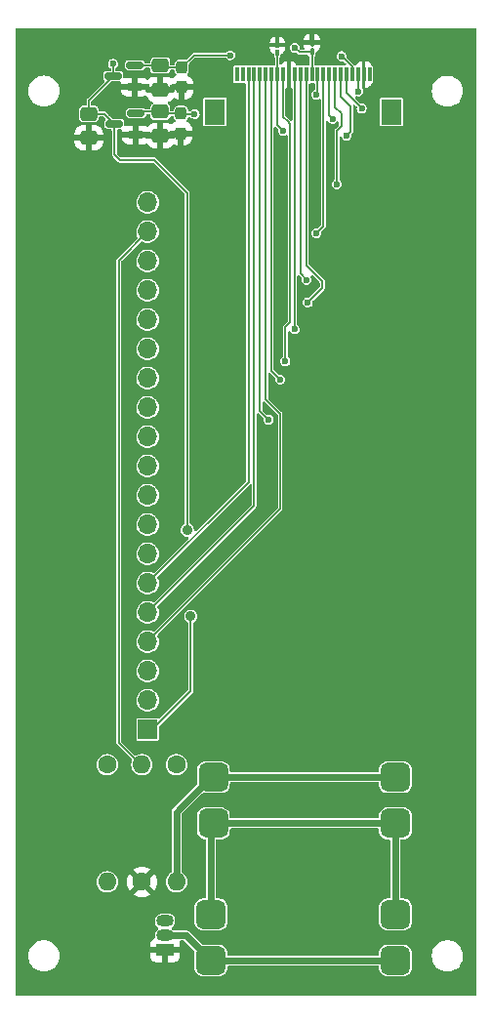
<source format=gbr>
%TF.GenerationSoftware,KiCad,Pcbnew,(6.0.6)*%
%TF.CreationDate,2022-07-04T20:27:39+02:00*%
%TF.ProjectId,vogelhuisje_camera_board,766f6765-6c68-4756-9973-6a655f63616d,rev?*%
%TF.SameCoordinates,Original*%
%TF.FileFunction,Copper,L1,Top*%
%TF.FilePolarity,Positive*%
%FSLAX46Y46*%
G04 Gerber Fmt 4.6, Leading zero omitted, Abs format (unit mm)*
G04 Created by KiCad (PCBNEW (6.0.6)) date 2022-07-04 20:27:39*
%MOMM*%
%LPD*%
G01*
G04 APERTURE LIST*
G04 Aperture macros list*
%AMRoundRect*
0 Rectangle with rounded corners*
0 $1 Rounding radius*
0 $2 $3 $4 $5 $6 $7 $8 $9 X,Y pos of 4 corners*
0 Add a 4 corners polygon primitive as box body*
4,1,4,$2,$3,$4,$5,$6,$7,$8,$9,$2,$3,0*
0 Add four circle primitives for the rounded corners*
1,1,$1+$1,$2,$3*
1,1,$1+$1,$4,$5*
1,1,$1+$1,$6,$7*
1,1,$1+$1,$8,$9*
0 Add four rect primitives between the rounded corners*
20,1,$1+$1,$2,$3,$4,$5,0*
20,1,$1+$1,$4,$5,$6,$7,0*
20,1,$1+$1,$6,$7,$8,$9,0*
20,1,$1+$1,$8,$9,$2,$3,0*%
G04 Aperture macros list end*
%TA.AperFunction,SMDPad,CuDef*%
%ADD10RoundRect,0.625000X0.675000X0.625000X-0.675000X0.625000X-0.675000X-0.625000X0.675000X-0.625000X0*%
%TD*%
%TA.AperFunction,SMDPad,CuDef*%
%ADD11RoundRect,0.237500X-0.237500X0.300000X-0.237500X-0.300000X0.237500X-0.300000X0.237500X0.300000X0*%
%TD*%
%TA.AperFunction,ComponentPad*%
%ADD12R,1.500000X1.050000*%
%TD*%
%TA.AperFunction,ComponentPad*%
%ADD13O,1.500000X1.050000*%
%TD*%
%TA.AperFunction,SMDPad,CuDef*%
%ADD14RoundRect,0.075000X-0.075000X0.212500X-0.075000X-0.212500X0.075000X-0.212500X0.075000X0.212500X0*%
%TD*%
%TA.AperFunction,ComponentPad*%
%ADD15C,1.600000*%
%TD*%
%TA.AperFunction,ComponentPad*%
%ADD16O,1.600000X1.600000*%
%TD*%
%TA.AperFunction,SMDPad,CuDef*%
%ADD17RoundRect,0.150000X0.587500X0.150000X-0.587500X0.150000X-0.587500X-0.150000X0.587500X-0.150000X0*%
%TD*%
%TA.AperFunction,SMDPad,CuDef*%
%ADD18R,0.300000X1.300000*%
%TD*%
%TA.AperFunction,SMDPad,CuDef*%
%ADD19R,1.800000X2.200000*%
%TD*%
%TA.AperFunction,ComponentPad*%
%ADD20R,1.700000X1.700000*%
%TD*%
%TA.AperFunction,ComponentPad*%
%ADD21O,1.700000X1.700000*%
%TD*%
%TA.AperFunction,SMDPad,CuDef*%
%ADD22RoundRect,0.100000X-0.100000X0.217500X-0.100000X-0.217500X0.100000X-0.217500X0.100000X0.217500X0*%
%TD*%
%TA.AperFunction,SMDPad,CuDef*%
%ADD23RoundRect,0.250000X-0.475000X0.337500X-0.475000X-0.337500X0.475000X-0.337500X0.475000X0.337500X0*%
%TD*%
%TA.AperFunction,ViaPad*%
%ADD24C,0.900000*%
%TD*%
%TA.AperFunction,ViaPad*%
%ADD25C,0.600000*%
%TD*%
%TA.AperFunction,Conductor*%
%ADD26C,0.200000*%
%TD*%
%TA.AperFunction,Conductor*%
%ADD27C,0.127000*%
%TD*%
%TA.AperFunction,Conductor*%
%ADD28C,0.150000*%
%TD*%
%TA.AperFunction,Conductor*%
%ADD29C,0.600000*%
%TD*%
G04 APERTURE END LIST*
D10*
%TO.P,D7,1,K*%
%TO.N,Net-(D5-Pad1)*%
X123000000Y-147900000D03*
%TO.P,D7,2,A*%
%TO.N,Net-(D4-Pad1)*%
X123000000Y-143900000D03*
%TD*%
D11*
%TO.P,C6,1*%
%TO.N,CSI_1.2V*%
X104400000Y-74437500D03*
%TO.P,C6,2*%
%TO.N,GND*%
X104400000Y-76162500D03*
%TD*%
D12*
%TO.P,Q2,1,D*%
%TO.N,GND*%
X103000000Y-147000000D03*
D13*
%TO.P,Q2,2,S*%
%TO.N,Net-(D5-Pad1)*%
X103000000Y-145730000D03*
%TO.P,Q2,3,G*%
%TO.N,Net-(Q2-Pad3)*%
X103000000Y-144460000D03*
%TD*%
D14*
%TO.P,C2,1*%
%TO.N,GND*%
X112750000Y-68502500D03*
%TO.P,C2,2*%
%TO.N,/Camera Module/CSI_PCLK*%
X112750000Y-69177500D03*
%TD*%
D15*
%TO.P,R1,1*%
%TO.N,GND*%
X101000000Y-141080000D03*
D16*
%TO.P,R1,2*%
%TO.N,/Camera Module/PWDN*%
X101000000Y-130920000D03*
%TD*%
D17*
%TO.P,U2,1,GND*%
%TO.N,GND*%
X100497500Y-76290000D03*
%TO.P,U2,2,VO*%
%TO.N,CSI_1.2V*%
X100497500Y-74390000D03*
%TO.P,U2,3,VI*%
%TO.N,3V3*%
X98622500Y-75340000D03*
%TD*%
D15*
%TO.P,R3,1*%
%TO.N,/Camera Module/Vbat*%
X104000000Y-130920000D03*
D16*
%TO.P,R3,2*%
%TO.N,Net-(D4-Pad2)*%
X104000000Y-141080000D03*
%TD*%
D10*
%TO.P,D6,1,K*%
%TO.N,Net-(D4-Pad1)*%
X107200000Y-136000000D03*
%TO.P,D6,2,A*%
%TO.N,Net-(D4-Pad2)*%
X107200000Y-132000000D03*
%TD*%
D18*
%TO.P,J4,1,Pin_1*%
%TO.N,unconnected-(J4-Pad1)*%
X109250000Y-71050000D03*
%TO.P,J4,2,Pin_2*%
%TO.N,unconnected-(J4-Pad2)*%
X109750000Y-71050000D03*
%TO.P,J4,3,Pin_3*%
%TO.N,/Camera Module/CSI_D2*%
X110250000Y-71050000D03*
%TO.P,J4,4,Pin_4*%
%TO.N,/Camera Module/CSI_D1*%
X110750000Y-71050000D03*
%TO.P,J4,5,Pin_5*%
%TO.N,/Camera Module/CSI_D3*%
X111250000Y-71050000D03*
%TO.P,J4,6,Pin_6*%
%TO.N,/Camera Module/CSI_D0*%
X111750000Y-71050000D03*
%TO.P,J4,7,Pin_7*%
%TO.N,/Camera Module/CSI_D4*%
X112250000Y-71050000D03*
%TO.P,J4,8,Pin_8*%
%TO.N,/Camera Module/CSI_PCLK*%
X112750000Y-71050000D03*
%TO.P,J4,9,Pin_9*%
%TO.N,/Camera Module/CSI_D5*%
X113250000Y-71050000D03*
%TO.P,J4,10,Pin_10*%
%TO.N,GND*%
X113750000Y-71050000D03*
%TO.P,J4,11,Pin_11*%
%TO.N,/Camera Module/CSI_D6*%
X114250000Y-71050000D03*
%TO.P,J4,12,Pin_12*%
%TO.N,/Camera Module/CSI_MCLK*%
X114750000Y-71050000D03*
%TO.P,J4,13,Pin_13*%
%TO.N,/Camera Module/CSI_D7*%
X115250000Y-71050000D03*
%TO.P,J4,14,Pin_14*%
%TO.N,3V3*%
X115750000Y-71050000D03*
%TO.P,J4,15,Pin_15*%
%TO.N,CSI_1.2V*%
X116250000Y-71050000D03*
%TO.P,J4,16,Pin_16*%
%TO.N,/Camera Module/CSI_HSYNC*%
X116750000Y-71050000D03*
%TO.P,J4,17,Pin_17*%
%TO.N,/Camera Module/PWDN*%
X117250000Y-71050000D03*
%TO.P,J4,18,Pin_18*%
%TO.N,/Camera Module/CSI_VSYNC*%
X117750000Y-71050000D03*
%TO.P,J4,19,Pin_19*%
%TO.N,/Camera Module/CAM_RST*%
X118250000Y-71050000D03*
%TO.P,J4,20,Pin_20*%
%TO.N,/Camera Module/TWI_SCK*%
X118750000Y-71050000D03*
%TO.P,J4,21,Pin_21*%
%TO.N,CSI_2.8V*%
X119250000Y-71050000D03*
%TO.P,J4,22,Pin_22*%
%TO.N,/Camera Module/TWI_SDA*%
X119750000Y-71050000D03*
%TO.P,J4,23,Pin_23*%
%TO.N,GND*%
X120250000Y-71050000D03*
%TO.P,J4,24,Pin_24*%
%TO.N,unconnected-(J4-Pad24)*%
X120750000Y-71050000D03*
D19*
%TO.P,J4,MP*%
%TO.N,N/C*%
X107350000Y-74300000D03*
X122650000Y-74300000D03*
%TD*%
D20*
%TO.P,J1,1,Pin_1*%
%TO.N,3V3*%
X101500000Y-127850000D03*
D21*
%TO.P,J1,2,Pin_2*%
%TO.N,/Camera Module/Vbat*%
X101500000Y-125310000D03*
%TO.P,J1,3,Pin_3*%
%TO.N,/Camera Module/V_led_switch-*%
X101500000Y-122770000D03*
%TO.P,J1,4,Pin_4*%
%TO.N,/Camera Module/CSI_D0*%
X101500000Y-120230000D03*
%TO.P,J1,5,Pin_5*%
%TO.N,/Camera Module/CSI_D1*%
X101500000Y-117690000D03*
%TO.P,J1,6,Pin_6*%
%TO.N,/Camera Module/CSI_D2*%
X101500000Y-115150000D03*
%TO.P,J1,7,Pin_7*%
%TO.N,/Camera Module/CSI_D3*%
X101500000Y-112610000D03*
%TO.P,J1,8,Pin_8*%
%TO.N,/Camera Module/CSI_D4*%
X101500000Y-110070000D03*
%TO.P,J1,9,Pin_9*%
%TO.N,/Camera Module/CSI_D5*%
X101500000Y-107530000D03*
%TO.P,J1,10,Pin_10*%
%TO.N,/Camera Module/CSI_D6*%
X101500000Y-104990000D03*
%TO.P,J1,11,Pin_11*%
%TO.N,/Camera Module/CSI_D7*%
X101500000Y-102450000D03*
%TO.P,J1,12,Pin_12*%
%TO.N,/Camera Module/CSI_MCLK*%
X101500000Y-99910000D03*
%TO.P,J1,13,Pin_13*%
%TO.N,/Camera Module/CSI_HSYNC*%
X101500000Y-97370000D03*
%TO.P,J1,14,Pin_14*%
%TO.N,/Camera Module/CSI_VSYNC*%
X101500000Y-94830000D03*
%TO.P,J1,15,Pin_15*%
%TO.N,/Camera Module/CAM_RST*%
X101500000Y-92290000D03*
%TO.P,J1,16,Pin_16*%
%TO.N,/Camera Module/TWI_SCK*%
X101500000Y-89750000D03*
%TO.P,J1,17,Pin_17*%
%TO.N,/Camera Module/TWI_SDA*%
X101500000Y-87210000D03*
%TO.P,J1,18,Pin_18*%
%TO.N,/Camera Module/PWDN*%
X101500000Y-84670000D03*
%TO.P,J1,19,Pin_19*%
%TO.N,/Camera Module/CSI_PCLK*%
X101500000Y-82130000D03*
%TD*%
D15*
%TO.P,R4,1*%
%TO.N,/Camera Module/V_led_switch-*%
X98000000Y-130920000D03*
D16*
%TO.P,R4,2*%
%TO.N,Net-(Q2-Pad3)*%
X98000000Y-141080000D03*
%TD*%
D22*
%TO.P,C1,1*%
%TO.N,GND*%
X115750000Y-68302500D03*
%TO.P,C1,2*%
%TO.N,3V3*%
X115750000Y-69117500D03*
%TD*%
D10*
%TO.P,D4,1,K*%
%TO.N,Net-(D4-Pad1)*%
X123000000Y-136000000D03*
%TO.P,D4,2,A*%
%TO.N,Net-(D4-Pad2)*%
X123000000Y-132000000D03*
%TD*%
D23*
%TO.P,C3,1*%
%TO.N,CSI_2.8V*%
X102600000Y-70262500D03*
%TO.P,C3,2*%
%TO.N,GND*%
X102600000Y-72337500D03*
%TD*%
D17*
%TO.P,U1,1,GND*%
%TO.N,GND*%
X100397500Y-72130000D03*
%TO.P,U1,2,VO*%
%TO.N,CSI_2.8V*%
X100397500Y-70230000D03*
%TO.P,U1,3,VI*%
%TO.N,3V3*%
X98522500Y-71180000D03*
%TD*%
D23*
%TO.P,C7,1*%
%TO.N,3V3*%
X96400000Y-74462500D03*
%TO.P,C7,2*%
%TO.N,GND*%
X96400000Y-76537500D03*
%TD*%
D10*
%TO.P,D5,1,K*%
%TO.N,Net-(D5-Pad1)*%
X107000000Y-147900000D03*
%TO.P,D5,2,A*%
%TO.N,Net-(D4-Pad1)*%
X107000000Y-143900000D03*
%TD*%
D23*
%TO.P,C5,1*%
%TO.N,CSI_1.2V*%
X102600000Y-74262500D03*
%TO.P,C5,2*%
%TO.N,GND*%
X102600000Y-76337500D03*
%TD*%
D11*
%TO.P,C4,1*%
%TO.N,CSI_2.8V*%
X104460000Y-70437500D03*
%TO.P,C4,2*%
%TO.N,GND*%
X104460000Y-72162500D03*
%TD*%
D24*
%TO.N,GND*%
X101000000Y-147000000D03*
X106990000Y-71250000D03*
X101000000Y-138000000D03*
D25*
%TO.N,3V3*%
X98490000Y-70120000D03*
X114270000Y-68740000D03*
D24*
X104930000Y-110560000D03*
X105240000Y-118040000D03*
D25*
%TO.N,/Camera Module/CSI_PCLK*%
X113250000Y-75940000D03*
%TO.N,CSI_2.8V*%
X108680000Y-69380000D03*
X118340000Y-69460000D03*
%TO.N,CSI_1.2V*%
X116130000Y-72800000D03*
X105580000Y-74480000D03*
%TO.N,/Camera Module/CSI_D3*%
X112000000Y-101000000D03*
%TO.N,/Camera Module/CSI_D4*%
X113000000Y-97500000D03*
%TO.N,/Camera Module/CSI_D5*%
X113450000Y-95920000D03*
%TO.N,/Camera Module/CSI_D6*%
X114240000Y-93130000D03*
%TO.N,/Camera Module/CSI_D7*%
X115390000Y-90810000D03*
%TO.N,/Camera Module/CSI_MCLK*%
X115290000Y-88850000D03*
%TO.N,/Camera Module/CSI_HSYNC*%
X116130000Y-84810000D03*
%TO.N,/Camera Module/CSI_VSYNC*%
X117920000Y-80550000D03*
%TO.N,/Camera Module/CAM_RST*%
X118770000Y-76350000D03*
%TO.N,/Camera Module/TWI_SCK*%
X120070000Y-73990000D03*
%TO.N,/Camera Module/TWI_SDA*%
X119790000Y-72510000D03*
%TO.N,/Camera Module/PWDN*%
X117550000Y-74880000D03*
%TD*%
D26*
%TO.N,3V3*%
X104930000Y-81330000D02*
X102060000Y-78460000D01*
X101890000Y-127850000D02*
X103870000Y-125870000D01*
D27*
X115750000Y-69117500D02*
X114647500Y-69117500D01*
D26*
X105240000Y-124500000D02*
X105240000Y-118040000D01*
X102060000Y-78460000D02*
X99090000Y-78460000D01*
X103870000Y-125870000D02*
X105240000Y-124500000D01*
D27*
X98622500Y-75340000D02*
X97745000Y-74462500D01*
X96400000Y-74462500D02*
X96400000Y-73302500D01*
X115750000Y-69117500D02*
X115750000Y-71050000D01*
D26*
X98622500Y-77992500D02*
X98622500Y-75340000D01*
D27*
X114647500Y-69117500D02*
X114270000Y-68740000D01*
X98490000Y-70120000D02*
X98522500Y-70152500D01*
D26*
X101500000Y-127850000D02*
X101890000Y-127850000D01*
D27*
X97745000Y-74462500D02*
X96400000Y-74462500D01*
X98522500Y-70152500D02*
X98522500Y-71180000D01*
X96400000Y-73302500D02*
X98522500Y-71180000D01*
D26*
X104930000Y-110560000D02*
X104930000Y-81330000D01*
X99090000Y-78460000D02*
X98622500Y-77992500D01*
D27*
%TO.N,/Camera Module/CSI_PCLK*%
X112750000Y-69177500D02*
X112750000Y-71050000D01*
X112750000Y-75440000D02*
X113250000Y-75940000D01*
X112750000Y-71050000D02*
X112750000Y-75440000D01*
%TO.N,CSI_2.8V*%
X119250000Y-71050000D02*
X119250000Y-70360000D01*
X118400000Y-69510000D02*
X118350000Y-69460000D01*
X104460000Y-70437500D02*
X102775000Y-70437500D01*
X108680000Y-69380000D02*
X105517500Y-69380000D01*
X119250000Y-70360000D02*
X118400000Y-69510000D01*
X105517500Y-69380000D02*
X104460000Y-70437500D01*
X102600000Y-70262500D02*
X100430000Y-70262500D01*
X100430000Y-70262500D02*
X100397500Y-70230000D01*
X102775000Y-70437500D02*
X102600000Y-70262500D01*
X118350000Y-69460000D02*
X118340000Y-69460000D01*
%TO.N,CSI_1.2V*%
X116250000Y-72680000D02*
X116130000Y-72800000D01*
X104442500Y-74480000D02*
X104400000Y-74437500D01*
X104400000Y-74437500D02*
X102775000Y-74437500D01*
X102600000Y-74262500D02*
X100625000Y-74262500D01*
X105580000Y-74480000D02*
X104442500Y-74480000D01*
X102775000Y-74437500D02*
X102600000Y-74262500D01*
X116250000Y-71050000D02*
X116250000Y-72680000D01*
X100625000Y-74262500D02*
X100497500Y-74390000D01*
%TO.N,/Camera Module/CSI_D0*%
X111750000Y-99250000D02*
X113000000Y-100500000D01*
X113000000Y-108730000D02*
X101500000Y-120230000D01*
X111750000Y-71050000D02*
X111750000Y-99250000D01*
X113000000Y-100500000D02*
X113000000Y-108730000D01*
%TO.N,/Camera Module/CSI_D1*%
X110750000Y-71050000D02*
X110750000Y-108440000D01*
X110750000Y-108440000D02*
X101500000Y-117690000D01*
%TO.N,/Camera Module/CSI_D2*%
X110250000Y-71050000D02*
X110250000Y-106400000D01*
X110250000Y-106400000D02*
X101500000Y-115150000D01*
%TO.N,/Camera Module/CSI_D3*%
X111250000Y-71050000D02*
X111250000Y-100250000D01*
X111250000Y-100250000D02*
X112000000Y-101000000D01*
%TO.N,/Camera Module/CSI_D4*%
X112250000Y-71050000D02*
X112250000Y-96750000D01*
X112250000Y-96750000D02*
X113000000Y-97500000D01*
%TO.N,/Camera Module/CSI_D5*%
X113850000Y-92560000D02*
X113610000Y-92800000D01*
X113850000Y-75310000D02*
X113850000Y-78430000D01*
X113610000Y-92800000D02*
X113450000Y-92960000D01*
X113850000Y-78430000D02*
X113850000Y-91710000D01*
X113650000Y-75110000D02*
X113850000Y-75310000D01*
X113850000Y-91710000D02*
X113850000Y-92560000D01*
X113250000Y-74710000D02*
X113650000Y-75110000D01*
X113250000Y-71050000D02*
X113250000Y-74710000D01*
X113450000Y-92960000D02*
X113450000Y-95920000D01*
%TO.N,/Camera Module/CSI_D6*%
X114240000Y-93100000D02*
X114240000Y-93130000D01*
X114250000Y-93090000D02*
X114240000Y-93100000D01*
X114250000Y-71050000D02*
X114250000Y-93090000D01*
D28*
%TO.N,/Camera Module/CSI_D7*%
X116660000Y-89000000D02*
X116660000Y-89540000D01*
X115250000Y-71050000D02*
X115250000Y-87590000D01*
X115250000Y-87590000D02*
X116660000Y-89000000D01*
X116660000Y-89540000D02*
X115390000Y-90810000D01*
%TO.N,/Camera Module/CSI_MCLK*%
X114750000Y-71050000D02*
X114750000Y-88310000D01*
X114750000Y-88310000D02*
X115290000Y-88850000D01*
%TO.N,/Camera Module/CSI_HSYNC*%
X116750000Y-84190000D02*
X116130000Y-84810000D01*
X116750000Y-71050000D02*
X116750000Y-84190000D01*
%TO.N,/Camera Module/CSI_VSYNC*%
X117750000Y-71050000D02*
X117750000Y-73890000D01*
X118250000Y-75580000D02*
X117920000Y-75910000D01*
X117920000Y-75910000D02*
X117920000Y-80550000D01*
X118300000Y-75530000D02*
X118250000Y-75580000D01*
X118300000Y-74440000D02*
X118300000Y-75530000D01*
X117750000Y-73890000D02*
X118300000Y-74440000D01*
%TO.N,/Camera Module/CAM_RST*%
X119120000Y-76000000D02*
X118770000Y-76350000D01*
X118250000Y-72990000D02*
X119120000Y-73860000D01*
X118250000Y-71050000D02*
X118250000Y-72990000D01*
X119120000Y-73860000D02*
X119120000Y-76000000D01*
%TO.N,/Camera Module/TWI_SCK*%
X118750000Y-72640000D02*
X119600000Y-73490000D01*
X120070000Y-73960000D02*
X120070000Y-73990000D01*
X118750000Y-71050000D02*
X118750000Y-72640000D01*
X119600000Y-73490000D02*
X120070000Y-73960000D01*
D26*
%TO.N,/Camera Module/TWI_SDA*%
X119750000Y-71050000D02*
X119750000Y-72470000D01*
X119750000Y-72470000D02*
X119790000Y-72510000D01*
D28*
%TO.N,/Camera Module/PWDN*%
X117250000Y-71050000D02*
X117250000Y-74580000D01*
D27*
X99000000Y-87170000D02*
X101500000Y-84670000D01*
D28*
X117250000Y-74580000D02*
X117550000Y-74880000D01*
D27*
X99000000Y-129000000D02*
X99000000Y-87170000D01*
X100920000Y-130920000D02*
X99000000Y-129000000D01*
X101000000Y-130920000D02*
X100920000Y-130920000D01*
D29*
%TO.N,Net-(D5-Pad1)*%
X103000000Y-145730000D02*
X104830000Y-145730000D01*
X107000000Y-147900000D02*
X109100000Y-147900000D01*
X104830000Y-145730000D02*
X107000000Y-147900000D01*
X109100000Y-147900000D02*
X123000000Y-147900000D01*
%TO.N,Net-(D4-Pad2)*%
X123000000Y-132000000D02*
X107200000Y-132000000D01*
X107000000Y-132000000D02*
X104000000Y-135000000D01*
X107200000Y-132000000D02*
X107000000Y-132000000D01*
X104000000Y-135000000D02*
X104000000Y-141080000D01*
%TO.N,Net-(D4-Pad1)*%
X123000000Y-143900000D02*
X123000000Y-136000000D01*
X107000000Y-136200000D02*
X107200000Y-136000000D01*
X107200000Y-136000000D02*
X123000000Y-136000000D01*
X107000000Y-143900000D02*
X107000000Y-136200000D01*
%TD*%
%TA.AperFunction,Conductor*%
%TO.N,GND*%
G36*
X129931621Y-67030502D02*
G01*
X129978114Y-67084158D01*
X129989500Y-67136500D01*
X129989500Y-150863500D01*
X129969498Y-150931621D01*
X129915842Y-150978114D01*
X129863500Y-150989500D01*
X90136500Y-150989500D01*
X90068379Y-150969498D01*
X90021886Y-150915842D01*
X90010500Y-150863500D01*
X90010500Y-147500000D01*
X91144341Y-147500000D01*
X91164937Y-147735408D01*
X91166361Y-147740722D01*
X91166361Y-147740723D01*
X91207240Y-147893285D01*
X91226097Y-147963663D01*
X91228419Y-147968643D01*
X91228420Y-147968645D01*
X91258430Y-148033000D01*
X91325965Y-148177829D01*
X91461505Y-148371401D01*
X91628599Y-148538495D01*
X91822171Y-148674035D01*
X91827149Y-148676356D01*
X91827152Y-148676358D01*
X92031355Y-148771580D01*
X92036337Y-148773903D01*
X92041645Y-148775325D01*
X92041647Y-148775326D01*
X92259277Y-148833639D01*
X92264592Y-148835063D01*
X92367682Y-148844082D01*
X92438310Y-148850262D01*
X92438317Y-148850262D01*
X92441034Y-148850500D01*
X92558966Y-148850500D01*
X92561683Y-148850262D01*
X92561690Y-148850262D01*
X92632318Y-148844082D01*
X92735408Y-148835063D01*
X92740723Y-148833639D01*
X92958353Y-148775326D01*
X92958355Y-148775325D01*
X92963663Y-148773903D01*
X92968645Y-148771580D01*
X93172848Y-148676358D01*
X93172851Y-148676356D01*
X93177829Y-148674035D01*
X93371401Y-148538495D01*
X93538495Y-148371401D01*
X93541655Y-148366889D01*
X93670878Y-148182339D01*
X93670881Y-148182334D01*
X93674035Y-148177830D01*
X93676358Y-148172848D01*
X93676361Y-148172843D01*
X93771580Y-147968645D01*
X93771581Y-147968644D01*
X93773903Y-147963663D01*
X93792761Y-147893285D01*
X93833639Y-147740723D01*
X93833639Y-147740722D01*
X93835063Y-147735408D01*
X93849564Y-147569669D01*
X101742001Y-147569669D01*
X101742371Y-147576490D01*
X101747895Y-147627352D01*
X101751521Y-147642604D01*
X101796676Y-147763054D01*
X101805214Y-147778649D01*
X101881715Y-147880724D01*
X101894276Y-147893285D01*
X101996351Y-147969786D01*
X102011946Y-147978324D01*
X102132394Y-148023478D01*
X102147649Y-148027105D01*
X102198514Y-148032631D01*
X102205328Y-148033000D01*
X102727885Y-148033000D01*
X102743124Y-148028525D01*
X102744329Y-148027135D01*
X102746000Y-148019452D01*
X102746000Y-148014884D01*
X103254000Y-148014884D01*
X103258475Y-148030123D01*
X103259865Y-148031328D01*
X103267548Y-148032999D01*
X103794669Y-148032999D01*
X103801490Y-148032629D01*
X103852352Y-148027105D01*
X103867604Y-148023479D01*
X103988054Y-147978324D01*
X104003649Y-147969786D01*
X104105724Y-147893285D01*
X104118285Y-147880724D01*
X104194786Y-147778649D01*
X104203324Y-147763054D01*
X104248478Y-147642606D01*
X104252105Y-147627351D01*
X104257631Y-147576486D01*
X104258000Y-147569672D01*
X104258000Y-147272115D01*
X104253525Y-147256876D01*
X104252135Y-147255671D01*
X104244452Y-147254000D01*
X103272115Y-147254000D01*
X103256876Y-147258475D01*
X103255671Y-147259865D01*
X103254000Y-147267548D01*
X103254000Y-148014884D01*
X102746000Y-148014884D01*
X102746000Y-147272115D01*
X102741525Y-147256876D01*
X102740135Y-147255671D01*
X102732452Y-147254000D01*
X101760116Y-147254000D01*
X101744877Y-147258475D01*
X101743672Y-147259865D01*
X101742001Y-147267548D01*
X101742001Y-147569669D01*
X93849564Y-147569669D01*
X93855659Y-147500000D01*
X93835063Y-147264592D01*
X93823597Y-147221798D01*
X93775326Y-147041647D01*
X93775325Y-147041645D01*
X93773903Y-147036337D01*
X93771580Y-147031355D01*
X93676358Y-146827152D01*
X93676356Y-146827149D01*
X93674035Y-146822171D01*
X93608016Y-146727885D01*
X101742000Y-146727885D01*
X101746475Y-146743124D01*
X101747865Y-146744329D01*
X101755548Y-146746000D01*
X104239884Y-146746000D01*
X104255123Y-146741525D01*
X104256328Y-146740135D01*
X104257999Y-146732452D01*
X104257999Y-146430331D01*
X104257629Y-146423510D01*
X104252105Y-146372648D01*
X104248478Y-146357393D01*
X104237358Y-146327729D01*
X104232175Y-146256921D01*
X104266097Y-146194553D01*
X104328352Y-146160424D01*
X104355340Y-146157500D01*
X104600733Y-146157500D01*
X104668854Y-146177502D01*
X104689828Y-146194405D01*
X105543893Y-147048470D01*
X105577919Y-147110782D01*
X105580142Y-147150407D01*
X105572500Y-147224998D01*
X105572500Y-148575002D01*
X105583388Y-148679931D01*
X105638920Y-148846383D01*
X105731256Y-148995596D01*
X105855441Y-149119565D01*
X106004815Y-149211640D01*
X106171364Y-149266882D01*
X106178200Y-149267582D01*
X106178203Y-149267583D01*
X106229992Y-149272889D01*
X106274998Y-149277500D01*
X107725002Y-149277500D01*
X107728248Y-149277163D01*
X107728251Y-149277163D01*
X107823072Y-149267324D01*
X107823074Y-149267323D01*
X107829931Y-149266612D01*
X107996383Y-149211080D01*
X108145596Y-149118744D01*
X108269565Y-148994559D01*
X108361640Y-148845185D01*
X108416882Y-148678636D01*
X108427500Y-148575002D01*
X108427500Y-148453500D01*
X108447502Y-148385379D01*
X108501158Y-148338886D01*
X108553500Y-148327500D01*
X121446500Y-148327500D01*
X121514621Y-148347502D01*
X121561114Y-148401158D01*
X121572500Y-148453500D01*
X121572500Y-148575002D01*
X121583388Y-148679931D01*
X121638920Y-148846383D01*
X121731256Y-148995596D01*
X121855441Y-149119565D01*
X122004815Y-149211640D01*
X122171364Y-149266882D01*
X122178200Y-149267582D01*
X122178203Y-149267583D01*
X122229992Y-149272889D01*
X122274998Y-149277500D01*
X123725002Y-149277500D01*
X123728248Y-149277163D01*
X123728251Y-149277163D01*
X123823072Y-149267324D01*
X123823074Y-149267323D01*
X123829931Y-149266612D01*
X123996383Y-149211080D01*
X124145596Y-149118744D01*
X124269565Y-148994559D01*
X124361640Y-148845185D01*
X124416882Y-148678636D01*
X124427500Y-148575002D01*
X124427500Y-147500000D01*
X126144341Y-147500000D01*
X126164937Y-147735408D01*
X126166361Y-147740722D01*
X126166361Y-147740723D01*
X126207240Y-147893285D01*
X126226097Y-147963663D01*
X126228419Y-147968643D01*
X126228420Y-147968645D01*
X126258430Y-148033000D01*
X126325965Y-148177829D01*
X126461505Y-148371401D01*
X126628599Y-148538495D01*
X126822171Y-148674035D01*
X126827149Y-148676356D01*
X126827152Y-148676358D01*
X127031355Y-148771580D01*
X127036337Y-148773903D01*
X127041645Y-148775325D01*
X127041647Y-148775326D01*
X127259277Y-148833639D01*
X127264592Y-148835063D01*
X127367682Y-148844082D01*
X127438310Y-148850262D01*
X127438317Y-148850262D01*
X127441034Y-148850500D01*
X127558966Y-148850500D01*
X127561683Y-148850262D01*
X127561690Y-148850262D01*
X127632318Y-148844082D01*
X127735408Y-148835063D01*
X127740723Y-148833639D01*
X127958353Y-148775326D01*
X127958355Y-148775325D01*
X127963663Y-148773903D01*
X127968645Y-148771580D01*
X128172848Y-148676358D01*
X128172851Y-148676356D01*
X128177829Y-148674035D01*
X128371401Y-148538495D01*
X128538495Y-148371401D01*
X128541655Y-148366889D01*
X128670878Y-148182339D01*
X128670881Y-148182334D01*
X128674035Y-148177830D01*
X128676358Y-148172848D01*
X128676361Y-148172843D01*
X128771580Y-147968645D01*
X128771581Y-147968644D01*
X128773903Y-147963663D01*
X128792761Y-147893285D01*
X128833639Y-147740723D01*
X128833639Y-147740722D01*
X128835063Y-147735408D01*
X128855659Y-147500000D01*
X128835063Y-147264592D01*
X128823597Y-147221798D01*
X128775326Y-147041647D01*
X128775325Y-147041645D01*
X128773903Y-147036337D01*
X128771580Y-147031355D01*
X128676358Y-146827152D01*
X128676356Y-146827149D01*
X128674035Y-146822171D01*
X128538495Y-146628599D01*
X128371401Y-146461505D01*
X128177829Y-146325965D01*
X128172851Y-146323644D01*
X128172848Y-146323642D01*
X127968645Y-146228420D01*
X127968643Y-146228419D01*
X127963663Y-146226097D01*
X127958355Y-146224675D01*
X127958353Y-146224674D01*
X127740723Y-146166361D01*
X127740722Y-146166361D01*
X127735408Y-146164937D01*
X127632318Y-146155918D01*
X127561690Y-146149738D01*
X127561683Y-146149738D01*
X127558966Y-146149500D01*
X127441034Y-146149500D01*
X127438317Y-146149738D01*
X127438310Y-146149738D01*
X127367682Y-146155918D01*
X127264592Y-146164937D01*
X127259278Y-146166361D01*
X127259277Y-146166361D01*
X127041647Y-146224674D01*
X127041645Y-146224675D01*
X127036337Y-146226097D01*
X127031357Y-146228419D01*
X127031355Y-146228420D01*
X126827152Y-146323642D01*
X126827149Y-146323644D01*
X126822171Y-146325965D01*
X126628599Y-146461505D01*
X126461505Y-146628599D01*
X126458348Y-146633107D01*
X126458346Y-146633110D01*
X126380470Y-146744329D01*
X126325965Y-146822170D01*
X126323642Y-146827152D01*
X126323639Y-146827157D01*
X126228420Y-147031355D01*
X126226097Y-147036337D01*
X126224675Y-147041645D01*
X126224674Y-147041647D01*
X126176403Y-147221798D01*
X126164937Y-147264592D01*
X126144341Y-147500000D01*
X124427500Y-147500000D01*
X124427500Y-147224998D01*
X124416612Y-147120069D01*
X124361080Y-146953617D01*
X124268744Y-146804404D01*
X124144559Y-146680435D01*
X124067785Y-146633111D01*
X124001415Y-146592200D01*
X124001414Y-146592199D01*
X123995185Y-146588360D01*
X123828636Y-146533118D01*
X123821800Y-146532418D01*
X123821797Y-146532417D01*
X123768972Y-146527005D01*
X123725002Y-146522500D01*
X122274998Y-146522500D01*
X122271752Y-146522837D01*
X122271749Y-146522837D01*
X122176928Y-146532676D01*
X122176926Y-146532677D01*
X122170069Y-146533388D01*
X122003617Y-146588920D01*
X121854404Y-146681256D01*
X121730435Y-146805441D01*
X121726595Y-146811671D01*
X121726594Y-146811672D01*
X121720123Y-146822171D01*
X121638360Y-146954815D01*
X121583118Y-147121364D01*
X121572500Y-147224998D01*
X121572500Y-147346500D01*
X121552498Y-147414621D01*
X121498842Y-147461114D01*
X121446500Y-147472500D01*
X108553500Y-147472500D01*
X108485379Y-147452498D01*
X108438886Y-147398842D01*
X108427500Y-147346500D01*
X108427500Y-147224998D01*
X108416612Y-147120069D01*
X108361080Y-146953617D01*
X108268744Y-146804404D01*
X108144559Y-146680435D01*
X108067785Y-146633111D01*
X108001415Y-146592200D01*
X108001414Y-146592199D01*
X107995185Y-146588360D01*
X107828636Y-146533118D01*
X107821800Y-146532418D01*
X107821797Y-146532417D01*
X107768972Y-146527005D01*
X107725002Y-146522500D01*
X106279266Y-146522500D01*
X106211145Y-146502498D01*
X106190171Y-146485595D01*
X105155523Y-145450947D01*
X105145668Y-145439858D01*
X105131781Y-145422243D01*
X105125950Y-145414846D01*
X105118203Y-145409491D01*
X105118201Y-145409490D01*
X105080222Y-145383242D01*
X105077043Y-145380971D01*
X105032300Y-145347923D01*
X105025834Y-145345652D01*
X105020198Y-145341757D01*
X105002012Y-145336005D01*
X104967209Y-145324998D01*
X104963457Y-145323746D01*
X104919898Y-145308450D01*
X104919897Y-145308450D01*
X104911010Y-145305329D01*
X104904163Y-145305060D01*
X104897631Y-145302994D01*
X104891355Y-145302500D01*
X104841503Y-145302500D01*
X104836555Y-145302403D01*
X104834538Y-145302324D01*
X104782559Y-145300281D01*
X104775737Y-145302090D01*
X104768285Y-145302500D01*
X103772831Y-145302500D01*
X103704710Y-145282498D01*
X103686579Y-145268350D01*
X103617360Y-145203350D01*
X103617357Y-145203348D01*
X103611578Y-145197921D01*
X103604886Y-145194242D01*
X103561612Y-145138119D01*
X103555538Y-145067383D01*
X103588672Y-145004592D01*
X103604966Y-144990473D01*
X103668807Y-144944089D01*
X103675217Y-144939432D01*
X103753186Y-144845185D01*
X103775251Y-144818513D01*
X103775252Y-144818512D01*
X103780303Y-144812406D01*
X103850497Y-144663236D01*
X103867328Y-144575002D01*
X105572500Y-144575002D01*
X105572837Y-144578248D01*
X105572837Y-144578251D01*
X105581656Y-144663236D01*
X105583388Y-144679931D01*
X105638920Y-144846383D01*
X105731256Y-144995596D01*
X105855441Y-145119565D01*
X105861671Y-145123405D01*
X105861672Y-145123406D01*
X105982559Y-145197921D01*
X106004815Y-145211640D01*
X106171364Y-145266882D01*
X106178200Y-145267582D01*
X106178203Y-145267583D01*
X106229992Y-145272889D01*
X106274998Y-145277500D01*
X107725002Y-145277500D01*
X107728248Y-145277163D01*
X107728251Y-145277163D01*
X107823072Y-145267324D01*
X107823074Y-145267323D01*
X107829931Y-145266612D01*
X107996383Y-145211080D01*
X108145596Y-145118744D01*
X108269565Y-144994559D01*
X108307310Y-144933325D01*
X108357800Y-144851415D01*
X108357801Y-144851414D01*
X108361640Y-144845185D01*
X108416882Y-144678636D01*
X108427500Y-144575002D01*
X108427500Y-143224998D01*
X108416612Y-143120069D01*
X108361080Y-142953617D01*
X108268744Y-142804404D01*
X108144559Y-142680435D01*
X107995185Y-142588360D01*
X107828636Y-142533118D01*
X107821800Y-142532418D01*
X107821797Y-142532417D01*
X107770008Y-142527111D01*
X107725002Y-142522500D01*
X107553500Y-142522500D01*
X107485379Y-142502498D01*
X107438886Y-142448842D01*
X107427500Y-142396500D01*
X107427500Y-137503500D01*
X107447502Y-137435379D01*
X107501158Y-137388886D01*
X107553500Y-137377500D01*
X107925002Y-137377500D01*
X107928248Y-137377163D01*
X107928251Y-137377163D01*
X108023072Y-137367324D01*
X108023074Y-137367323D01*
X108029931Y-137366612D01*
X108196383Y-137311080D01*
X108345596Y-137218744D01*
X108469565Y-137094559D01*
X108561640Y-136945185D01*
X108616882Y-136778636D01*
X108627500Y-136675002D01*
X108627500Y-136553500D01*
X108647502Y-136485379D01*
X108701158Y-136438886D01*
X108753500Y-136427500D01*
X121446500Y-136427500D01*
X121514621Y-136447502D01*
X121561114Y-136501158D01*
X121572500Y-136553500D01*
X121572500Y-136675002D01*
X121583388Y-136779931D01*
X121638920Y-136946383D01*
X121731256Y-137095596D01*
X121855441Y-137219565D01*
X122004815Y-137311640D01*
X122171364Y-137366882D01*
X122178200Y-137367582D01*
X122178203Y-137367583D01*
X122229992Y-137372889D01*
X122274998Y-137377500D01*
X122446500Y-137377500D01*
X122514621Y-137397502D01*
X122561114Y-137451158D01*
X122572500Y-137503500D01*
X122572500Y-142396500D01*
X122552498Y-142464621D01*
X122498842Y-142511114D01*
X122446500Y-142522500D01*
X122274998Y-142522500D01*
X122271752Y-142522837D01*
X122271749Y-142522837D01*
X122176928Y-142532676D01*
X122176926Y-142532677D01*
X122170069Y-142533388D01*
X122003617Y-142588920D01*
X121854404Y-142681256D01*
X121730435Y-142805441D01*
X121638360Y-142954815D01*
X121583118Y-143121364D01*
X121572500Y-143224998D01*
X121572500Y-144575002D01*
X121572837Y-144578248D01*
X121572837Y-144578251D01*
X121581656Y-144663236D01*
X121583388Y-144679931D01*
X121638920Y-144846383D01*
X121731256Y-144995596D01*
X121855441Y-145119565D01*
X121861671Y-145123405D01*
X121861672Y-145123406D01*
X121982559Y-145197921D01*
X122004815Y-145211640D01*
X122171364Y-145266882D01*
X122178200Y-145267582D01*
X122178203Y-145267583D01*
X122229992Y-145272889D01*
X122274998Y-145277500D01*
X123725002Y-145277500D01*
X123728248Y-145277163D01*
X123728251Y-145277163D01*
X123823072Y-145267324D01*
X123823074Y-145267323D01*
X123829931Y-145266612D01*
X123996383Y-145211080D01*
X124145596Y-145118744D01*
X124269565Y-144994559D01*
X124307310Y-144933325D01*
X124357800Y-144851415D01*
X124357801Y-144851414D01*
X124361640Y-144845185D01*
X124416882Y-144678636D01*
X124427500Y-144575002D01*
X124427500Y-143224998D01*
X124416612Y-143120069D01*
X124361080Y-142953617D01*
X124268744Y-142804404D01*
X124144559Y-142680435D01*
X123995185Y-142588360D01*
X123828636Y-142533118D01*
X123821800Y-142532418D01*
X123821797Y-142532417D01*
X123770008Y-142527111D01*
X123725002Y-142522500D01*
X123553500Y-142522500D01*
X123485379Y-142502498D01*
X123438886Y-142448842D01*
X123427500Y-142396500D01*
X123427500Y-137503500D01*
X123447502Y-137435379D01*
X123501158Y-137388886D01*
X123553500Y-137377500D01*
X123725002Y-137377500D01*
X123728248Y-137377163D01*
X123728251Y-137377163D01*
X123823072Y-137367324D01*
X123823074Y-137367323D01*
X123829931Y-137366612D01*
X123996383Y-137311080D01*
X124145596Y-137218744D01*
X124269565Y-137094559D01*
X124361640Y-136945185D01*
X124416882Y-136778636D01*
X124427500Y-136675002D01*
X124427500Y-135324998D01*
X124427163Y-135321749D01*
X124417324Y-135226928D01*
X124417323Y-135226926D01*
X124416612Y-135220069D01*
X124361080Y-135053617D01*
X124268744Y-134904404D01*
X124227059Y-134862791D01*
X124149739Y-134785606D01*
X124144559Y-134780435D01*
X124094824Y-134749778D01*
X124001415Y-134692200D01*
X124001414Y-134692199D01*
X123995185Y-134688360D01*
X123828636Y-134633118D01*
X123821800Y-134632418D01*
X123821797Y-134632417D01*
X123770008Y-134627111D01*
X123725002Y-134622500D01*
X122274998Y-134622500D01*
X122271752Y-134622837D01*
X122271749Y-134622837D01*
X122176928Y-134632676D01*
X122176926Y-134632677D01*
X122170069Y-134633388D01*
X122003617Y-134688920D01*
X121854404Y-134781256D01*
X121730435Y-134905441D01*
X121726595Y-134911671D01*
X121726594Y-134911672D01*
X121708434Y-134941134D01*
X121638360Y-135054815D01*
X121583118Y-135221364D01*
X121572500Y-135324998D01*
X121572500Y-135446500D01*
X121552498Y-135514621D01*
X121498842Y-135561114D01*
X121446500Y-135572500D01*
X108753500Y-135572500D01*
X108685379Y-135552498D01*
X108638886Y-135498842D01*
X108627500Y-135446500D01*
X108627500Y-135324998D01*
X108627163Y-135321749D01*
X108617324Y-135226928D01*
X108617323Y-135226926D01*
X108616612Y-135220069D01*
X108561080Y-135053617D01*
X108468744Y-134904404D01*
X108427059Y-134862791D01*
X108349739Y-134785606D01*
X108344559Y-134780435D01*
X108294824Y-134749778D01*
X108201415Y-134692200D01*
X108201414Y-134692199D01*
X108195185Y-134688360D01*
X108028636Y-134633118D01*
X108021800Y-134632418D01*
X108021797Y-134632417D01*
X107970008Y-134627111D01*
X107925002Y-134622500D01*
X106474998Y-134622500D01*
X106471752Y-134622837D01*
X106471749Y-134622837D01*
X106376928Y-134632676D01*
X106376926Y-134632677D01*
X106370069Y-134633388D01*
X106203617Y-134688920D01*
X106054404Y-134781256D01*
X105930435Y-134905441D01*
X105926595Y-134911671D01*
X105926594Y-134911672D01*
X105908434Y-134941134D01*
X105838360Y-135054815D01*
X105783118Y-135221364D01*
X105772500Y-135324998D01*
X105772500Y-136675002D01*
X105783388Y-136779931D01*
X105838920Y-136946383D01*
X105931256Y-137095596D01*
X106055441Y-137219565D01*
X106204815Y-137311640D01*
X106371364Y-137366882D01*
X106378200Y-137367582D01*
X106378203Y-137367583D01*
X106459342Y-137375896D01*
X106525070Y-137402737D01*
X106565852Y-137460852D01*
X106572500Y-137501240D01*
X106572500Y-142396500D01*
X106552498Y-142464621D01*
X106498842Y-142511114D01*
X106446500Y-142522500D01*
X106274998Y-142522500D01*
X106271752Y-142522837D01*
X106271749Y-142522837D01*
X106176928Y-142532676D01*
X106176926Y-142532677D01*
X106170069Y-142533388D01*
X106003617Y-142588920D01*
X105854404Y-142681256D01*
X105730435Y-142805441D01*
X105638360Y-142954815D01*
X105583118Y-143121364D01*
X105572500Y-143224998D01*
X105572500Y-144575002D01*
X103867328Y-144575002D01*
X103881388Y-144501296D01*
X103871037Y-144336762D01*
X103820092Y-144179971D01*
X103731756Y-144040775D01*
X103611578Y-143927921D01*
X103467110Y-143848499D01*
X103307430Y-143807500D01*
X102733948Y-143807500D01*
X102686699Y-143813469D01*
X102619305Y-143821982D01*
X102619302Y-143821983D01*
X102611440Y-143822976D01*
X102458157Y-143883665D01*
X102451746Y-143888323D01*
X102451744Y-143888324D01*
X102389778Y-143933346D01*
X102324783Y-143980568D01*
X102219697Y-144107594D01*
X102149503Y-144256764D01*
X102118612Y-144418704D01*
X102128963Y-144583238D01*
X102131412Y-144590774D01*
X102131412Y-144590776D01*
X102162506Y-144686471D01*
X102179908Y-144740029D01*
X102268244Y-144879225D01*
X102388422Y-144992079D01*
X102395114Y-144995758D01*
X102438388Y-145051881D01*
X102444462Y-145122617D01*
X102411328Y-145185408D01*
X102395033Y-145199527D01*
X102324783Y-145250568D01*
X102219697Y-145377594D01*
X102149503Y-145526764D01*
X102118612Y-145688704D01*
X102128963Y-145853238D01*
X102131412Y-145860775D01*
X102132185Y-145864827D01*
X102125302Y-145935489D01*
X102081308Y-145991212D01*
X102052646Y-146006418D01*
X102011948Y-146021675D01*
X101996351Y-146030214D01*
X101894276Y-146106715D01*
X101881715Y-146119276D01*
X101805214Y-146221351D01*
X101796676Y-146236946D01*
X101751522Y-146357394D01*
X101747895Y-146372649D01*
X101742369Y-146423514D01*
X101742000Y-146430328D01*
X101742000Y-146727885D01*
X93608016Y-146727885D01*
X93538495Y-146628599D01*
X93371401Y-146461505D01*
X93177829Y-146325965D01*
X93172851Y-146323644D01*
X93172848Y-146323642D01*
X92968645Y-146228420D01*
X92968643Y-146228419D01*
X92963663Y-146226097D01*
X92958355Y-146224675D01*
X92958353Y-146224674D01*
X92740723Y-146166361D01*
X92740722Y-146166361D01*
X92735408Y-146164937D01*
X92632318Y-146155918D01*
X92561690Y-146149738D01*
X92561683Y-146149738D01*
X92558966Y-146149500D01*
X92441034Y-146149500D01*
X92438317Y-146149738D01*
X92438310Y-146149738D01*
X92367682Y-146155918D01*
X92264592Y-146164937D01*
X92259278Y-146166361D01*
X92259277Y-146166361D01*
X92041647Y-146224674D01*
X92041645Y-146224675D01*
X92036337Y-146226097D01*
X92031357Y-146228419D01*
X92031355Y-146228420D01*
X91827152Y-146323642D01*
X91827149Y-146323644D01*
X91822171Y-146325965D01*
X91628599Y-146461505D01*
X91461505Y-146628599D01*
X91458348Y-146633107D01*
X91458346Y-146633110D01*
X91380470Y-146744329D01*
X91325965Y-146822170D01*
X91323642Y-146827152D01*
X91323639Y-146827157D01*
X91228420Y-147031355D01*
X91226097Y-147036337D01*
X91224675Y-147041645D01*
X91224674Y-147041647D01*
X91176403Y-147221798D01*
X91164937Y-147264592D01*
X91144341Y-147500000D01*
X90010500Y-147500000D01*
X90010500Y-142166062D01*
X100278493Y-142166062D01*
X100287789Y-142178077D01*
X100338994Y-142213931D01*
X100348489Y-142219414D01*
X100545947Y-142311490D01*
X100556239Y-142315236D01*
X100766688Y-142371625D01*
X100777481Y-142373528D01*
X100994525Y-142392517D01*
X101005475Y-142392517D01*
X101222519Y-142373528D01*
X101233312Y-142371625D01*
X101443761Y-142315236D01*
X101454053Y-142311490D01*
X101651511Y-142219414D01*
X101661006Y-142213931D01*
X101713048Y-142177491D01*
X101721424Y-142167012D01*
X101714356Y-142153566D01*
X101012812Y-141452022D01*
X100998868Y-141444408D01*
X100997035Y-141444539D01*
X100990420Y-141448790D01*
X100284923Y-142154287D01*
X100278493Y-142166062D01*
X90010500Y-142166062D01*
X90010500Y-141080000D01*
X97067391Y-141080000D01*
X97087771Y-141273900D01*
X97148019Y-141459326D01*
X97245503Y-141628174D01*
X97249921Y-141633081D01*
X97249922Y-141633082D01*
X97347098Y-141741006D01*
X97375963Y-141773064D01*
X97533695Y-141887663D01*
X97539723Y-141890347D01*
X97539725Y-141890348D01*
X97705777Y-141964279D01*
X97711808Y-141966964D01*
X97807162Y-141987232D01*
X97896059Y-142006128D01*
X97896063Y-142006128D01*
X97902516Y-142007500D01*
X98097484Y-142007500D01*
X98103937Y-142006128D01*
X98103941Y-142006128D01*
X98192838Y-141987232D01*
X98288192Y-141966964D01*
X98294223Y-141964279D01*
X98460275Y-141890348D01*
X98460277Y-141890347D01*
X98466305Y-141887663D01*
X98624037Y-141773064D01*
X98652903Y-141741006D01*
X98750078Y-141633082D01*
X98750079Y-141633081D01*
X98754497Y-141628174D01*
X98851981Y-141459326D01*
X98912229Y-141273900D01*
X98932034Y-141085475D01*
X99687483Y-141085475D01*
X99706472Y-141302519D01*
X99708375Y-141313312D01*
X99764764Y-141523761D01*
X99768510Y-141534053D01*
X99860586Y-141731511D01*
X99866069Y-141741006D01*
X99902509Y-141793048D01*
X99912988Y-141801424D01*
X99926434Y-141794356D01*
X100627978Y-141092812D01*
X100634356Y-141081132D01*
X101364408Y-141081132D01*
X101364539Y-141082965D01*
X101368790Y-141089580D01*
X102074287Y-141795077D01*
X102086062Y-141801507D01*
X102098077Y-141792211D01*
X102133931Y-141741006D01*
X102139414Y-141731511D01*
X102231490Y-141534053D01*
X102235236Y-141523761D01*
X102291625Y-141313312D01*
X102293528Y-141302519D01*
X102312517Y-141085475D01*
X102312517Y-141080000D01*
X103067391Y-141080000D01*
X103087771Y-141273900D01*
X103148019Y-141459326D01*
X103245503Y-141628174D01*
X103249921Y-141633081D01*
X103249922Y-141633082D01*
X103347098Y-141741006D01*
X103375963Y-141773064D01*
X103533695Y-141887663D01*
X103539723Y-141890347D01*
X103539725Y-141890348D01*
X103705777Y-141964279D01*
X103711808Y-141966964D01*
X103807162Y-141987232D01*
X103896059Y-142006128D01*
X103896063Y-142006128D01*
X103902516Y-142007500D01*
X104097484Y-142007500D01*
X104103937Y-142006128D01*
X104103941Y-142006128D01*
X104192838Y-141987232D01*
X104288192Y-141966964D01*
X104294223Y-141964279D01*
X104460275Y-141890348D01*
X104460277Y-141890347D01*
X104466305Y-141887663D01*
X104624037Y-141773064D01*
X104652903Y-141741006D01*
X104750078Y-141633082D01*
X104750079Y-141633081D01*
X104754497Y-141628174D01*
X104851981Y-141459326D01*
X104912229Y-141273900D01*
X104932609Y-141080000D01*
X104912229Y-140886100D01*
X104851981Y-140700674D01*
X104754497Y-140531826D01*
X104661452Y-140428489D01*
X104628452Y-140391839D01*
X104628450Y-140391838D01*
X104624037Y-140386936D01*
X104479440Y-140281880D01*
X104479439Y-140281879D01*
X104436085Y-140225657D01*
X104427500Y-140179943D01*
X104427500Y-135229267D01*
X104447502Y-135161146D01*
X104464405Y-135140172D01*
X106216015Y-133388562D01*
X106278327Y-133354536D01*
X106344775Y-133358063D01*
X106371364Y-133366882D01*
X106378200Y-133367582D01*
X106378203Y-133367583D01*
X106429992Y-133372889D01*
X106474998Y-133377500D01*
X107925002Y-133377500D01*
X107928248Y-133377163D01*
X107928251Y-133377163D01*
X108023072Y-133367324D01*
X108023074Y-133367323D01*
X108029931Y-133366612D01*
X108196383Y-133311080D01*
X108345596Y-133218744D01*
X108469565Y-133094559D01*
X108561640Y-132945185D01*
X108616882Y-132778636D01*
X108627500Y-132675002D01*
X108627500Y-132553500D01*
X108647502Y-132485379D01*
X108701158Y-132438886D01*
X108753500Y-132427500D01*
X121446500Y-132427500D01*
X121514621Y-132447502D01*
X121561114Y-132501158D01*
X121572500Y-132553500D01*
X121572500Y-132675002D01*
X121583388Y-132779931D01*
X121638920Y-132946383D01*
X121731256Y-133095596D01*
X121855441Y-133219565D01*
X122004815Y-133311640D01*
X122171364Y-133366882D01*
X122178200Y-133367582D01*
X122178203Y-133367583D01*
X122229992Y-133372889D01*
X122274998Y-133377500D01*
X123725002Y-133377500D01*
X123728248Y-133377163D01*
X123728251Y-133377163D01*
X123823072Y-133367324D01*
X123823074Y-133367323D01*
X123829931Y-133366612D01*
X123996383Y-133311080D01*
X124145596Y-133218744D01*
X124269565Y-133094559D01*
X124361640Y-132945185D01*
X124416882Y-132778636D01*
X124427500Y-132675002D01*
X124427500Y-131324998D01*
X124416612Y-131220069D01*
X124361080Y-131053617D01*
X124268744Y-130904404D01*
X124144559Y-130780435D01*
X124056411Y-130726100D01*
X124001415Y-130692200D01*
X124001414Y-130692199D01*
X123995185Y-130688360D01*
X123828636Y-130633118D01*
X123821800Y-130632418D01*
X123821797Y-130632417D01*
X123770008Y-130627111D01*
X123725002Y-130622500D01*
X122274998Y-130622500D01*
X122271752Y-130622837D01*
X122271749Y-130622837D01*
X122176928Y-130632676D01*
X122176926Y-130632677D01*
X122170069Y-130633388D01*
X122003617Y-130688920D01*
X121854404Y-130781256D01*
X121730435Y-130905441D01*
X121638360Y-131054815D01*
X121583118Y-131221364D01*
X121572500Y-131324998D01*
X121572500Y-131446500D01*
X121552498Y-131514621D01*
X121498842Y-131561114D01*
X121446500Y-131572500D01*
X108753500Y-131572500D01*
X108685379Y-131552498D01*
X108638886Y-131498842D01*
X108627500Y-131446500D01*
X108627500Y-131324998D01*
X108616612Y-131220069D01*
X108561080Y-131053617D01*
X108468744Y-130904404D01*
X108344559Y-130780435D01*
X108256411Y-130726100D01*
X108201415Y-130692200D01*
X108201414Y-130692199D01*
X108195185Y-130688360D01*
X108028636Y-130633118D01*
X108021800Y-130632418D01*
X108021797Y-130632417D01*
X107970008Y-130627111D01*
X107925002Y-130622500D01*
X106474998Y-130622500D01*
X106471752Y-130622837D01*
X106471749Y-130622837D01*
X106376928Y-130632676D01*
X106376926Y-130632677D01*
X106370069Y-130633388D01*
X106203617Y-130688920D01*
X106054404Y-130781256D01*
X105930435Y-130905441D01*
X105838360Y-131054815D01*
X105783118Y-131221364D01*
X105772500Y-131324998D01*
X105772500Y-132570734D01*
X105752498Y-132638855D01*
X105735595Y-132659829D01*
X103720947Y-134674477D01*
X103709858Y-134684332D01*
X103684846Y-134704050D01*
X103679491Y-134711797D01*
X103679490Y-134711799D01*
X103653242Y-134749778D01*
X103650971Y-134752957D01*
X103617923Y-134797700D01*
X103615652Y-134804166D01*
X103611757Y-134809802D01*
X103608918Y-134818779D01*
X103594998Y-134862791D01*
X103593746Y-134866543D01*
X103581906Y-134900261D01*
X103575329Y-134918990D01*
X103575060Y-134925837D01*
X103572994Y-134932369D01*
X103572500Y-134938645D01*
X103572500Y-134988497D01*
X103572403Y-134993445D01*
X103570281Y-135047441D01*
X103572090Y-135054263D01*
X103572500Y-135061715D01*
X103572500Y-140179944D01*
X103552498Y-140248065D01*
X103520562Y-140281879D01*
X103375963Y-140386936D01*
X103371550Y-140391838D01*
X103371548Y-140391839D01*
X103338548Y-140428489D01*
X103245503Y-140531826D01*
X103148019Y-140700674D01*
X103087771Y-140886100D01*
X103067391Y-141080000D01*
X102312517Y-141080000D01*
X102312517Y-141074525D01*
X102293528Y-140857481D01*
X102291625Y-140846688D01*
X102235236Y-140636239D01*
X102231490Y-140625947D01*
X102139414Y-140428489D01*
X102133931Y-140418994D01*
X102097491Y-140366952D01*
X102087012Y-140358576D01*
X102073566Y-140365644D01*
X101372022Y-141067188D01*
X101364408Y-141081132D01*
X100634356Y-141081132D01*
X100635592Y-141078868D01*
X100635461Y-141077035D01*
X100631210Y-141070420D01*
X99925713Y-140364923D01*
X99913938Y-140358493D01*
X99901923Y-140367789D01*
X99866069Y-140418994D01*
X99860586Y-140428489D01*
X99768510Y-140625947D01*
X99764764Y-140636239D01*
X99708375Y-140846688D01*
X99706472Y-140857481D01*
X99687483Y-141074525D01*
X99687483Y-141085475D01*
X98932034Y-141085475D01*
X98932609Y-141080000D01*
X98912229Y-140886100D01*
X98851981Y-140700674D01*
X98754497Y-140531826D01*
X98661452Y-140428489D01*
X98628452Y-140391839D01*
X98628450Y-140391838D01*
X98624037Y-140386936D01*
X98479440Y-140281880D01*
X98471647Y-140276218D01*
X98471646Y-140276217D01*
X98466305Y-140272337D01*
X98460277Y-140269653D01*
X98460275Y-140269652D01*
X98294223Y-140195721D01*
X98294222Y-140195721D01*
X98288192Y-140193036D01*
X98192838Y-140172768D01*
X98103941Y-140153872D01*
X98103937Y-140153872D01*
X98097484Y-140152500D01*
X97902516Y-140152500D01*
X97896063Y-140153872D01*
X97896059Y-140153872D01*
X97807162Y-140172768D01*
X97711808Y-140193036D01*
X97705779Y-140195720D01*
X97705777Y-140195721D01*
X97539726Y-140269652D01*
X97539724Y-140269653D01*
X97533696Y-140272337D01*
X97375963Y-140386936D01*
X97371550Y-140391838D01*
X97371548Y-140391839D01*
X97338548Y-140428489D01*
X97245503Y-140531826D01*
X97148019Y-140700674D01*
X97087771Y-140886100D01*
X97067391Y-141080000D01*
X90010500Y-141080000D01*
X90010500Y-139992988D01*
X100278576Y-139992988D01*
X100285644Y-140006434D01*
X100987188Y-140707978D01*
X101001132Y-140715592D01*
X101002965Y-140715461D01*
X101009580Y-140711210D01*
X101715077Y-140005713D01*
X101721507Y-139993938D01*
X101712211Y-139981923D01*
X101661006Y-139946069D01*
X101651511Y-139940586D01*
X101454053Y-139848510D01*
X101443761Y-139844764D01*
X101233312Y-139788375D01*
X101222519Y-139786472D01*
X101005475Y-139767483D01*
X100994525Y-139767483D01*
X100777481Y-139786472D01*
X100766688Y-139788375D01*
X100556239Y-139844764D01*
X100545947Y-139848510D01*
X100348489Y-139940586D01*
X100338994Y-139946069D01*
X100286952Y-139982509D01*
X100278576Y-139992988D01*
X90010500Y-139992988D01*
X90010500Y-130920000D01*
X97067391Y-130920000D01*
X97087771Y-131113900D01*
X97148019Y-131299326D01*
X97151322Y-131305048D01*
X97151323Y-131305049D01*
X97164726Y-131328264D01*
X97245503Y-131468174D01*
X97249921Y-131473081D01*
X97249922Y-131473082D01*
X97273117Y-131498842D01*
X97375963Y-131613064D01*
X97533695Y-131727663D01*
X97539723Y-131730347D01*
X97539725Y-131730348D01*
X97705777Y-131804279D01*
X97711808Y-131806964D01*
X97807162Y-131827232D01*
X97896059Y-131846128D01*
X97896063Y-131846128D01*
X97902516Y-131847500D01*
X98097484Y-131847500D01*
X98103937Y-131846128D01*
X98103941Y-131846128D01*
X98192838Y-131827232D01*
X98288192Y-131806964D01*
X98294223Y-131804279D01*
X98460275Y-131730348D01*
X98460277Y-131730347D01*
X98466305Y-131727663D01*
X98624037Y-131613064D01*
X98726884Y-131498842D01*
X98750078Y-131473082D01*
X98750079Y-131473081D01*
X98754497Y-131468174D01*
X98835274Y-131328264D01*
X98848677Y-131305049D01*
X98848678Y-131305048D01*
X98851981Y-131299326D01*
X98912229Y-131113900D01*
X98932609Y-130920000D01*
X98912229Y-130726100D01*
X98901402Y-130692776D01*
X98854023Y-130546959D01*
X98854021Y-130546954D01*
X98851981Y-130540674D01*
X98754497Y-130371826D01*
X98624037Y-130226936D01*
X98611099Y-130217536D01*
X98471647Y-130116218D01*
X98471646Y-130116217D01*
X98466305Y-130112337D01*
X98460277Y-130109653D01*
X98460275Y-130109652D01*
X98294223Y-130035721D01*
X98294222Y-130035721D01*
X98288192Y-130033036D01*
X98192838Y-130012768D01*
X98103941Y-129993872D01*
X98103937Y-129993872D01*
X98097484Y-129992500D01*
X97902516Y-129992500D01*
X97896063Y-129993872D01*
X97896059Y-129993872D01*
X97807162Y-130012768D01*
X97711808Y-130033036D01*
X97705779Y-130035720D01*
X97705777Y-130035721D01*
X97539726Y-130109652D01*
X97539724Y-130109653D01*
X97533696Y-130112337D01*
X97375963Y-130226936D01*
X97245503Y-130371826D01*
X97148019Y-130540674D01*
X97145979Y-130546954D01*
X97145977Y-130546959D01*
X97098599Y-130692776D01*
X97087771Y-130726100D01*
X97067391Y-130920000D01*
X90010500Y-130920000D01*
X90010500Y-87191838D01*
X98805309Y-87191838D01*
X98808929Y-87202203D01*
X98809000Y-87203477D01*
X98809000Y-128966491D01*
X98808937Y-128967603D01*
X98805348Y-128977822D01*
X98806917Y-128991923D01*
X98806917Y-128991925D01*
X98808227Y-129003693D01*
X98808653Y-129011381D01*
X98809000Y-129014462D01*
X98809000Y-129021533D01*
X98810573Y-129028430D01*
X98810984Y-129032079D01*
X98812158Y-129039014D01*
X98814986Y-129064429D01*
X98820962Y-129073975D01*
X98823468Y-129084959D01*
X98832309Y-129096053D01*
X98832309Y-129096054D01*
X98839400Y-129104952D01*
X98843629Y-129110926D01*
X98845814Y-129113671D01*
X98849596Y-129119711D01*
X98854639Y-129124754D01*
X98856698Y-129127340D01*
X98861715Y-129132955D01*
X98877775Y-129153109D01*
X98887662Y-129157878D01*
X98888616Y-129158731D01*
X100125059Y-130395173D01*
X100159084Y-130457485D01*
X100154020Y-130528300D01*
X100151250Y-130535077D01*
X100148019Y-130540674D01*
X100145980Y-130546950D01*
X100145978Y-130546954D01*
X100089811Y-130719821D01*
X100087771Y-130726100D01*
X100067391Y-130920000D01*
X100087771Y-131113900D01*
X100148019Y-131299326D01*
X100151322Y-131305048D01*
X100151323Y-131305049D01*
X100164726Y-131328264D01*
X100245503Y-131468174D01*
X100249921Y-131473081D01*
X100249922Y-131473082D01*
X100273117Y-131498842D01*
X100375963Y-131613064D01*
X100533695Y-131727663D01*
X100539723Y-131730347D01*
X100539725Y-131730348D01*
X100705777Y-131804279D01*
X100711808Y-131806964D01*
X100807162Y-131827232D01*
X100896059Y-131846128D01*
X100896063Y-131846128D01*
X100902516Y-131847500D01*
X101097484Y-131847500D01*
X101103937Y-131846128D01*
X101103941Y-131846128D01*
X101192838Y-131827232D01*
X101288192Y-131806964D01*
X101294223Y-131804279D01*
X101460275Y-131730348D01*
X101460277Y-131730347D01*
X101466305Y-131727663D01*
X101624037Y-131613064D01*
X101726884Y-131498842D01*
X101750078Y-131473082D01*
X101750079Y-131473081D01*
X101754497Y-131468174D01*
X101835274Y-131328264D01*
X101848677Y-131305049D01*
X101848678Y-131305048D01*
X101851981Y-131299326D01*
X101912229Y-131113900D01*
X101932609Y-130920000D01*
X103067391Y-130920000D01*
X103087771Y-131113900D01*
X103148019Y-131299326D01*
X103151322Y-131305048D01*
X103151323Y-131305049D01*
X103164726Y-131328264D01*
X103245503Y-131468174D01*
X103249921Y-131473081D01*
X103249922Y-131473082D01*
X103273117Y-131498842D01*
X103375963Y-131613064D01*
X103533695Y-131727663D01*
X103539723Y-131730347D01*
X103539725Y-131730348D01*
X103705777Y-131804279D01*
X103711808Y-131806964D01*
X103807162Y-131827232D01*
X103896059Y-131846128D01*
X103896063Y-131846128D01*
X103902516Y-131847500D01*
X104097484Y-131847500D01*
X104103937Y-131846128D01*
X104103941Y-131846128D01*
X104192838Y-131827232D01*
X104288192Y-131806964D01*
X104294223Y-131804279D01*
X104460275Y-131730348D01*
X104460277Y-131730347D01*
X104466305Y-131727663D01*
X104624037Y-131613064D01*
X104726884Y-131498842D01*
X104750078Y-131473082D01*
X104750079Y-131473081D01*
X104754497Y-131468174D01*
X104835274Y-131328264D01*
X104848677Y-131305049D01*
X104848678Y-131305048D01*
X104851981Y-131299326D01*
X104912229Y-131113900D01*
X104932609Y-130920000D01*
X104912229Y-130726100D01*
X104901402Y-130692776D01*
X104854023Y-130546959D01*
X104854021Y-130546954D01*
X104851981Y-130540674D01*
X104754497Y-130371826D01*
X104624037Y-130226936D01*
X104611099Y-130217536D01*
X104471647Y-130116218D01*
X104471646Y-130116217D01*
X104466305Y-130112337D01*
X104460277Y-130109653D01*
X104460275Y-130109652D01*
X104294223Y-130035721D01*
X104294222Y-130035721D01*
X104288192Y-130033036D01*
X104192838Y-130012768D01*
X104103941Y-129993872D01*
X104103937Y-129993872D01*
X104097484Y-129992500D01*
X103902516Y-129992500D01*
X103896063Y-129993872D01*
X103896059Y-129993872D01*
X103807162Y-130012768D01*
X103711808Y-130033036D01*
X103705779Y-130035720D01*
X103705777Y-130035721D01*
X103539726Y-130109652D01*
X103539724Y-130109653D01*
X103533696Y-130112337D01*
X103375963Y-130226936D01*
X103245503Y-130371826D01*
X103148019Y-130540674D01*
X103145979Y-130546954D01*
X103145977Y-130546959D01*
X103098599Y-130692776D01*
X103087771Y-130726100D01*
X103067391Y-130920000D01*
X101932609Y-130920000D01*
X101912229Y-130726100D01*
X101901402Y-130692776D01*
X101854023Y-130546959D01*
X101854021Y-130546954D01*
X101851981Y-130540674D01*
X101754497Y-130371826D01*
X101624037Y-130226936D01*
X101611099Y-130217536D01*
X101471647Y-130116218D01*
X101471646Y-130116217D01*
X101466305Y-130112337D01*
X101460277Y-130109653D01*
X101460275Y-130109652D01*
X101294223Y-130035721D01*
X101294222Y-130035721D01*
X101288192Y-130033036D01*
X101192838Y-130012768D01*
X101103941Y-129993872D01*
X101103937Y-129993872D01*
X101097484Y-129992500D01*
X100902516Y-129992500D01*
X100896063Y-129993872D01*
X100896059Y-129993872D01*
X100807162Y-130012768D01*
X100711808Y-130033036D01*
X100705779Y-130035720D01*
X100705777Y-130035721D01*
X100539724Y-130109653D01*
X100533696Y-130112337D01*
X100528357Y-130116216D01*
X100522636Y-130119519D01*
X100521177Y-130116992D01*
X100466350Y-130136583D01*
X100397191Y-130120536D01*
X100370002Y-130099887D01*
X99227905Y-128957790D01*
X99193879Y-128895478D01*
X99191000Y-128868695D01*
X99191000Y-128712558D01*
X100522500Y-128712558D01*
X100529898Y-128749748D01*
X100558078Y-128791922D01*
X100600252Y-128820102D01*
X100612422Y-128822523D01*
X100631377Y-128826294D01*
X100631382Y-128826294D01*
X100637442Y-128827500D01*
X102362558Y-128827500D01*
X102368618Y-128826294D01*
X102368623Y-128826294D01*
X102387578Y-128822523D01*
X102399748Y-128820102D01*
X102441922Y-128791922D01*
X102470102Y-128749748D01*
X102477500Y-128712558D01*
X102477500Y-127636423D01*
X102497502Y-127568302D01*
X102514405Y-127547328D01*
X105394311Y-124667422D01*
X105399095Y-124662881D01*
X105418323Y-124645568D01*
X105428163Y-124636708D01*
X105436518Y-124617944D01*
X105445950Y-124600571D01*
X105449922Y-124594455D01*
X105449922Y-124594454D01*
X105457134Y-124583349D01*
X105459205Y-124570271D01*
X105461047Y-124565474D01*
X105462114Y-124560454D01*
X105467500Y-124548357D01*
X105467500Y-124527825D01*
X105469051Y-124508113D01*
X105470193Y-124500905D01*
X105470193Y-124500904D01*
X105472264Y-124487828D01*
X105468837Y-124475039D01*
X105468144Y-124461812D01*
X105468596Y-124461788D01*
X105467500Y-124453460D01*
X105467500Y-118652748D01*
X105487502Y-118584627D01*
X105528417Y-118545615D01*
X105531242Y-118544445D01*
X105560360Y-118522102D01*
X105645327Y-118456905D01*
X105645328Y-118456904D01*
X105651878Y-118451878D01*
X105744445Y-118331241D01*
X105802635Y-118190758D01*
X105822483Y-118040000D01*
X105802635Y-117889242D01*
X105744445Y-117748759D01*
X105651878Y-117628122D01*
X105531242Y-117535555D01*
X105390758Y-117477365D01*
X105240000Y-117457517D01*
X105089242Y-117477365D01*
X104948759Y-117535555D01*
X104828122Y-117628122D01*
X104735555Y-117748759D01*
X104677365Y-117889242D01*
X104657517Y-118040000D01*
X104677365Y-118190758D01*
X104735555Y-118331241D01*
X104828122Y-118451878D01*
X104834672Y-118456904D01*
X104834673Y-118456905D01*
X104919640Y-118522102D01*
X104948758Y-118544445D01*
X104951270Y-118545486D01*
X104998492Y-118595009D01*
X105012500Y-118652748D01*
X105012500Y-124353576D01*
X104992498Y-124421697D01*
X104975595Y-124442671D01*
X103692227Y-125726039D01*
X103692225Y-125726042D01*
X102555447Y-126862820D01*
X102493135Y-126896846D01*
X102418133Y-126890133D01*
X102410063Y-126886790D01*
X102399748Y-126879898D01*
X102380057Y-126875981D01*
X102368623Y-126873706D01*
X102368618Y-126873706D01*
X102362558Y-126872500D01*
X100637442Y-126872500D01*
X100631382Y-126873706D01*
X100631377Y-126873706D01*
X100612422Y-126877477D01*
X100600252Y-126879898D01*
X100558078Y-126908078D01*
X100529898Y-126950252D01*
X100522500Y-126987442D01*
X100522500Y-128712558D01*
X99191000Y-128712558D01*
X99191000Y-125296286D01*
X100517866Y-125296286D01*
X100533907Y-125487311D01*
X100535606Y-125493236D01*
X100543709Y-125521493D01*
X100586746Y-125671583D01*
X100674370Y-125842082D01*
X100678193Y-125846906D01*
X100678196Y-125846910D01*
X100785904Y-125982802D01*
X100793443Y-125992314D01*
X100939428Y-126116557D01*
X101106765Y-126210079D01*
X101289081Y-126269317D01*
X101479430Y-126292015D01*
X101485565Y-126291543D01*
X101485567Y-126291543D01*
X101664420Y-126277781D01*
X101664424Y-126277780D01*
X101670562Y-126277308D01*
X101855199Y-126225756D01*
X102026305Y-126139324D01*
X102051600Y-126119562D01*
X102172509Y-126025097D01*
X102177365Y-126021303D01*
X102302624Y-125876189D01*
X102397312Y-125709509D01*
X102457821Y-125527612D01*
X102481847Y-125337425D01*
X102482230Y-125310000D01*
X102463524Y-125119217D01*
X102408117Y-124935701D01*
X102318120Y-124766442D01*
X102212312Y-124636708D01*
X102200856Y-124622661D01*
X102200854Y-124622659D01*
X102196962Y-124617887D01*
X102112915Y-124548357D01*
X102054006Y-124499623D01*
X102054002Y-124499621D01*
X102049256Y-124495694D01*
X101880629Y-124404518D01*
X101789067Y-124376175D01*
X101703392Y-124349654D01*
X101703389Y-124349653D01*
X101697505Y-124347832D01*
X101691380Y-124347188D01*
X101691379Y-124347188D01*
X101512985Y-124328438D01*
X101512984Y-124328438D01*
X101506857Y-124327794D01*
X101426779Y-124335082D01*
X101322087Y-124344609D01*
X101322084Y-124344610D01*
X101315948Y-124345168D01*
X101310042Y-124346906D01*
X101310038Y-124346907D01*
X101174622Y-124386762D01*
X101132050Y-124399292D01*
X101116449Y-124407448D01*
X100967627Y-124485250D01*
X100967623Y-124485253D01*
X100962167Y-124488105D01*
X100957367Y-124491965D01*
X100957366Y-124491965D01*
X100952728Y-124495694D01*
X100812770Y-124608223D01*
X100808812Y-124612940D01*
X100808810Y-124612942D01*
X100788868Y-124636708D01*
X100689549Y-124755072D01*
X100686585Y-124760464D01*
X100686582Y-124760468D01*
X100611110Y-124897752D01*
X100597198Y-124923058D01*
X100539234Y-125105783D01*
X100517866Y-125296286D01*
X99191000Y-125296286D01*
X99191000Y-122756286D01*
X100517866Y-122756286D01*
X100533907Y-122947311D01*
X100535606Y-122953236D01*
X100543709Y-122981493D01*
X100586746Y-123131583D01*
X100674370Y-123302082D01*
X100678193Y-123306906D01*
X100678196Y-123306910D01*
X100785904Y-123442802D01*
X100793443Y-123452314D01*
X100939428Y-123576557D01*
X101106765Y-123670079D01*
X101289081Y-123729317D01*
X101479430Y-123752015D01*
X101485565Y-123751543D01*
X101485567Y-123751543D01*
X101664420Y-123737781D01*
X101664424Y-123737780D01*
X101670562Y-123737308D01*
X101855199Y-123685756D01*
X102026305Y-123599324D01*
X102051600Y-123579562D01*
X102172509Y-123485097D01*
X102177365Y-123481303D01*
X102302624Y-123336189D01*
X102397312Y-123169509D01*
X102457821Y-122987612D01*
X102481847Y-122797425D01*
X102482230Y-122770000D01*
X102463524Y-122579217D01*
X102408117Y-122395701D01*
X102318120Y-122226442D01*
X102196962Y-122077887D01*
X102133081Y-122025040D01*
X102054006Y-121959623D01*
X102054002Y-121959621D01*
X102049256Y-121955694D01*
X101880629Y-121864518D01*
X101789067Y-121836175D01*
X101703392Y-121809654D01*
X101703389Y-121809653D01*
X101697505Y-121807832D01*
X101691380Y-121807188D01*
X101691379Y-121807188D01*
X101512985Y-121788438D01*
X101512984Y-121788438D01*
X101506857Y-121787794D01*
X101426779Y-121795082D01*
X101322087Y-121804609D01*
X101322084Y-121804610D01*
X101315948Y-121805168D01*
X101310042Y-121806906D01*
X101310038Y-121806907D01*
X101174622Y-121846762D01*
X101132050Y-121859292D01*
X101126590Y-121862146D01*
X101126591Y-121862146D01*
X100967627Y-121945250D01*
X100967623Y-121945253D01*
X100962167Y-121948105D01*
X100957367Y-121951965D01*
X100957366Y-121951965D01*
X100952728Y-121955694D01*
X100812770Y-122068223D01*
X100689549Y-122215072D01*
X100686585Y-122220464D01*
X100686582Y-122220468D01*
X100611110Y-122357752D01*
X100597198Y-122383058D01*
X100539234Y-122565783D01*
X100517866Y-122756286D01*
X99191000Y-122756286D01*
X99191000Y-112596286D01*
X100517866Y-112596286D01*
X100533907Y-112787311D01*
X100535606Y-112793236D01*
X100543709Y-112821493D01*
X100586746Y-112971583D01*
X100674370Y-113142082D01*
X100678193Y-113146906D01*
X100678196Y-113146910D01*
X100785904Y-113282802D01*
X100793443Y-113292314D01*
X100939428Y-113416557D01*
X101106765Y-113510079D01*
X101289081Y-113569317D01*
X101479430Y-113592015D01*
X101485565Y-113591543D01*
X101485567Y-113591543D01*
X101664420Y-113577781D01*
X101664424Y-113577780D01*
X101670562Y-113577308D01*
X101855199Y-113525756D01*
X102026305Y-113439324D01*
X102051600Y-113419562D01*
X102172509Y-113325097D01*
X102177365Y-113321303D01*
X102302624Y-113176189D01*
X102397312Y-113009509D01*
X102457821Y-112827612D01*
X102481847Y-112637425D01*
X102482230Y-112610000D01*
X102463524Y-112419217D01*
X102408117Y-112235701D01*
X102318120Y-112066442D01*
X102196962Y-111917887D01*
X102133081Y-111865040D01*
X102054006Y-111799623D01*
X102054002Y-111799621D01*
X102049256Y-111795694D01*
X101880629Y-111704518D01*
X101789067Y-111676175D01*
X101703392Y-111649654D01*
X101703389Y-111649653D01*
X101697505Y-111647832D01*
X101691380Y-111647188D01*
X101691379Y-111647188D01*
X101512985Y-111628438D01*
X101512984Y-111628438D01*
X101506857Y-111627794D01*
X101426779Y-111635082D01*
X101322087Y-111644609D01*
X101322084Y-111644610D01*
X101315948Y-111645168D01*
X101310042Y-111646906D01*
X101310038Y-111646907D01*
X101174622Y-111686762D01*
X101132050Y-111699292D01*
X101126590Y-111702146D01*
X101126591Y-111702146D01*
X100967627Y-111785250D01*
X100967623Y-111785253D01*
X100962167Y-111788105D01*
X100957367Y-111791965D01*
X100957366Y-111791965D01*
X100952728Y-111795694D01*
X100812770Y-111908223D01*
X100689549Y-112055072D01*
X100686585Y-112060464D01*
X100686582Y-112060468D01*
X100611110Y-112197752D01*
X100597198Y-112223058D01*
X100539234Y-112405783D01*
X100517866Y-112596286D01*
X99191000Y-112596286D01*
X99191000Y-110056286D01*
X100517866Y-110056286D01*
X100533907Y-110247311D01*
X100535606Y-110253236D01*
X100578152Y-110401611D01*
X100586746Y-110431583D01*
X100589561Y-110437060D01*
X100589562Y-110437063D01*
X100656951Y-110568188D01*
X100674370Y-110602082D01*
X100678193Y-110606906D01*
X100678196Y-110606910D01*
X100742001Y-110687411D01*
X100793443Y-110752314D01*
X100939428Y-110876557D01*
X101106765Y-110970079D01*
X101289081Y-111029317D01*
X101479430Y-111052015D01*
X101485565Y-111051543D01*
X101485567Y-111051543D01*
X101664420Y-111037781D01*
X101664424Y-111037780D01*
X101670562Y-111037308D01*
X101855199Y-110985756D01*
X102026305Y-110899324D01*
X102051600Y-110879562D01*
X102172509Y-110785097D01*
X102177365Y-110781303D01*
X102238258Y-110710758D01*
X102298595Y-110640857D01*
X102298596Y-110640855D01*
X102302624Y-110636189D01*
X102397312Y-110469509D01*
X102457821Y-110287612D01*
X102481847Y-110097425D01*
X102482230Y-110070000D01*
X102463524Y-109879217D01*
X102408117Y-109695701D01*
X102318120Y-109526442D01*
X102196962Y-109377887D01*
X102133081Y-109325040D01*
X102054006Y-109259623D01*
X102054002Y-109259621D01*
X102049256Y-109255694D01*
X101880629Y-109164518D01*
X101789067Y-109136175D01*
X101703392Y-109109654D01*
X101703389Y-109109653D01*
X101697505Y-109107832D01*
X101691380Y-109107188D01*
X101691379Y-109107188D01*
X101512985Y-109088438D01*
X101512984Y-109088438D01*
X101506857Y-109087794D01*
X101426779Y-109095082D01*
X101322087Y-109104609D01*
X101322084Y-109104610D01*
X101315948Y-109105168D01*
X101310042Y-109106906D01*
X101310038Y-109106907D01*
X101174622Y-109146762D01*
X101132050Y-109159292D01*
X101126590Y-109162146D01*
X101126591Y-109162146D01*
X100967627Y-109245250D01*
X100967623Y-109245253D01*
X100962167Y-109248105D01*
X100957367Y-109251965D01*
X100957366Y-109251965D01*
X100952728Y-109255694D01*
X100812770Y-109368223D01*
X100689549Y-109515072D01*
X100686585Y-109520464D01*
X100686582Y-109520468D01*
X100611110Y-109657752D01*
X100597198Y-109683058D01*
X100539234Y-109865783D01*
X100517866Y-110056286D01*
X99191000Y-110056286D01*
X99191000Y-107516286D01*
X100517866Y-107516286D01*
X100533907Y-107707311D01*
X100535606Y-107713236D01*
X100543709Y-107741493D01*
X100586746Y-107891583D01*
X100674370Y-108062082D01*
X100678193Y-108066906D01*
X100678196Y-108066910D01*
X100785904Y-108202802D01*
X100793443Y-108212314D01*
X100939428Y-108336557D01*
X101106765Y-108430079D01*
X101289081Y-108489317D01*
X101479430Y-108512015D01*
X101485565Y-108511543D01*
X101485567Y-108511543D01*
X101664420Y-108497781D01*
X101664424Y-108497780D01*
X101670562Y-108497308D01*
X101855199Y-108445756D01*
X102026305Y-108359324D01*
X102051600Y-108339562D01*
X102172509Y-108245097D01*
X102177365Y-108241303D01*
X102302624Y-108096189D01*
X102397312Y-107929509D01*
X102457821Y-107747612D01*
X102481847Y-107557425D01*
X102482230Y-107530000D01*
X102463524Y-107339217D01*
X102408117Y-107155701D01*
X102318120Y-106986442D01*
X102196962Y-106837887D01*
X102133081Y-106785040D01*
X102054006Y-106719623D01*
X102054002Y-106719621D01*
X102049256Y-106715694D01*
X101880629Y-106624518D01*
X101768460Y-106589796D01*
X101703392Y-106569654D01*
X101703389Y-106569653D01*
X101697505Y-106567832D01*
X101691380Y-106567188D01*
X101691379Y-106567188D01*
X101512985Y-106548438D01*
X101512984Y-106548438D01*
X101506857Y-106547794D01*
X101426779Y-106555082D01*
X101322087Y-106564609D01*
X101322084Y-106564610D01*
X101315948Y-106565168D01*
X101310042Y-106566906D01*
X101310038Y-106566907D01*
X101174622Y-106606762D01*
X101132050Y-106619292D01*
X101126590Y-106622146D01*
X101126591Y-106622146D01*
X100967627Y-106705250D01*
X100967623Y-106705253D01*
X100962167Y-106708105D01*
X100957367Y-106711965D01*
X100957366Y-106711965D01*
X100952728Y-106715694D01*
X100812770Y-106828223D01*
X100689549Y-106975072D01*
X100686585Y-106980464D01*
X100686582Y-106980468D01*
X100611110Y-107117752D01*
X100597198Y-107143058D01*
X100539234Y-107325783D01*
X100517866Y-107516286D01*
X99191000Y-107516286D01*
X99191000Y-104976286D01*
X100517866Y-104976286D01*
X100533907Y-105167311D01*
X100535606Y-105173236D01*
X100543709Y-105201493D01*
X100586746Y-105351583D01*
X100674370Y-105522082D01*
X100678193Y-105526906D01*
X100678196Y-105526910D01*
X100785904Y-105662802D01*
X100793443Y-105672314D01*
X100939428Y-105796557D01*
X101106765Y-105890079D01*
X101289081Y-105949317D01*
X101479430Y-105972015D01*
X101485565Y-105971543D01*
X101485567Y-105971543D01*
X101664420Y-105957781D01*
X101664424Y-105957780D01*
X101670562Y-105957308D01*
X101855199Y-105905756D01*
X102026305Y-105819324D01*
X102051600Y-105799562D01*
X102172509Y-105705097D01*
X102177365Y-105701303D01*
X102302624Y-105556189D01*
X102397312Y-105389509D01*
X102457821Y-105207612D01*
X102481847Y-105017425D01*
X102482230Y-104990000D01*
X102463524Y-104799217D01*
X102408117Y-104615701D01*
X102318120Y-104446442D01*
X102196962Y-104297887D01*
X102133081Y-104245040D01*
X102054006Y-104179623D01*
X102054002Y-104179621D01*
X102049256Y-104175694D01*
X101880629Y-104084518D01*
X101789067Y-104056175D01*
X101703392Y-104029654D01*
X101703389Y-104029653D01*
X101697505Y-104027832D01*
X101691380Y-104027188D01*
X101691379Y-104027188D01*
X101512985Y-104008438D01*
X101512984Y-104008438D01*
X101506857Y-104007794D01*
X101426779Y-104015082D01*
X101322087Y-104024609D01*
X101322084Y-104024610D01*
X101315948Y-104025168D01*
X101310042Y-104026906D01*
X101310038Y-104026907D01*
X101174622Y-104066762D01*
X101132050Y-104079292D01*
X101126590Y-104082146D01*
X101126591Y-104082146D01*
X100967627Y-104165250D01*
X100967623Y-104165253D01*
X100962167Y-104168105D01*
X100957367Y-104171965D01*
X100957366Y-104171965D01*
X100952728Y-104175694D01*
X100812770Y-104288223D01*
X100689549Y-104435072D01*
X100686585Y-104440464D01*
X100686582Y-104440468D01*
X100611110Y-104577752D01*
X100597198Y-104603058D01*
X100539234Y-104785783D01*
X100517866Y-104976286D01*
X99191000Y-104976286D01*
X99191000Y-102436286D01*
X100517866Y-102436286D01*
X100533907Y-102627311D01*
X100535606Y-102633236D01*
X100543709Y-102661493D01*
X100586746Y-102811583D01*
X100674370Y-102982082D01*
X100678193Y-102986906D01*
X100678196Y-102986910D01*
X100785904Y-103122802D01*
X100793443Y-103132314D01*
X100939428Y-103256557D01*
X101106765Y-103350079D01*
X101289081Y-103409317D01*
X101479430Y-103432015D01*
X101485565Y-103431543D01*
X101485567Y-103431543D01*
X101664420Y-103417781D01*
X101664424Y-103417780D01*
X101670562Y-103417308D01*
X101855199Y-103365756D01*
X102026305Y-103279324D01*
X102051600Y-103259562D01*
X102172509Y-103165097D01*
X102177365Y-103161303D01*
X102302624Y-103016189D01*
X102397312Y-102849509D01*
X102457821Y-102667612D01*
X102481847Y-102477425D01*
X102482230Y-102450000D01*
X102463524Y-102259217D01*
X102408117Y-102075701D01*
X102318120Y-101906442D01*
X102196962Y-101757887D01*
X102133081Y-101705040D01*
X102054006Y-101639623D01*
X102054002Y-101639621D01*
X102049256Y-101635694D01*
X101880629Y-101544518D01*
X101789067Y-101516175D01*
X101703392Y-101489654D01*
X101703389Y-101489653D01*
X101697505Y-101487832D01*
X101691380Y-101487188D01*
X101691379Y-101487188D01*
X101512985Y-101468438D01*
X101512984Y-101468438D01*
X101506857Y-101467794D01*
X101426779Y-101475082D01*
X101322087Y-101484609D01*
X101322084Y-101484610D01*
X101315948Y-101485168D01*
X101310042Y-101486906D01*
X101310038Y-101486907D01*
X101174622Y-101526762D01*
X101132050Y-101539292D01*
X101126590Y-101542146D01*
X101126591Y-101542146D01*
X100967627Y-101625250D01*
X100967623Y-101625253D01*
X100962167Y-101628105D01*
X100957367Y-101631965D01*
X100957366Y-101631965D01*
X100952728Y-101635694D01*
X100812770Y-101748223D01*
X100689549Y-101895072D01*
X100686585Y-101900464D01*
X100686582Y-101900468D01*
X100611110Y-102037752D01*
X100597198Y-102063058D01*
X100539234Y-102245783D01*
X100517866Y-102436286D01*
X99191000Y-102436286D01*
X99191000Y-99896286D01*
X100517866Y-99896286D01*
X100533907Y-100087311D01*
X100535606Y-100093236D01*
X100568454Y-100207790D01*
X100586746Y-100271583D01*
X100589561Y-100277060D01*
X100589562Y-100277063D01*
X100664866Y-100423590D01*
X100674370Y-100442082D01*
X100678193Y-100446906D01*
X100678196Y-100446910D01*
X100777465Y-100572155D01*
X100793443Y-100592314D01*
X100798137Y-100596308D01*
X100798137Y-100596309D01*
X100898045Y-100681337D01*
X100939428Y-100716557D01*
X101106765Y-100810079D01*
X101289081Y-100869317D01*
X101479430Y-100892015D01*
X101485565Y-100891543D01*
X101485567Y-100891543D01*
X101664420Y-100877781D01*
X101664424Y-100877780D01*
X101670562Y-100877308D01*
X101855199Y-100825756D01*
X102026305Y-100739324D01*
X102051600Y-100719562D01*
X102172509Y-100625097D01*
X102177365Y-100621303D01*
X102216969Y-100575421D01*
X102298595Y-100480857D01*
X102298596Y-100480855D01*
X102302624Y-100476189D01*
X102397312Y-100309509D01*
X102457821Y-100127612D01*
X102481847Y-99937425D01*
X102482230Y-99910000D01*
X102463524Y-99719217D01*
X102408117Y-99535701D01*
X102397272Y-99515305D01*
X102321014Y-99371884D01*
X102321012Y-99371881D01*
X102318120Y-99366442D01*
X102275699Y-99314429D01*
X102200856Y-99222661D01*
X102200854Y-99222659D01*
X102196962Y-99217887D01*
X102109435Y-99145478D01*
X102054006Y-99099623D01*
X102054002Y-99099621D01*
X102049256Y-99095694D01*
X101880629Y-99004518D01*
X101789067Y-98976175D01*
X101703392Y-98949654D01*
X101703389Y-98949653D01*
X101697505Y-98947832D01*
X101691380Y-98947188D01*
X101691379Y-98947188D01*
X101512985Y-98928438D01*
X101512984Y-98928438D01*
X101506857Y-98927794D01*
X101426779Y-98935082D01*
X101322087Y-98944609D01*
X101322084Y-98944610D01*
X101315948Y-98945168D01*
X101310042Y-98946906D01*
X101310038Y-98946907D01*
X101174622Y-98986762D01*
X101132050Y-98999292D01*
X101126590Y-99002146D01*
X101126591Y-99002146D01*
X100967627Y-99085250D01*
X100967623Y-99085253D01*
X100962167Y-99088105D01*
X100957367Y-99091965D01*
X100957366Y-99091965D01*
X100952728Y-99095694D01*
X100812770Y-99208223D01*
X100808812Y-99212940D01*
X100808810Y-99212942D01*
X100750938Y-99281911D01*
X100689549Y-99355072D01*
X100686585Y-99360464D01*
X100686582Y-99360468D01*
X100638910Y-99447184D01*
X100597198Y-99523058D01*
X100539234Y-99705783D01*
X100517866Y-99896286D01*
X99191000Y-99896286D01*
X99191000Y-97356286D01*
X100517866Y-97356286D01*
X100533907Y-97547311D01*
X100535606Y-97553236D01*
X100583428Y-97720010D01*
X100586746Y-97731583D01*
X100589561Y-97737060D01*
X100589562Y-97737063D01*
X100671437Y-97896375D01*
X100674370Y-97902082D01*
X100678193Y-97906906D01*
X100678196Y-97906910D01*
X100785904Y-98042802D01*
X100793443Y-98052314D01*
X100939428Y-98176557D01*
X101106765Y-98270079D01*
X101289081Y-98329317D01*
X101479430Y-98352015D01*
X101485565Y-98351543D01*
X101485567Y-98351543D01*
X101664420Y-98337781D01*
X101664424Y-98337780D01*
X101670562Y-98337308D01*
X101855199Y-98285756D01*
X102026305Y-98199324D01*
X102051600Y-98179562D01*
X102172509Y-98085097D01*
X102177365Y-98081303D01*
X102302624Y-97936189D01*
X102397312Y-97769509D01*
X102457821Y-97587612D01*
X102481847Y-97397425D01*
X102482230Y-97370000D01*
X102463524Y-97179217D01*
X102408117Y-96995701D01*
X102398526Y-96977663D01*
X102321014Y-96831884D01*
X102321012Y-96831881D01*
X102318120Y-96826442D01*
X102281802Y-96781911D01*
X102200856Y-96682661D01*
X102200854Y-96682659D01*
X102196962Y-96677887D01*
X102125411Y-96618695D01*
X102054006Y-96559623D01*
X102054002Y-96559621D01*
X102049256Y-96555694D01*
X101880629Y-96464518D01*
X101789067Y-96436175D01*
X101703392Y-96409654D01*
X101703389Y-96409653D01*
X101697505Y-96407832D01*
X101691380Y-96407188D01*
X101691379Y-96407188D01*
X101512985Y-96388438D01*
X101512984Y-96388438D01*
X101506857Y-96387794D01*
X101426779Y-96395082D01*
X101322087Y-96404609D01*
X101322084Y-96404610D01*
X101315948Y-96405168D01*
X101310042Y-96406906D01*
X101310038Y-96406907D01*
X101174622Y-96446762D01*
X101132050Y-96459292D01*
X101126590Y-96462146D01*
X101126591Y-96462146D01*
X100967627Y-96545250D01*
X100967623Y-96545253D01*
X100962167Y-96548105D01*
X100957367Y-96551965D01*
X100957366Y-96551965D01*
X100952728Y-96555694D01*
X100812770Y-96668223D01*
X100689549Y-96815072D01*
X100686585Y-96820464D01*
X100686582Y-96820468D01*
X100648034Y-96890588D01*
X100597198Y-96983058D01*
X100595337Y-96988925D01*
X100595336Y-96988927D01*
X100556036Y-97112817D01*
X100539234Y-97165783D01*
X100517866Y-97356286D01*
X99191000Y-97356286D01*
X99191000Y-94816286D01*
X100517866Y-94816286D01*
X100533907Y-95007311D01*
X100535606Y-95013236D01*
X100543709Y-95041493D01*
X100586746Y-95191583D01*
X100674370Y-95362082D01*
X100678193Y-95366906D01*
X100678196Y-95366910D01*
X100756344Y-95465507D01*
X100793443Y-95512314D01*
X100798137Y-95516308D01*
X100798137Y-95516309D01*
X100898045Y-95601337D01*
X100939428Y-95636557D01*
X101106765Y-95730079D01*
X101289081Y-95789317D01*
X101479430Y-95812015D01*
X101485565Y-95811543D01*
X101485567Y-95811543D01*
X101664420Y-95797781D01*
X101664424Y-95797780D01*
X101670562Y-95797308D01*
X101855199Y-95745756D01*
X102026305Y-95659324D01*
X102051600Y-95639562D01*
X102172509Y-95545097D01*
X102177365Y-95541303D01*
X102181391Y-95536639D01*
X102298595Y-95400857D01*
X102298596Y-95400855D01*
X102302624Y-95396189D01*
X102397312Y-95229509D01*
X102457821Y-95047612D01*
X102481847Y-94857425D01*
X102482230Y-94830000D01*
X102463524Y-94639217D01*
X102408117Y-94455701D01*
X102318120Y-94286442D01*
X102196962Y-94137887D01*
X102133081Y-94085040D01*
X102054006Y-94019623D01*
X102054002Y-94019621D01*
X102049256Y-94015694D01*
X101880629Y-93924518D01*
X101789067Y-93896175D01*
X101703392Y-93869654D01*
X101703389Y-93869653D01*
X101697505Y-93867832D01*
X101691380Y-93867188D01*
X101691379Y-93867188D01*
X101512985Y-93848438D01*
X101512984Y-93848438D01*
X101506857Y-93847794D01*
X101426779Y-93855082D01*
X101322087Y-93864609D01*
X101322084Y-93864610D01*
X101315948Y-93865168D01*
X101310042Y-93866906D01*
X101310038Y-93866907D01*
X101174622Y-93906762D01*
X101132050Y-93919292D01*
X101126590Y-93922146D01*
X101126591Y-93922146D01*
X100967627Y-94005250D01*
X100967623Y-94005253D01*
X100962167Y-94008105D01*
X100957367Y-94011965D01*
X100957366Y-94011965D01*
X100952728Y-94015694D01*
X100812770Y-94128223D01*
X100689549Y-94275072D01*
X100686585Y-94280464D01*
X100686582Y-94280468D01*
X100611110Y-94417752D01*
X100597198Y-94443058D01*
X100539234Y-94625783D01*
X100517866Y-94816286D01*
X99191000Y-94816286D01*
X99191000Y-92276286D01*
X100517866Y-92276286D01*
X100533907Y-92467311D01*
X100535606Y-92473236D01*
X100563584Y-92570806D01*
X100586746Y-92651583D01*
X100589561Y-92657060D01*
X100589562Y-92657063D01*
X100665354Y-92804539D01*
X100674370Y-92822082D01*
X100678193Y-92826906D01*
X100678196Y-92826910D01*
X100743535Y-92909346D01*
X100793443Y-92972314D01*
X100798137Y-92976308D01*
X100798137Y-92976309D01*
X100846733Y-93017667D01*
X100939428Y-93096557D01*
X101106765Y-93190079D01*
X101289081Y-93249317D01*
X101479430Y-93272015D01*
X101485565Y-93271543D01*
X101485567Y-93271543D01*
X101664420Y-93257781D01*
X101664424Y-93257780D01*
X101670562Y-93257308D01*
X101855199Y-93205756D01*
X102026305Y-93119324D01*
X102051600Y-93099562D01*
X102172509Y-93005097D01*
X102177365Y-93001303D01*
X102202388Y-92972314D01*
X102298595Y-92860857D01*
X102298596Y-92860855D01*
X102302624Y-92856189D01*
X102397312Y-92689509D01*
X102457821Y-92507612D01*
X102481847Y-92317425D01*
X102482230Y-92290000D01*
X102463524Y-92099217D01*
X102408117Y-91915701D01*
X102318120Y-91746442D01*
X102196962Y-91597887D01*
X102133081Y-91545040D01*
X102054006Y-91479623D01*
X102054002Y-91479621D01*
X102049256Y-91475694D01*
X101880629Y-91384518D01*
X101789067Y-91356175D01*
X101703392Y-91329654D01*
X101703389Y-91329653D01*
X101697505Y-91327832D01*
X101691380Y-91327188D01*
X101691379Y-91327188D01*
X101512985Y-91308438D01*
X101512984Y-91308438D01*
X101506857Y-91307794D01*
X101426779Y-91315082D01*
X101322087Y-91324609D01*
X101322084Y-91324610D01*
X101315948Y-91325168D01*
X101310042Y-91326906D01*
X101310038Y-91326907D01*
X101174622Y-91366762D01*
X101132050Y-91379292D01*
X101126590Y-91382146D01*
X101126591Y-91382146D01*
X100967627Y-91465250D01*
X100967623Y-91465253D01*
X100962167Y-91468105D01*
X100957367Y-91471965D01*
X100957366Y-91471965D01*
X100952728Y-91475694D01*
X100812770Y-91588223D01*
X100689549Y-91735072D01*
X100686585Y-91740464D01*
X100686582Y-91740468D01*
X100611110Y-91877752D01*
X100597198Y-91903058D01*
X100539234Y-92085783D01*
X100517866Y-92276286D01*
X99191000Y-92276286D01*
X99191000Y-89736286D01*
X100517866Y-89736286D01*
X100533907Y-89927311D01*
X100535606Y-89933236D01*
X100543709Y-89961493D01*
X100586746Y-90111583D01*
X100674370Y-90282082D01*
X100678193Y-90286906D01*
X100678196Y-90286910D01*
X100754427Y-90383088D01*
X100793443Y-90432314D01*
X100939428Y-90556557D01*
X101106765Y-90650079D01*
X101289081Y-90709317D01*
X101479430Y-90732015D01*
X101485565Y-90731543D01*
X101485567Y-90731543D01*
X101664420Y-90717781D01*
X101664424Y-90717780D01*
X101670562Y-90717308D01*
X101855199Y-90665756D01*
X102026305Y-90579324D01*
X102034555Y-90572879D01*
X102172509Y-90465097D01*
X102177365Y-90461303D01*
X102212552Y-90420539D01*
X102298595Y-90320857D01*
X102298596Y-90320855D01*
X102302624Y-90316189D01*
X102397312Y-90149509D01*
X102457821Y-89967612D01*
X102481847Y-89777425D01*
X102482230Y-89750000D01*
X102463524Y-89559217D01*
X102408117Y-89375701D01*
X102339353Y-89246375D01*
X102321014Y-89211884D01*
X102321012Y-89211881D01*
X102318120Y-89206442D01*
X102238881Y-89109285D01*
X102200856Y-89062661D01*
X102200854Y-89062659D01*
X102196962Y-89057887D01*
X102121741Y-88995659D01*
X102054006Y-88939623D01*
X102054002Y-88939621D01*
X102049256Y-88935694D01*
X101899754Y-88854859D01*
X101886048Y-88847448D01*
X101880629Y-88844518D01*
X101789067Y-88816175D01*
X101703392Y-88789654D01*
X101703389Y-88789653D01*
X101697505Y-88787832D01*
X101691380Y-88787188D01*
X101691379Y-88787188D01*
X101512985Y-88768438D01*
X101512984Y-88768438D01*
X101506857Y-88767794D01*
X101426779Y-88775082D01*
X101322087Y-88784609D01*
X101322084Y-88784610D01*
X101315948Y-88785168D01*
X101310042Y-88786906D01*
X101310038Y-88786907D01*
X101174622Y-88826762D01*
X101132050Y-88839292D01*
X101126590Y-88842146D01*
X101126591Y-88842146D01*
X100967627Y-88925250D01*
X100967623Y-88925253D01*
X100962167Y-88928105D01*
X100957367Y-88931965D01*
X100957366Y-88931965D01*
X100952728Y-88935694D01*
X100812770Y-89048223D01*
X100808812Y-89052940D01*
X100808810Y-89052942D01*
X100787591Y-89078230D01*
X100689549Y-89195072D01*
X100686585Y-89200464D01*
X100686582Y-89200468D01*
X100643638Y-89278584D01*
X100597198Y-89363058D01*
X100595337Y-89368925D01*
X100595336Y-89368927D01*
X100551968Y-89505639D01*
X100539234Y-89545783D01*
X100517866Y-89736286D01*
X99191000Y-89736286D01*
X99191000Y-87301305D01*
X99211002Y-87233184D01*
X99227905Y-87212210D01*
X99243829Y-87196286D01*
X100517866Y-87196286D01*
X100533907Y-87387311D01*
X100535606Y-87393236D01*
X100578558Y-87543027D01*
X100586746Y-87571583D01*
X100589561Y-87577060D01*
X100589562Y-87577063D01*
X100665633Y-87725081D01*
X100674370Y-87742082D01*
X100678193Y-87746906D01*
X100678196Y-87746910D01*
X100732122Y-87814947D01*
X100793443Y-87892314D01*
X100939428Y-88016557D01*
X101106765Y-88110079D01*
X101289081Y-88169317D01*
X101479430Y-88192015D01*
X101485565Y-88191543D01*
X101485567Y-88191543D01*
X101664420Y-88177781D01*
X101664424Y-88177780D01*
X101670562Y-88177308D01*
X101855199Y-88125756D01*
X102026305Y-88039324D01*
X102051600Y-88019562D01*
X102172509Y-87925097D01*
X102177365Y-87921303D01*
X102269169Y-87814947D01*
X102298595Y-87780857D01*
X102298596Y-87780855D01*
X102302624Y-87776189D01*
X102397312Y-87609509D01*
X102457821Y-87427612D01*
X102481847Y-87237425D01*
X102482230Y-87210000D01*
X102463524Y-87019217D01*
X102408117Y-86835701D01*
X102318120Y-86666442D01*
X102196962Y-86517887D01*
X102133081Y-86465040D01*
X102054006Y-86399623D01*
X102054002Y-86399621D01*
X102049256Y-86395694D01*
X101880629Y-86304518D01*
X101789067Y-86276175D01*
X101703392Y-86249654D01*
X101703389Y-86249653D01*
X101697505Y-86247832D01*
X101691380Y-86247188D01*
X101691379Y-86247188D01*
X101512985Y-86228438D01*
X101512984Y-86228438D01*
X101506857Y-86227794D01*
X101426779Y-86235082D01*
X101322087Y-86244609D01*
X101322084Y-86244610D01*
X101315948Y-86245168D01*
X101310042Y-86246906D01*
X101310038Y-86246907D01*
X101174622Y-86286762D01*
X101132050Y-86299292D01*
X101126590Y-86302146D01*
X101126591Y-86302146D01*
X100967627Y-86385250D01*
X100967623Y-86385253D01*
X100962167Y-86388105D01*
X100957367Y-86391965D01*
X100957366Y-86391965D01*
X100952728Y-86395694D01*
X100812770Y-86508223D01*
X100689549Y-86655072D01*
X100686585Y-86660464D01*
X100686582Y-86660468D01*
X100611110Y-86797752D01*
X100597198Y-86823058D01*
X100539234Y-87005783D01*
X100517866Y-87196286D01*
X99243829Y-87196286D01*
X100887524Y-85552591D01*
X100949836Y-85518565D01*
X101020651Y-85523630D01*
X101038089Y-85531698D01*
X101101382Y-85567071D01*
X101101386Y-85567073D01*
X101106765Y-85570079D01*
X101289081Y-85629317D01*
X101479430Y-85652015D01*
X101485565Y-85651543D01*
X101485567Y-85651543D01*
X101664420Y-85637781D01*
X101664424Y-85637780D01*
X101670562Y-85637308D01*
X101855199Y-85585756D01*
X102026305Y-85499324D01*
X102177365Y-85381303D01*
X102262624Y-85282530D01*
X102298595Y-85240857D01*
X102298596Y-85240855D01*
X102302624Y-85236189D01*
X102397312Y-85069509D01*
X102457821Y-84887612D01*
X102481847Y-84697425D01*
X102482230Y-84670000D01*
X102463524Y-84479217D01*
X102408117Y-84295701D01*
X102364150Y-84213011D01*
X102321014Y-84131884D01*
X102321012Y-84131881D01*
X102318120Y-84126442D01*
X102196962Y-83977887D01*
X102133081Y-83925040D01*
X102054006Y-83859623D01*
X102054002Y-83859621D01*
X102049256Y-83855694D01*
X101880629Y-83764518D01*
X101789067Y-83736175D01*
X101703392Y-83709654D01*
X101703389Y-83709653D01*
X101697505Y-83707832D01*
X101691380Y-83707188D01*
X101691379Y-83707188D01*
X101512985Y-83688438D01*
X101512984Y-83688438D01*
X101506857Y-83687794D01*
X101426779Y-83695082D01*
X101322087Y-83704609D01*
X101322084Y-83704610D01*
X101315948Y-83705168D01*
X101310042Y-83706906D01*
X101310038Y-83706907D01*
X101174622Y-83746762D01*
X101132050Y-83759292D01*
X101126590Y-83762146D01*
X101126591Y-83762146D01*
X100967627Y-83845250D01*
X100967623Y-83845253D01*
X100962167Y-83848105D01*
X100957367Y-83851965D01*
X100957366Y-83851965D01*
X100952728Y-83855694D01*
X100812770Y-83968223D01*
X100689549Y-84115072D01*
X100686585Y-84120464D01*
X100686582Y-84120468D01*
X100630344Y-84222765D01*
X100597198Y-84283058D01*
X100595337Y-84288925D01*
X100595336Y-84288927D01*
X100565466Y-84383088D01*
X100539234Y-84465783D01*
X100517866Y-84656286D01*
X100518382Y-84662430D01*
X100532063Y-84825348D01*
X100533907Y-84847311D01*
X100535606Y-84853236D01*
X100558324Y-84932462D01*
X100586746Y-85031583D01*
X100589561Y-85037060D01*
X100589562Y-85037063D01*
X100640327Y-85135841D01*
X100653674Y-85205572D01*
X100627204Y-85271449D01*
X100617355Y-85282530D01*
X98888642Y-87011243D01*
X98887805Y-87011990D01*
X98878042Y-87016678D01*
X98869181Y-87027758D01*
X98869180Y-87027759D01*
X98861778Y-87037015D01*
X98856655Y-87042739D01*
X98854720Y-87045165D01*
X98849716Y-87050169D01*
X98845952Y-87056158D01*
X98843661Y-87059030D01*
X98839588Y-87064761D01*
X98832481Y-87073648D01*
X98832480Y-87073651D01*
X98823617Y-87084733D01*
X98821093Y-87095710D01*
X98815098Y-87105248D01*
X98812224Y-87130667D01*
X98810991Y-87137882D01*
X98810597Y-87141352D01*
X98809000Y-87148297D01*
X98809000Y-87155421D01*
X98808627Y-87158707D01*
X98808202Y-87166248D01*
X98805309Y-87191838D01*
X90010500Y-87191838D01*
X90010500Y-82116286D01*
X100517866Y-82116286D01*
X100533907Y-82307311D01*
X100535606Y-82313236D01*
X100543709Y-82341493D01*
X100586746Y-82491583D01*
X100674370Y-82662082D01*
X100678193Y-82666906D01*
X100678196Y-82666910D01*
X100785904Y-82802802D01*
X100793443Y-82812314D01*
X100939428Y-82936557D01*
X101106765Y-83030079D01*
X101289081Y-83089317D01*
X101479430Y-83112015D01*
X101485565Y-83111543D01*
X101485567Y-83111543D01*
X101664420Y-83097781D01*
X101664424Y-83097780D01*
X101670562Y-83097308D01*
X101855199Y-83045756D01*
X102026305Y-82959324D01*
X102051600Y-82939562D01*
X102172509Y-82845097D01*
X102177365Y-82841303D01*
X102302624Y-82696189D01*
X102397312Y-82529509D01*
X102457821Y-82347612D01*
X102481847Y-82157425D01*
X102482230Y-82130000D01*
X102463524Y-81939217D01*
X102408117Y-81755701D01*
X102318120Y-81586442D01*
X102228392Y-81476424D01*
X102200856Y-81442661D01*
X102200854Y-81442659D01*
X102196962Y-81437887D01*
X102077728Y-81339248D01*
X102054006Y-81319623D01*
X102054002Y-81319621D01*
X102049256Y-81315694D01*
X101880629Y-81224518D01*
X101765271Y-81188809D01*
X101703392Y-81169654D01*
X101703389Y-81169653D01*
X101697505Y-81167832D01*
X101691380Y-81167188D01*
X101691379Y-81167188D01*
X101512985Y-81148438D01*
X101512984Y-81148438D01*
X101506857Y-81147794D01*
X101426779Y-81155082D01*
X101322087Y-81164609D01*
X101322084Y-81164610D01*
X101315948Y-81165168D01*
X101310042Y-81166906D01*
X101310038Y-81166907D01*
X101174622Y-81206762D01*
X101132050Y-81219292D01*
X101126590Y-81222146D01*
X101126591Y-81222146D01*
X100967627Y-81305250D01*
X100967623Y-81305253D01*
X100962167Y-81308105D01*
X100957367Y-81311965D01*
X100957366Y-81311965D01*
X100952728Y-81315694D01*
X100812770Y-81428223D01*
X100808812Y-81432940D01*
X100808810Y-81432942D01*
X100728701Y-81528413D01*
X100689549Y-81575072D01*
X100686585Y-81580464D01*
X100686582Y-81580468D01*
X100611110Y-81717752D01*
X100597198Y-81743058D01*
X100539234Y-81925783D01*
X100517866Y-82116286D01*
X90010500Y-82116286D01*
X90010500Y-76922095D01*
X95167001Y-76922095D01*
X95167338Y-76928614D01*
X95177257Y-77024206D01*
X95180149Y-77037600D01*
X95231588Y-77191784D01*
X95237761Y-77204962D01*
X95323063Y-77342807D01*
X95332099Y-77354208D01*
X95446829Y-77468739D01*
X95458240Y-77477751D01*
X95596243Y-77562816D01*
X95609424Y-77568963D01*
X95763710Y-77620138D01*
X95777086Y-77623005D01*
X95871438Y-77632672D01*
X95877854Y-77633000D01*
X96127885Y-77633000D01*
X96143124Y-77628525D01*
X96144329Y-77627135D01*
X96146000Y-77619452D01*
X96146000Y-77614884D01*
X96654000Y-77614884D01*
X96658475Y-77630123D01*
X96659865Y-77631328D01*
X96667548Y-77632999D01*
X96922095Y-77632999D01*
X96928614Y-77632662D01*
X97024206Y-77622743D01*
X97037600Y-77619851D01*
X97191784Y-77568412D01*
X97204962Y-77562239D01*
X97342807Y-77476937D01*
X97354208Y-77467901D01*
X97468739Y-77353171D01*
X97477751Y-77341760D01*
X97562816Y-77203757D01*
X97568963Y-77190576D01*
X97620138Y-77036290D01*
X97623005Y-77022914D01*
X97632672Y-76928562D01*
X97633000Y-76922146D01*
X97633000Y-76809615D01*
X97628525Y-76794376D01*
X97627135Y-76793171D01*
X97619452Y-76791500D01*
X96672115Y-76791500D01*
X96656876Y-76795975D01*
X96655671Y-76797365D01*
X96654000Y-76805048D01*
X96654000Y-77614884D01*
X96146000Y-77614884D01*
X96146000Y-76809615D01*
X96141525Y-76794376D01*
X96140135Y-76793171D01*
X96132452Y-76791500D01*
X95185116Y-76791500D01*
X95169877Y-76795975D01*
X95168672Y-76797365D01*
X95167001Y-76805048D01*
X95167001Y-76922095D01*
X90010500Y-76922095D01*
X90010500Y-76265385D01*
X95167000Y-76265385D01*
X95171475Y-76280624D01*
X95172865Y-76281829D01*
X95180548Y-76283500D01*
X96127885Y-76283500D01*
X96143124Y-76279025D01*
X96144329Y-76277635D01*
X96146000Y-76269952D01*
X96146000Y-76265385D01*
X96654000Y-76265385D01*
X96658475Y-76280624D01*
X96659865Y-76281829D01*
X96667548Y-76283500D01*
X97614884Y-76283500D01*
X97630123Y-76279025D01*
X97631328Y-76277635D01*
X97632999Y-76269952D01*
X97632999Y-76152905D01*
X97632662Y-76146386D01*
X97622743Y-76050794D01*
X97619851Y-76037400D01*
X97568412Y-75883216D01*
X97562239Y-75870038D01*
X97476937Y-75732193D01*
X97467901Y-75720792D01*
X97353171Y-75606261D01*
X97341760Y-75597249D01*
X97203757Y-75512184D01*
X97190576Y-75506037D01*
X97036290Y-75454862D01*
X97022914Y-75451995D01*
X96928562Y-75442328D01*
X96922145Y-75442000D01*
X96672115Y-75442000D01*
X96656876Y-75446475D01*
X96655671Y-75447865D01*
X96654000Y-75455548D01*
X96654000Y-76265385D01*
X96146000Y-76265385D01*
X96146000Y-75460116D01*
X96141525Y-75444877D01*
X96140135Y-75443672D01*
X96132452Y-75442001D01*
X95877905Y-75442001D01*
X95871386Y-75442338D01*
X95775794Y-75452257D01*
X95762400Y-75455149D01*
X95608216Y-75506588D01*
X95595038Y-75512761D01*
X95457193Y-75598063D01*
X95445792Y-75607099D01*
X95331261Y-75721829D01*
X95322249Y-75733240D01*
X95237184Y-75871243D01*
X95231037Y-75884424D01*
X95179862Y-76038710D01*
X95176995Y-76052086D01*
X95167328Y-76146438D01*
X95167000Y-76152855D01*
X95167000Y-76265385D01*
X90010500Y-76265385D01*
X90010500Y-74089219D01*
X95547500Y-74089219D01*
X95547501Y-74835780D01*
X95558422Y-74909979D01*
X95574912Y-74943565D01*
X95608951Y-75012893D01*
X95613810Y-75022790D01*
X95702753Y-75111578D01*
X95749579Y-75134467D01*
X95806439Y-75162261D01*
X95815661Y-75166769D01*
X95825336Y-75168180D01*
X95825338Y-75168181D01*
X95884693Y-75176840D01*
X95884697Y-75176840D01*
X95889219Y-75177500D01*
X96398052Y-75177500D01*
X96910780Y-75177499D01*
X96984979Y-75166578D01*
X97069551Y-75125055D01*
X97088442Y-75115780D01*
X97088443Y-75115779D01*
X97097790Y-75111190D01*
X97168937Y-75039919D01*
X97179222Y-75029616D01*
X97179222Y-75029615D01*
X97186578Y-75022247D01*
X97220740Y-74952360D01*
X97237475Y-74918124D01*
X97237475Y-74918123D01*
X97241769Y-74909339D01*
X97245570Y-74883283D01*
X97251840Y-74840307D01*
X97251840Y-74840303D01*
X97252500Y-74835781D01*
X97252500Y-74779500D01*
X97272502Y-74711379D01*
X97326158Y-74664886D01*
X97378500Y-74653500D01*
X97613695Y-74653500D01*
X97681816Y-74673502D01*
X97702790Y-74690405D01*
X97833356Y-74820971D01*
X97867382Y-74883283D01*
X97862317Y-74954098D01*
X97833437Y-74999079D01*
X97802065Y-75030506D01*
X97760265Y-75125055D01*
X97757500Y-75148770D01*
X97757500Y-75531230D01*
X97757941Y-75534934D01*
X97757941Y-75534938D01*
X97758292Y-75537885D01*
X97760379Y-75555424D01*
X97764214Y-75564059D01*
X97764215Y-75564061D01*
X97788566Y-75618884D01*
X97802343Y-75649900D01*
X97875506Y-75722935D01*
X97970055Y-75764735D01*
X97985539Y-75766540D01*
X97990131Y-75767076D01*
X97990136Y-75767076D01*
X97993770Y-75767500D01*
X98269000Y-75767500D01*
X98337121Y-75787502D01*
X98383614Y-75841158D01*
X98395000Y-75893500D01*
X98395000Y-77983264D01*
X98394827Y-77989857D01*
X98392782Y-78028884D01*
X98397527Y-78041246D01*
X98397528Y-78041251D01*
X98400142Y-78048061D01*
X98405756Y-78067011D01*
X98410026Y-78087100D01*
X98417810Y-78097814D01*
X98419899Y-78102506D01*
X98422694Y-78106811D01*
X98427440Y-78119173D01*
X98441958Y-78133691D01*
X98454799Y-78148725D01*
X98466872Y-78165342D01*
X98478339Y-78171963D01*
X98488182Y-78180825D01*
X98487879Y-78181162D01*
X98494543Y-78186276D01*
X98922578Y-78614311D01*
X98927119Y-78619095D01*
X98953292Y-78648163D01*
X98972055Y-78656517D01*
X98989428Y-78665950D01*
X99006651Y-78677134D01*
X99019729Y-78679205D01*
X99024526Y-78681047D01*
X99029546Y-78682114D01*
X99041643Y-78687500D01*
X99062181Y-78687500D01*
X99081892Y-78689051D01*
X99089095Y-78690192D01*
X99089096Y-78690192D01*
X99102172Y-78692263D01*
X99114962Y-78688836D01*
X99128187Y-78688143D01*
X99128211Y-78688596D01*
X99136535Y-78687500D01*
X101913577Y-78687500D01*
X101981698Y-78707502D01*
X102002672Y-78724405D01*
X104665595Y-81387329D01*
X104699621Y-81449641D01*
X104702500Y-81476424D01*
X104702500Y-109947253D01*
X104682498Y-110015374D01*
X104641584Y-110054385D01*
X104638759Y-110055555D01*
X104518122Y-110148122D01*
X104425555Y-110268759D01*
X104367365Y-110409242D01*
X104347517Y-110560000D01*
X104367365Y-110710758D01*
X104425555Y-110851241D01*
X104518122Y-110971878D01*
X104524672Y-110976904D01*
X104524673Y-110976905D01*
X104578440Y-111018162D01*
X104638758Y-111064445D01*
X104779242Y-111122635D01*
X104921812Y-111141405D01*
X104930000Y-111142483D01*
X104935497Y-111141759D01*
X105002411Y-111161407D01*
X105048904Y-111215063D01*
X105059008Y-111285337D01*
X105029514Y-111349917D01*
X105023385Y-111356500D01*
X102112378Y-114267507D01*
X102050066Y-114301533D01*
X101979251Y-114296468D01*
X101963369Y-114289255D01*
X101880629Y-114244518D01*
X101858129Y-114237553D01*
X101703392Y-114189654D01*
X101703389Y-114189653D01*
X101697505Y-114187832D01*
X101691380Y-114187188D01*
X101691379Y-114187188D01*
X101512985Y-114168438D01*
X101512984Y-114168438D01*
X101506857Y-114167794D01*
X101426779Y-114175082D01*
X101322087Y-114184609D01*
X101322084Y-114184610D01*
X101315948Y-114185168D01*
X101310042Y-114186906D01*
X101310038Y-114186907D01*
X101174622Y-114226762D01*
X101132050Y-114239292D01*
X101126590Y-114242146D01*
X101126591Y-114242146D01*
X100967627Y-114325250D01*
X100967623Y-114325253D01*
X100962167Y-114328105D01*
X100957367Y-114331965D01*
X100957366Y-114331965D01*
X100923076Y-114359535D01*
X100812770Y-114448223D01*
X100808812Y-114452940D01*
X100808810Y-114452942D01*
X100728701Y-114548413D01*
X100689549Y-114595072D01*
X100686585Y-114600464D01*
X100686582Y-114600468D01*
X100639638Y-114685859D01*
X100597198Y-114763058D01*
X100539234Y-114945783D01*
X100517866Y-115136286D01*
X100533907Y-115327311D01*
X100535606Y-115333236D01*
X100543709Y-115361493D01*
X100586746Y-115511583D01*
X100674370Y-115682082D01*
X100678193Y-115686906D01*
X100678196Y-115686910D01*
X100785904Y-115822802D01*
X100793443Y-115832314D01*
X100939428Y-115956557D01*
X101106765Y-116050079D01*
X101289081Y-116109317D01*
X101479430Y-116132015D01*
X101485565Y-116131543D01*
X101485567Y-116131543D01*
X101664420Y-116117781D01*
X101664424Y-116117780D01*
X101670562Y-116117308D01*
X101855199Y-116065756D01*
X102026305Y-115979324D01*
X102051600Y-115959562D01*
X102172509Y-115865097D01*
X102177365Y-115861303D01*
X102302624Y-115716189D01*
X102397312Y-115549509D01*
X102457821Y-115367612D01*
X102481847Y-115177425D01*
X102482230Y-115150000D01*
X102463524Y-114959217D01*
X102408117Y-114775701D01*
X102360347Y-114685859D01*
X102346028Y-114616322D01*
X102371576Y-114550081D01*
X102382504Y-114537611D01*
X110343905Y-106576210D01*
X110406217Y-106542184D01*
X110477032Y-106547249D01*
X110533868Y-106589796D01*
X110558679Y-106656316D01*
X110559000Y-106665305D01*
X110559000Y-108308696D01*
X110538998Y-108376817D01*
X110522095Y-108397791D01*
X102112379Y-116807507D01*
X102050067Y-116841533D01*
X101979252Y-116836468D01*
X101963355Y-116829248D01*
X101923146Y-116807507D01*
X101880629Y-116784518D01*
X101789067Y-116756175D01*
X101703392Y-116729654D01*
X101703389Y-116729653D01*
X101697505Y-116727832D01*
X101691380Y-116727188D01*
X101691379Y-116727188D01*
X101512985Y-116708438D01*
X101512984Y-116708438D01*
X101506857Y-116707794D01*
X101426779Y-116715082D01*
X101322087Y-116724609D01*
X101322084Y-116724610D01*
X101315948Y-116725168D01*
X101310042Y-116726906D01*
X101310038Y-116726907D01*
X101174622Y-116766762D01*
X101132050Y-116779292D01*
X101126590Y-116782146D01*
X101126591Y-116782146D01*
X100967627Y-116865250D01*
X100967623Y-116865253D01*
X100962167Y-116868105D01*
X100812770Y-116988223D01*
X100808812Y-116992940D01*
X100808810Y-116992942D01*
X100728701Y-117088413D01*
X100689549Y-117135072D01*
X100686585Y-117140464D01*
X100686582Y-117140468D01*
X100639638Y-117225859D01*
X100597198Y-117303058D01*
X100595337Y-117308925D01*
X100595336Y-117308927D01*
X100542246Y-117476287D01*
X100539234Y-117485783D01*
X100517866Y-117676286D01*
X100533907Y-117867311D01*
X100535606Y-117873236D01*
X100583425Y-118040000D01*
X100586746Y-118051583D01*
X100589561Y-118057060D01*
X100589562Y-118057063D01*
X100671555Y-118216605D01*
X100674370Y-118222082D01*
X100678193Y-118226906D01*
X100678196Y-118226910D01*
X100754840Y-118323609D01*
X100793443Y-118372314D01*
X100798137Y-118376308D01*
X100798137Y-118376309D01*
X100879231Y-118445325D01*
X100939428Y-118496557D01*
X101106765Y-118590079D01*
X101289081Y-118649317D01*
X101479430Y-118672015D01*
X101485565Y-118671543D01*
X101485567Y-118671543D01*
X101664420Y-118657781D01*
X101664424Y-118657780D01*
X101670562Y-118657308D01*
X101855199Y-118605756D01*
X102026305Y-118519324D01*
X102051600Y-118499562D01*
X102172509Y-118405097D01*
X102177365Y-118401303D01*
X102302624Y-118256189D01*
X102397312Y-118089509D01*
X102457821Y-117907612D01*
X102481847Y-117717425D01*
X102482230Y-117690000D01*
X102463524Y-117499217D01*
X102408117Y-117315701D01*
X102360347Y-117225859D01*
X102346028Y-117156322D01*
X102371576Y-117090081D01*
X102382504Y-117077611D01*
X110861358Y-108598757D01*
X110862195Y-108598010D01*
X110871958Y-108593322D01*
X110888222Y-108572985D01*
X110893340Y-108567266D01*
X110895274Y-108564841D01*
X110900283Y-108559832D01*
X110904052Y-108553835D01*
X110906341Y-108550965D01*
X110910413Y-108545236D01*
X110917520Y-108536349D01*
X110926383Y-108525267D01*
X110928907Y-108514290D01*
X110934902Y-108504752D01*
X110937773Y-108479353D01*
X110939009Y-108472123D01*
X110939404Y-108468644D01*
X110941000Y-108461703D01*
X110941000Y-108454577D01*
X110941372Y-108451299D01*
X110941797Y-108443755D01*
X110943096Y-108432261D01*
X110944690Y-108418162D01*
X110941071Y-108407800D01*
X110941000Y-108406526D01*
X110941000Y-100515306D01*
X110961002Y-100447185D01*
X111014658Y-100400692D01*
X111084932Y-100390588D01*
X111149512Y-100420082D01*
X111156095Y-100426210D01*
X111361191Y-100631305D01*
X111543967Y-100814081D01*
X111577992Y-100876394D01*
X111579372Y-100922562D01*
X111568136Y-100994724D01*
X111569300Y-101003626D01*
X111569300Y-101003629D01*
X111582850Y-101107246D01*
X111584014Y-101116145D01*
X111633333Y-101228230D01*
X111712127Y-101321968D01*
X111814064Y-101389823D01*
X111930948Y-101426340D01*
X112053383Y-101428584D01*
X112071434Y-101423663D01*
X112162863Y-101398737D01*
X112171527Y-101396375D01*
X112275881Y-101332301D01*
X112358058Y-101241513D01*
X112411451Y-101131311D01*
X112414003Y-101116145D01*
X112430960Y-101015348D01*
X112431767Y-101010552D01*
X112431896Y-101000000D01*
X112420806Y-100922562D01*
X112415809Y-100887667D01*
X112415808Y-100887664D01*
X112414536Y-100878781D01*
X112410565Y-100870046D01*
X112367568Y-100775481D01*
X112363852Y-100767307D01*
X112339740Y-100739324D01*
X112289776Y-100681337D01*
X112289774Y-100681335D01*
X112283918Y-100674539D01*
X112181160Y-100607935D01*
X112063838Y-100572848D01*
X112054862Y-100572793D01*
X112054861Y-100572793D01*
X112004483Y-100572485D01*
X111941385Y-100572100D01*
X111932753Y-100574567D01*
X111923862Y-100575785D01*
X111923574Y-100573682D01*
X111864555Y-100573256D01*
X111811829Y-100541714D01*
X111477905Y-100207790D01*
X111443879Y-100145478D01*
X111441000Y-100118695D01*
X111441000Y-99515305D01*
X111461002Y-99447184D01*
X111514658Y-99400691D01*
X111584932Y-99390587D01*
X111649512Y-99420081D01*
X111656095Y-99426210D01*
X112772095Y-100542210D01*
X112806121Y-100604522D01*
X112809000Y-100631305D01*
X112809000Y-108598695D01*
X112788998Y-108666816D01*
X112772095Y-108687790D01*
X102112378Y-119347507D01*
X102050066Y-119381533D01*
X101979251Y-119376468D01*
X101963369Y-119369255D01*
X101880629Y-119324518D01*
X101858129Y-119317553D01*
X101703392Y-119269654D01*
X101703389Y-119269653D01*
X101697505Y-119267832D01*
X101691380Y-119267188D01*
X101691379Y-119267188D01*
X101512985Y-119248438D01*
X101512984Y-119248438D01*
X101506857Y-119247794D01*
X101426779Y-119255082D01*
X101322087Y-119264609D01*
X101322084Y-119264610D01*
X101315948Y-119265168D01*
X101310042Y-119266906D01*
X101310038Y-119266907D01*
X101174622Y-119306762D01*
X101132050Y-119319292D01*
X101126590Y-119322146D01*
X101126591Y-119322146D01*
X100967627Y-119405250D01*
X100967623Y-119405253D01*
X100962167Y-119408105D01*
X100957367Y-119411965D01*
X100957366Y-119411965D01*
X100923076Y-119439535D01*
X100812770Y-119528223D01*
X100808812Y-119532940D01*
X100808810Y-119532942D01*
X100728701Y-119628413D01*
X100689549Y-119675072D01*
X100686585Y-119680464D01*
X100686582Y-119680468D01*
X100639638Y-119765859D01*
X100597198Y-119843058D01*
X100539234Y-120025783D01*
X100517866Y-120216286D01*
X100533907Y-120407311D01*
X100535606Y-120413236D01*
X100543709Y-120441493D01*
X100586746Y-120591583D01*
X100674370Y-120762082D01*
X100678193Y-120766906D01*
X100678196Y-120766910D01*
X100785904Y-120902802D01*
X100793443Y-120912314D01*
X100939428Y-121036557D01*
X101106765Y-121130079D01*
X101289081Y-121189317D01*
X101479430Y-121212015D01*
X101485565Y-121211543D01*
X101485567Y-121211543D01*
X101664420Y-121197781D01*
X101664424Y-121197780D01*
X101670562Y-121197308D01*
X101855199Y-121145756D01*
X102026305Y-121059324D01*
X102051600Y-121039562D01*
X102172509Y-120945097D01*
X102177365Y-120941303D01*
X102302624Y-120796189D01*
X102397312Y-120629509D01*
X102457821Y-120447612D01*
X102481847Y-120257425D01*
X102482230Y-120230000D01*
X102463524Y-120039217D01*
X102408117Y-119855701D01*
X102360347Y-119765859D01*
X102346028Y-119696322D01*
X102371576Y-119630081D01*
X102382504Y-119617611D01*
X113111358Y-108888757D01*
X113112195Y-108888010D01*
X113121958Y-108883322D01*
X113138222Y-108862985D01*
X113143345Y-108857261D01*
X113145280Y-108854835D01*
X113150284Y-108849831D01*
X113154048Y-108843842D01*
X113156339Y-108840970D01*
X113160412Y-108835239D01*
X113167519Y-108826352D01*
X113167520Y-108826349D01*
X113176383Y-108815267D01*
X113178907Y-108804290D01*
X113184902Y-108794752D01*
X113187776Y-108769333D01*
X113189009Y-108762118D01*
X113189403Y-108758648D01*
X113191000Y-108751703D01*
X113191000Y-108744579D01*
X113191373Y-108741293D01*
X113191798Y-108733752D01*
X113193097Y-108722263D01*
X113193097Y-108722262D01*
X113194691Y-108708162D01*
X113191071Y-108697797D01*
X113191000Y-108696523D01*
X113191000Y-100533510D01*
X113191063Y-100532397D01*
X113194652Y-100522178D01*
X113191773Y-100496304D01*
X113191346Y-100488607D01*
X113191000Y-100485535D01*
X113191000Y-100478467D01*
X113189428Y-100471576D01*
X113189017Y-100467926D01*
X113187843Y-100460985D01*
X113186584Y-100449673D01*
X113185015Y-100435571D01*
X113179037Y-100426023D01*
X113176532Y-100415041D01*
X113160602Y-100395050D01*
X113156359Y-100389058D01*
X113154184Y-100386326D01*
X113150404Y-100380289D01*
X113145364Y-100375249D01*
X113143305Y-100372663D01*
X113138285Y-100367045D01*
X113122225Y-100346891D01*
X113112338Y-100342122D01*
X113111384Y-100341269D01*
X111977905Y-99207790D01*
X111943879Y-99145478D01*
X111941000Y-99118695D01*
X111941000Y-97015306D01*
X111961002Y-96947185D01*
X112014658Y-96900692D01*
X112084932Y-96890588D01*
X112149512Y-96920082D01*
X112156095Y-96926210D01*
X112543967Y-97314081D01*
X112577992Y-97376394D01*
X112579372Y-97422562D01*
X112568136Y-97494724D01*
X112569300Y-97503626D01*
X112569300Y-97503629D01*
X112581048Y-97593464D01*
X112584014Y-97616145D01*
X112633333Y-97728230D01*
X112712127Y-97821968D01*
X112814064Y-97889823D01*
X112930948Y-97926340D01*
X113053383Y-97928584D01*
X113071434Y-97923663D01*
X113162863Y-97898737D01*
X113171527Y-97896375D01*
X113275881Y-97832301D01*
X113358058Y-97741513D01*
X113411451Y-97631311D01*
X113414003Y-97616145D01*
X113430960Y-97515348D01*
X113431767Y-97510552D01*
X113431896Y-97500000D01*
X113417206Y-97397425D01*
X113415809Y-97387667D01*
X113415808Y-97387664D01*
X113414536Y-97378781D01*
X113363852Y-97267307D01*
X113340521Y-97240229D01*
X113289776Y-97181337D01*
X113289774Y-97181335D01*
X113283918Y-97174539D01*
X113181160Y-97107935D01*
X113063838Y-97072848D01*
X113054862Y-97072793D01*
X113054861Y-97072793D01*
X113004483Y-97072485D01*
X112941385Y-97072100D01*
X112932753Y-97074567D01*
X112923862Y-97075785D01*
X112923574Y-97073682D01*
X112864555Y-97073256D01*
X112811829Y-97041714D01*
X112477905Y-96707790D01*
X112443879Y-96645478D01*
X112441000Y-96618695D01*
X112441000Y-75705305D01*
X112461002Y-75637184D01*
X112514658Y-75590691D01*
X112584932Y-75580587D01*
X112649512Y-75610081D01*
X112656095Y-75616210D01*
X112793967Y-75754082D01*
X112827993Y-75816394D01*
X112829372Y-75862562D01*
X112820102Y-75922100D01*
X112818136Y-75934724D01*
X112819300Y-75943626D01*
X112819300Y-75943629D01*
X112831734Y-76038710D01*
X112834014Y-76056145D01*
X112883333Y-76168230D01*
X112962127Y-76261968D01*
X113064064Y-76329823D01*
X113146863Y-76355691D01*
X113162422Y-76360552D01*
X113180948Y-76366340D01*
X113303383Y-76368584D01*
X113321434Y-76363663D01*
X113371550Y-76350000D01*
X113421527Y-76336375D01*
X113432198Y-76329823D01*
X113467072Y-76308411D01*
X113535589Y-76289813D01*
X113603284Y-76311210D01*
X113648665Y-76365810D01*
X113659000Y-76415786D01*
X113659000Y-92428695D01*
X113638998Y-92496816D01*
X113622095Y-92517790D01*
X113338642Y-92801243D01*
X113337805Y-92801990D01*
X113328042Y-92806678D01*
X113319181Y-92817758D01*
X113319180Y-92817759D01*
X113311778Y-92827015D01*
X113306655Y-92832739D01*
X113304720Y-92835165D01*
X113299716Y-92840169D01*
X113295952Y-92846158D01*
X113293661Y-92849030D01*
X113289588Y-92854761D01*
X113282481Y-92863648D01*
X113282480Y-92863651D01*
X113273617Y-92874733D01*
X113271093Y-92885710D01*
X113265098Y-92895248D01*
X113262224Y-92920667D01*
X113260991Y-92927882D01*
X113260597Y-92931352D01*
X113259000Y-92938297D01*
X113259000Y-92945421D01*
X113258627Y-92948707D01*
X113258202Y-92956248D01*
X113255309Y-92981838D01*
X113258929Y-92992203D01*
X113259000Y-92993477D01*
X113259000Y-95465507D01*
X113238998Y-95533628D01*
X113200234Y-95572069D01*
X113180857Y-95584295D01*
X113170080Y-95591095D01*
X113089018Y-95682879D01*
X113036976Y-95793726D01*
X113018136Y-95914724D01*
X113019300Y-95923626D01*
X113019300Y-95923629D01*
X113032850Y-96027246D01*
X113034014Y-96036145D01*
X113083333Y-96148230D01*
X113162127Y-96241968D01*
X113264064Y-96309823D01*
X113380948Y-96346340D01*
X113503383Y-96348584D01*
X113521434Y-96343663D01*
X113612863Y-96318737D01*
X113621527Y-96316375D01*
X113725881Y-96252301D01*
X113808058Y-96161513D01*
X113861451Y-96051311D01*
X113864003Y-96036145D01*
X113880960Y-95935348D01*
X113881767Y-95930552D01*
X113881896Y-95920000D01*
X113874890Y-95871080D01*
X113865809Y-95807667D01*
X113865808Y-95807664D01*
X113864536Y-95798781D01*
X113860565Y-95790046D01*
X113817568Y-95695481D01*
X113813852Y-95687307D01*
X113789740Y-95659324D01*
X113739776Y-95601337D01*
X113739774Y-95601335D01*
X113733918Y-95594539D01*
X113698469Y-95571562D01*
X113652184Y-95517727D01*
X113641000Y-95465829D01*
X113641000Y-93423429D01*
X113661002Y-93355308D01*
X113714658Y-93308815D01*
X113784932Y-93298711D01*
X113849512Y-93328205D01*
X113871399Y-93353834D01*
X113873333Y-93358230D01*
X113879109Y-93365102D01*
X113879110Y-93365103D01*
X113896669Y-93385992D01*
X113952127Y-93451968D01*
X114054064Y-93519823D01*
X114170948Y-93556340D01*
X114293383Y-93558584D01*
X114311434Y-93553663D01*
X114402863Y-93528737D01*
X114411527Y-93526375D01*
X114515881Y-93462301D01*
X114598058Y-93371513D01*
X114651451Y-93261311D01*
X114654003Y-93246145D01*
X114670960Y-93145348D01*
X114671767Y-93140552D01*
X114671896Y-93130000D01*
X114654536Y-93008781D01*
X114649016Y-92996639D01*
X114622489Y-92938297D01*
X114603852Y-92897307D01*
X114572445Y-92860857D01*
X114529776Y-92811337D01*
X114529774Y-92811335D01*
X114523918Y-92804539D01*
X114516390Y-92799660D01*
X114516387Y-92799657D01*
X114498467Y-92788042D01*
X114452184Y-92734206D01*
X114441000Y-92682310D01*
X114441000Y-88591568D01*
X114461002Y-88523447D01*
X114514658Y-88476954D01*
X114584932Y-88466850D01*
X114649512Y-88496344D01*
X114656095Y-88502473D01*
X114831776Y-88678154D01*
X114865802Y-88740466D01*
X114867181Y-88786633D01*
X114858136Y-88844724D01*
X114859300Y-88853626D01*
X114859300Y-88853629D01*
X114871353Y-88945795D01*
X114874014Y-88966145D01*
X114923333Y-89078230D01*
X115002127Y-89171968D01*
X115104064Y-89239823D01*
X115220948Y-89276340D01*
X115343383Y-89278584D01*
X115361434Y-89273663D01*
X115452863Y-89248737D01*
X115461527Y-89246375D01*
X115545082Y-89195072D01*
X115558233Y-89186997D01*
X115565881Y-89182301D01*
X115648058Y-89091513D01*
X115701451Y-88981311D01*
X115704003Y-88966145D01*
X115720960Y-88865348D01*
X115721767Y-88860552D01*
X115721896Y-88850000D01*
X115712531Y-88784609D01*
X115705809Y-88737667D01*
X115705808Y-88737664D01*
X115704536Y-88728781D01*
X115681518Y-88678154D01*
X115660493Y-88631913D01*
X115650507Y-88561622D01*
X115680107Y-88497091D01*
X115739897Y-88458807D01*
X115810894Y-88458925D01*
X115864289Y-88490667D01*
X116420595Y-89046973D01*
X116454621Y-89109285D01*
X116457500Y-89136068D01*
X116457500Y-89403932D01*
X116437498Y-89472053D01*
X116420595Y-89493027D01*
X115564560Y-90349062D01*
X115502248Y-90383088D01*
X115459362Y-90384500D01*
X115453838Y-90382848D01*
X115444867Y-90382793D01*
X115444866Y-90382793D01*
X115390034Y-90382458D01*
X115331385Y-90382100D01*
X115213644Y-90415751D01*
X115206057Y-90420538D01*
X115206055Y-90420539D01*
X115152300Y-90454456D01*
X115110080Y-90481095D01*
X115029018Y-90572879D01*
X114976976Y-90683726D01*
X114975595Y-90692595D01*
X114967420Y-90745101D01*
X114958136Y-90804724D01*
X114959300Y-90813626D01*
X114959300Y-90813629D01*
X114972850Y-90917246D01*
X114974014Y-90926145D01*
X115023333Y-91038230D01*
X115102127Y-91131968D01*
X115204064Y-91199823D01*
X115320948Y-91236340D01*
X115443383Y-91238584D01*
X115461434Y-91233663D01*
X115552863Y-91208737D01*
X115561527Y-91206375D01*
X115665881Y-91142301D01*
X115748058Y-91051513D01*
X115801451Y-90941311D01*
X115804003Y-90926145D01*
X115820960Y-90825348D01*
X115821767Y-90820552D01*
X115821896Y-90810000D01*
X115812601Y-90745099D01*
X115822745Y-90674833D01*
X115848234Y-90638144D01*
X116777176Y-89709202D01*
X116779177Y-89707416D01*
X116789301Y-89702554D01*
X116806813Y-89680656D01*
X116812789Y-89673979D01*
X116814326Y-89672052D01*
X116819333Y-89667045D01*
X116823098Y-89661055D01*
X116824988Y-89658685D01*
X116829808Y-89651903D01*
X116838139Y-89641486D01*
X116838141Y-89641483D01*
X116847003Y-89630401D01*
X116849679Y-89618763D01*
X116856035Y-89608651D01*
X116859129Y-89581287D01*
X116860581Y-89572792D01*
X116860903Y-89569958D01*
X116862500Y-89563011D01*
X116862500Y-89555883D01*
X116862801Y-89553231D01*
X116863298Y-89544409D01*
X116864820Y-89530948D01*
X116864820Y-89530947D01*
X116866414Y-89516847D01*
X116862661Y-89506100D01*
X116862500Y-89503221D01*
X116862500Y-89036784D01*
X116862652Y-89034108D01*
X116866373Y-89023513D01*
X116863273Y-88995658D01*
X116862776Y-88986694D01*
X116862500Y-88984243D01*
X116862500Y-88977169D01*
X116860926Y-88970271D01*
X116860588Y-88967267D01*
X116859199Y-88959056D01*
X116857723Y-88945795D01*
X116856154Y-88931692D01*
X116849817Y-88921571D01*
X116847161Y-88909926D01*
X116829999Y-88888389D01*
X116825015Y-88881350D01*
X116823242Y-88879123D01*
X116819460Y-88873082D01*
X116814419Y-88868041D01*
X116812759Y-88865956D01*
X116806876Y-88859371D01*
X116789585Y-88837672D01*
X116779333Y-88832727D01*
X116777179Y-88830801D01*
X115489405Y-87543027D01*
X115455379Y-87480715D01*
X115452500Y-87453932D01*
X115452500Y-84861592D01*
X115468998Y-84805403D01*
X115453582Y-84770576D01*
X115452500Y-84754100D01*
X115452500Y-72851592D01*
X115468998Y-72795403D01*
X115453582Y-72760576D01*
X115452500Y-72744100D01*
X115452500Y-71952619D01*
X115472502Y-71884498D01*
X115526158Y-71838005D01*
X115587442Y-71827794D01*
X115587442Y-71827500D01*
X115912558Y-71827500D01*
X115918620Y-71826294D01*
X115920652Y-71826094D01*
X115990405Y-71839323D01*
X116041932Y-71888165D01*
X116059000Y-71951487D01*
X116059000Y-72280606D01*
X116038998Y-72348727D01*
X115985342Y-72395220D01*
X115967627Y-72401755D01*
X115953644Y-72405751D01*
X115946057Y-72410538D01*
X115946055Y-72410539D01*
X115907897Y-72434615D01*
X115850080Y-72471095D01*
X115844137Y-72477824D01*
X115774986Y-72556122D01*
X115769018Y-72562879D01*
X115716976Y-72673726D01*
X115715595Y-72682595D01*
X115703000Y-72763485D01*
X115687179Y-72797085D01*
X115699396Y-72816094D01*
X115703436Y-72835254D01*
X115712846Y-72907211D01*
X115714014Y-72916145D01*
X115763333Y-73028230D01*
X115842127Y-73121968D01*
X115944064Y-73189823D01*
X116024481Y-73214947D01*
X116042547Y-73220591D01*
X116060948Y-73226340D01*
X116183383Y-73228584D01*
X116201434Y-73223663D01*
X116292863Y-73198737D01*
X116301527Y-73196375D01*
X116312198Y-73189823D01*
X116355572Y-73163192D01*
X116424089Y-73144594D01*
X116491784Y-73165991D01*
X116537165Y-73220591D01*
X116547500Y-73270567D01*
X116547500Y-84053932D01*
X116527498Y-84122053D01*
X116510595Y-84143027D01*
X116304560Y-84349062D01*
X116242248Y-84383088D01*
X116199362Y-84384500D01*
X116193838Y-84382848D01*
X116184867Y-84382793D01*
X116184866Y-84382793D01*
X116130034Y-84382458D01*
X116071385Y-84382100D01*
X115953644Y-84415751D01*
X115850080Y-84481095D01*
X115769018Y-84572879D01*
X115716976Y-84683726D01*
X115715595Y-84692595D01*
X115703000Y-84773485D01*
X115687179Y-84807085D01*
X115699396Y-84826094D01*
X115703436Y-84845254D01*
X115705573Y-84861592D01*
X115714014Y-84926145D01*
X115763333Y-85038230D01*
X115842127Y-85131968D01*
X115944064Y-85199823D01*
X116060948Y-85236340D01*
X116183383Y-85238584D01*
X116201434Y-85233663D01*
X116292863Y-85208737D01*
X116301527Y-85206375D01*
X116405881Y-85142301D01*
X116488058Y-85051513D01*
X116541451Y-84941311D01*
X116544003Y-84926145D01*
X116558298Y-84841169D01*
X116561767Y-84820552D01*
X116561896Y-84810000D01*
X116552601Y-84745099D01*
X116562745Y-84674833D01*
X116588234Y-84638144D01*
X116867176Y-84359202D01*
X116869177Y-84357416D01*
X116879301Y-84352554D01*
X116896813Y-84330656D01*
X116902789Y-84323979D01*
X116904325Y-84322053D01*
X116909333Y-84317045D01*
X116913101Y-84311048D01*
X116914992Y-84308678D01*
X116919804Y-84301908D01*
X116928140Y-84291485D01*
X116928142Y-84291481D01*
X116937003Y-84280401D01*
X116939680Y-84268761D01*
X116946034Y-84258651D01*
X116949127Y-84231295D01*
X116950585Y-84222765D01*
X116950904Y-84219950D01*
X116952500Y-84213011D01*
X116952500Y-84205892D01*
X116952799Y-84203257D01*
X116953298Y-84194400D01*
X116954819Y-84180949D01*
X116954819Y-84180948D01*
X116956413Y-84166847D01*
X116952660Y-84156102D01*
X116952500Y-84153230D01*
X116952500Y-75175839D01*
X116972502Y-75107718D01*
X117026158Y-75061225D01*
X117096432Y-75051121D01*
X117161012Y-75080615D01*
X117181992Y-75105182D01*
X117183333Y-75108230D01*
X117262127Y-75201968D01*
X117269604Y-75206945D01*
X117342020Y-75255149D01*
X117364064Y-75269823D01*
X117480948Y-75306340D01*
X117603383Y-75308584D01*
X117621434Y-75303663D01*
X117712863Y-75278737D01*
X117721527Y-75276375D01*
X117825881Y-75212301D01*
X117835234Y-75201968D01*
X117878085Y-75154627D01*
X117938628Y-75117545D01*
X118009608Y-75119083D01*
X118068489Y-75158751D01*
X118096577Y-75223956D01*
X118097500Y-75239182D01*
X118097500Y-75393932D01*
X118077498Y-75462053D01*
X118060595Y-75483027D01*
X117802824Y-75740798D01*
X117800823Y-75742584D01*
X117790699Y-75747446D01*
X117773187Y-75769344D01*
X117767211Y-75776021D01*
X117765674Y-75777948D01*
X117760667Y-75782955D01*
X117756902Y-75788945D01*
X117755012Y-75791315D01*
X117750192Y-75798097D01*
X117741861Y-75808514D01*
X117741859Y-75808517D01*
X117732997Y-75819599D01*
X117730321Y-75831237D01*
X117723965Y-75841349D01*
X117722371Y-75855451D01*
X117720871Y-75868713D01*
X117719419Y-75877208D01*
X117719097Y-75880042D01*
X117717500Y-75886989D01*
X117717500Y-75894117D01*
X117717199Y-75896769D01*
X117716702Y-75905591D01*
X117715512Y-75916121D01*
X117713586Y-75933153D01*
X117717339Y-75943900D01*
X117717500Y-75946779D01*
X117717500Y-80102763D01*
X117697498Y-80170884D01*
X117658736Y-80209324D01*
X117640080Y-80221095D01*
X117559018Y-80312879D01*
X117506976Y-80423726D01*
X117488136Y-80544724D01*
X117489300Y-80553626D01*
X117489300Y-80553629D01*
X117502850Y-80657246D01*
X117504014Y-80666145D01*
X117553333Y-80778230D01*
X117632127Y-80871968D01*
X117734064Y-80939823D01*
X117850948Y-80976340D01*
X117973383Y-80978584D01*
X117991434Y-80973663D01*
X118082863Y-80948737D01*
X118091527Y-80946375D01*
X118195881Y-80882301D01*
X118278058Y-80791513D01*
X118331451Y-80681311D01*
X118334003Y-80666145D01*
X118350960Y-80565348D01*
X118351767Y-80560552D01*
X118351896Y-80550000D01*
X118334536Y-80428781D01*
X118283852Y-80317307D01*
X118203918Y-80224539D01*
X118196390Y-80219659D01*
X118196388Y-80219658D01*
X118179970Y-80209017D01*
X118133685Y-80155181D01*
X118122500Y-80103283D01*
X118122500Y-76539197D01*
X118142502Y-76471076D01*
X118196158Y-76424583D01*
X118266432Y-76414479D01*
X118331012Y-76443973D01*
X118363829Y-76488451D01*
X118395631Y-76560725D01*
X118403333Y-76578230D01*
X118482127Y-76671968D01*
X118584064Y-76739823D01*
X118700948Y-76776340D01*
X118823383Y-76778584D01*
X118841434Y-76773663D01*
X118932863Y-76748737D01*
X118941527Y-76746375D01*
X119045881Y-76682301D01*
X119128058Y-76591513D01*
X119181451Y-76481311D01*
X119184003Y-76466145D01*
X119200960Y-76365348D01*
X119201767Y-76360552D01*
X119201896Y-76350000D01*
X119192601Y-76285099D01*
X119202745Y-76214833D01*
X119228234Y-76178144D01*
X119237176Y-76169202D01*
X119239177Y-76167416D01*
X119249301Y-76162554D01*
X119266813Y-76140656D01*
X119272789Y-76133979D01*
X119274326Y-76132052D01*
X119279333Y-76127045D01*
X119283098Y-76121055D01*
X119284988Y-76118685D01*
X119289808Y-76111903D01*
X119298139Y-76101486D01*
X119298141Y-76101483D01*
X119307003Y-76090401D01*
X119309679Y-76078763D01*
X119316035Y-76068651D01*
X119319129Y-76041287D01*
X119320581Y-76032792D01*
X119320903Y-76029958D01*
X119322500Y-76023011D01*
X119322500Y-76015883D01*
X119322801Y-76013231D01*
X119323298Y-76004409D01*
X119324820Y-75990948D01*
X119324820Y-75990947D01*
X119326414Y-75976847D01*
X119322661Y-75966100D01*
X119322500Y-75963221D01*
X119322500Y-75412558D01*
X121622500Y-75412558D01*
X121623706Y-75418618D01*
X121623706Y-75418623D01*
X121627477Y-75437578D01*
X121629898Y-75449748D01*
X121636791Y-75460065D01*
X121636792Y-75460066D01*
X121638120Y-75462053D01*
X121658078Y-75491922D01*
X121668394Y-75498815D01*
X121689396Y-75512848D01*
X121700252Y-75520102D01*
X121712422Y-75522523D01*
X121731377Y-75526294D01*
X121731382Y-75526294D01*
X121737442Y-75527500D01*
X123562558Y-75527500D01*
X123568618Y-75526294D01*
X123568623Y-75526294D01*
X123587578Y-75522523D01*
X123599748Y-75520102D01*
X123610605Y-75512848D01*
X123631606Y-75498815D01*
X123641922Y-75491922D01*
X123661880Y-75462053D01*
X123663208Y-75460066D01*
X123663209Y-75460065D01*
X123670102Y-75449748D01*
X123672523Y-75437578D01*
X123676294Y-75418623D01*
X123676294Y-75418618D01*
X123677500Y-75412558D01*
X123677500Y-73187442D01*
X123675019Y-73174967D01*
X123672523Y-73162422D01*
X123670102Y-73150252D01*
X123662148Y-73138347D01*
X123648815Y-73118394D01*
X123641922Y-73108078D01*
X123631606Y-73101185D01*
X123610066Y-73086792D01*
X123610065Y-73086791D01*
X123599748Y-73079898D01*
X123587578Y-73077477D01*
X123568623Y-73073706D01*
X123568618Y-73073706D01*
X123562558Y-73072500D01*
X121737442Y-73072500D01*
X121731382Y-73073706D01*
X121731377Y-73073706D01*
X121712422Y-73077477D01*
X121700252Y-73079898D01*
X121689935Y-73086791D01*
X121689934Y-73086792D01*
X121668394Y-73101185D01*
X121658078Y-73108078D01*
X121651185Y-73118394D01*
X121637853Y-73138347D01*
X121629898Y-73150252D01*
X121627477Y-73162422D01*
X121624982Y-73174967D01*
X121622500Y-73187442D01*
X121622500Y-75412558D01*
X119322500Y-75412558D01*
X119322500Y-73896788D01*
X119322652Y-73894110D01*
X119326373Y-73883514D01*
X119324734Y-73868781D01*
X119323273Y-73855660D01*
X119322776Y-73846693D01*
X119322500Y-73844243D01*
X119322500Y-73837169D01*
X119320926Y-73830269D01*
X119320588Y-73827269D01*
X119319200Y-73819065D01*
X119318431Y-73812155D01*
X119330780Y-73742243D01*
X119378966Y-73690103D01*
X119447692Y-73672292D01*
X119515138Y-73694464D01*
X119532754Y-73709132D01*
X119615818Y-73792196D01*
X119649844Y-73854508D01*
X119651223Y-73900675D01*
X119638136Y-73984724D01*
X119639300Y-73993626D01*
X119639300Y-73993629D01*
X119652403Y-74093828D01*
X119654014Y-74106145D01*
X119703333Y-74218230D01*
X119782127Y-74311968D01*
X119797650Y-74322301D01*
X119873182Y-74372579D01*
X119884064Y-74379823D01*
X120000948Y-74416340D01*
X120123383Y-74418584D01*
X120141434Y-74413663D01*
X120232863Y-74388737D01*
X120241527Y-74386375D01*
X120345881Y-74322301D01*
X120355010Y-74312216D01*
X120406363Y-74255481D01*
X120428058Y-74231513D01*
X120481451Y-74121311D01*
X120484003Y-74106145D01*
X120499239Y-74015576D01*
X120501767Y-74000552D01*
X120501896Y-73990000D01*
X120492420Y-73923829D01*
X120485809Y-73877667D01*
X120485808Y-73877664D01*
X120484536Y-73868781D01*
X120478479Y-73855458D01*
X120457287Y-73808850D01*
X120433852Y-73757307D01*
X120386845Y-73702753D01*
X120359776Y-73671337D01*
X120359774Y-73671335D01*
X120353918Y-73664539D01*
X120251160Y-73597935D01*
X120133838Y-73562848D01*
X120124862Y-73562793D01*
X120124861Y-73562793D01*
X120011385Y-73562100D01*
X120011406Y-73558623D01*
X119957753Y-73550547D01*
X119921754Y-73525376D01*
X119759470Y-73363092D01*
X119759461Y-73363082D01*
X119518363Y-73121984D01*
X119484339Y-73059673D01*
X119489403Y-72988858D01*
X119531950Y-72932022D01*
X119598470Y-72907211D01*
X119645032Y-72912623D01*
X119712377Y-72933663D01*
X119712382Y-72933664D01*
X119720948Y-72936340D01*
X119843383Y-72938584D01*
X119854439Y-72935570D01*
X119952863Y-72908737D01*
X119961527Y-72906375D01*
X120065881Y-72842301D01*
X120148058Y-72751513D01*
X120201451Y-72641311D01*
X120204003Y-72626145D01*
X120220960Y-72525348D01*
X120221767Y-72520552D01*
X120221896Y-72510000D01*
X120220464Y-72500000D01*
X126144341Y-72500000D01*
X126164937Y-72735408D01*
X126166361Y-72740722D01*
X126166361Y-72740723D01*
X126223899Y-72955458D01*
X126226097Y-72963663D01*
X126228419Y-72968643D01*
X126228420Y-72968645D01*
X126319140Y-73163192D01*
X126325965Y-73177829D01*
X126461505Y-73371401D01*
X126628599Y-73538495D01*
X126822171Y-73674035D01*
X126827149Y-73676356D01*
X126827152Y-73676358D01*
X127003138Y-73758422D01*
X127036337Y-73773903D01*
X127041645Y-73775325D01*
X127041647Y-73775326D01*
X127259277Y-73833639D01*
X127264592Y-73835063D01*
X127362134Y-73843597D01*
X127438310Y-73850262D01*
X127438317Y-73850262D01*
X127441034Y-73850500D01*
X127558966Y-73850500D01*
X127561683Y-73850262D01*
X127561690Y-73850262D01*
X127637866Y-73843597D01*
X127735408Y-73835063D01*
X127740723Y-73833639D01*
X127958353Y-73775326D01*
X127958355Y-73775325D01*
X127963663Y-73773903D01*
X127996862Y-73758422D01*
X128172848Y-73676358D01*
X128172851Y-73676356D01*
X128177829Y-73674035D01*
X128371401Y-73538495D01*
X128538495Y-73371401D01*
X128541655Y-73366889D01*
X128670878Y-73182339D01*
X128670881Y-73182334D01*
X128674035Y-73177830D01*
X128676358Y-73172848D01*
X128676361Y-73172843D01*
X128771580Y-72968645D01*
X128771581Y-72968644D01*
X128773903Y-72963663D01*
X128776102Y-72955458D01*
X128833639Y-72740723D01*
X128833639Y-72740722D01*
X128835063Y-72735408D01*
X128855659Y-72500000D01*
X128835063Y-72264592D01*
X128822950Y-72219386D01*
X128775326Y-72041647D01*
X128775325Y-72041645D01*
X128773903Y-72036337D01*
X128735275Y-71953500D01*
X128676358Y-71827152D01*
X128676356Y-71827149D01*
X128674035Y-71822171D01*
X128538495Y-71628599D01*
X128371401Y-71461505D01*
X128177829Y-71325965D01*
X128172851Y-71323644D01*
X128172848Y-71323642D01*
X127968645Y-71228420D01*
X127968643Y-71228419D01*
X127963663Y-71226097D01*
X127958355Y-71224675D01*
X127958353Y-71224674D01*
X127740723Y-71166361D01*
X127740722Y-71166361D01*
X127735408Y-71164937D01*
X127632318Y-71155918D01*
X127561690Y-71149738D01*
X127561683Y-71149738D01*
X127558966Y-71149500D01*
X127441034Y-71149500D01*
X127438317Y-71149738D01*
X127438310Y-71149738D01*
X127367682Y-71155918D01*
X127264592Y-71164937D01*
X127259278Y-71166361D01*
X127259277Y-71166361D01*
X127041647Y-71224674D01*
X127041645Y-71224675D01*
X127036337Y-71226097D01*
X127031357Y-71228419D01*
X127031355Y-71228420D01*
X126827152Y-71323642D01*
X126827149Y-71323644D01*
X126822171Y-71325965D01*
X126628599Y-71461505D01*
X126461505Y-71628599D01*
X126458348Y-71633107D01*
X126458346Y-71633110D01*
X126334684Y-71809718D01*
X126325965Y-71822170D01*
X126323642Y-71827152D01*
X126323639Y-71827157D01*
X126228420Y-72031355D01*
X126226097Y-72036337D01*
X126224675Y-72041645D01*
X126224674Y-72041647D01*
X126177050Y-72219386D01*
X126164937Y-72264592D01*
X126144341Y-72500000D01*
X120220464Y-72500000D01*
X120207652Y-72410539D01*
X120205809Y-72397667D01*
X120205808Y-72397664D01*
X120204536Y-72388781D01*
X120153852Y-72277307D01*
X120130546Y-72250259D01*
X120103176Y-72189884D01*
X120400000Y-72189884D01*
X120404475Y-72205123D01*
X120405865Y-72206328D01*
X120413548Y-72207999D01*
X120444669Y-72207999D01*
X120451490Y-72207629D01*
X120502352Y-72202105D01*
X120517604Y-72198479D01*
X120638054Y-72153324D01*
X120653649Y-72144786D01*
X120755724Y-72068285D01*
X120768285Y-72055724D01*
X120844786Y-71953649D01*
X120853324Y-71938054D01*
X120869900Y-71893838D01*
X120912542Y-71837074D01*
X120938447Y-71822350D01*
X120949748Y-71820102D01*
X120991922Y-71791922D01*
X121000000Y-71779833D01*
X121013208Y-71760066D01*
X121013209Y-71760065D01*
X121020102Y-71749748D01*
X121027500Y-71712558D01*
X121027500Y-70387442D01*
X121020102Y-70350252D01*
X120991922Y-70308078D01*
X120949748Y-70279898D01*
X120938922Y-70277744D01*
X120884381Y-70233790D01*
X120869900Y-70206162D01*
X120853324Y-70161946D01*
X120844786Y-70146351D01*
X120768285Y-70044276D01*
X120755724Y-70031715D01*
X120653649Y-69955214D01*
X120638054Y-69946676D01*
X120517606Y-69901522D01*
X120502351Y-69897895D01*
X120451486Y-69892369D01*
X120444672Y-69892000D01*
X120418115Y-69892000D01*
X120402876Y-69896475D01*
X120401671Y-69897865D01*
X120400000Y-69905548D01*
X120400000Y-72189884D01*
X120103176Y-72189884D01*
X120101233Y-72185597D01*
X120100000Y-72168012D01*
X120100000Y-69910116D01*
X120095525Y-69894877D01*
X120094135Y-69893672D01*
X120086452Y-69892001D01*
X120055331Y-69892001D01*
X120048510Y-69892371D01*
X119997648Y-69897895D01*
X119982396Y-69901521D01*
X119861946Y-69946676D01*
X119846351Y-69955214D01*
X119744276Y-70031715D01*
X119731715Y-70044276D01*
X119655214Y-70146351D01*
X119646676Y-70161946D01*
X119630100Y-70206162D01*
X119587458Y-70262926D01*
X119561552Y-70277650D01*
X119550252Y-70279898D01*
X119545311Y-70283200D01*
X119479173Y-70290314D01*
X119415684Y-70258538D01*
X119403772Y-70245669D01*
X119400404Y-70240289D01*
X119395362Y-70235247D01*
X119393300Y-70232657D01*
X119388285Y-70227045D01*
X119372225Y-70206891D01*
X119362338Y-70202122D01*
X119361384Y-70201269D01*
X118797384Y-69637269D01*
X118763358Y-69574957D01*
X118762225Y-69527270D01*
X118766978Y-69499018D01*
X118771767Y-69470552D01*
X118771896Y-69460000D01*
X118760439Y-69380000D01*
X118755809Y-69347667D01*
X118755808Y-69347664D01*
X118754536Y-69338781D01*
X118749863Y-69328502D01*
X118735270Y-69296407D01*
X118703852Y-69227307D01*
X118670845Y-69189000D01*
X118629776Y-69141337D01*
X118629774Y-69141335D01*
X118623918Y-69134539D01*
X118521160Y-69067935D01*
X118403838Y-69032848D01*
X118394862Y-69032793D01*
X118394861Y-69032793D01*
X118344483Y-69032485D01*
X118281385Y-69032100D01*
X118163644Y-69065751D01*
X118156057Y-69070538D01*
X118156055Y-69070539D01*
X118102300Y-69104456D01*
X118060080Y-69131095D01*
X118054137Y-69137824D01*
X118018540Y-69178130D01*
X117979018Y-69222879D01*
X117972247Y-69237301D01*
X117937087Y-69312191D01*
X117926976Y-69333726D01*
X117925595Y-69342595D01*
X117914164Y-69416012D01*
X117908136Y-69454724D01*
X117909300Y-69463626D01*
X117909300Y-69463629D01*
X117921510Y-69556996D01*
X117924014Y-69576145D01*
X117973333Y-69688230D01*
X118052127Y-69781968D01*
X118088987Y-69806504D01*
X118142853Y-69842360D01*
X118154064Y-69849823D01*
X118270948Y-69886340D01*
X118393383Y-69888584D01*
X118413278Y-69883160D01*
X118484258Y-69884539D01*
X118535513Y-69915628D01*
X118677290Y-70057405D01*
X118711316Y-70119717D01*
X118706251Y-70190532D01*
X118663704Y-70247368D01*
X118599726Y-70271231D01*
X118599791Y-70271893D01*
X118597291Y-70272139D01*
X118597184Y-70272179D01*
X118596718Y-70272196D01*
X118593629Y-70272500D01*
X118587442Y-70272500D01*
X118581382Y-70273706D01*
X118581377Y-70273706D01*
X118562422Y-70277477D01*
X118550252Y-70279898D01*
X118544467Y-70283764D01*
X118477631Y-70290950D01*
X118457398Y-70285009D01*
X118449748Y-70279898D01*
X118437578Y-70277477D01*
X118418623Y-70273706D01*
X118418618Y-70273706D01*
X118412558Y-70272500D01*
X118087442Y-70272500D01*
X118081382Y-70273706D01*
X118081377Y-70273706D01*
X118062422Y-70277477D01*
X118050252Y-70279898D01*
X118044467Y-70283764D01*
X117977631Y-70290950D01*
X117957398Y-70285009D01*
X117949748Y-70279898D01*
X117937578Y-70277477D01*
X117918623Y-70273706D01*
X117918618Y-70273706D01*
X117912558Y-70272500D01*
X117587442Y-70272500D01*
X117581382Y-70273706D01*
X117581377Y-70273706D01*
X117562422Y-70277477D01*
X117550252Y-70279898D01*
X117544467Y-70283764D01*
X117477631Y-70290950D01*
X117457398Y-70285009D01*
X117449748Y-70279898D01*
X117437578Y-70277477D01*
X117418623Y-70273706D01*
X117418618Y-70273706D01*
X117412558Y-70272500D01*
X117087442Y-70272500D01*
X117081382Y-70273706D01*
X117081377Y-70273706D01*
X117062422Y-70277477D01*
X117050252Y-70279898D01*
X117044467Y-70283764D01*
X116977631Y-70290950D01*
X116957398Y-70285009D01*
X116949748Y-70279898D01*
X116937578Y-70277477D01*
X116918623Y-70273706D01*
X116918618Y-70273706D01*
X116912558Y-70272500D01*
X116587442Y-70272500D01*
X116581382Y-70273706D01*
X116581377Y-70273706D01*
X116562422Y-70277477D01*
X116550252Y-70279898D01*
X116544467Y-70283764D01*
X116477631Y-70290950D01*
X116457398Y-70285009D01*
X116449748Y-70279898D01*
X116437578Y-70277477D01*
X116418623Y-70273706D01*
X116418618Y-70273706D01*
X116412558Y-70272500D01*
X116087442Y-70272500D01*
X116081380Y-70273706D01*
X116079348Y-70273906D01*
X116009595Y-70260677D01*
X115958068Y-70211835D01*
X115941000Y-70148513D01*
X115941000Y-69615155D01*
X115961002Y-69547034D01*
X115997000Y-69510389D01*
X116003702Y-69505911D01*
X116014018Y-69499018D01*
X116029834Y-69475348D01*
X116057407Y-69434083D01*
X116057408Y-69434081D01*
X116064300Y-69423766D01*
X116066722Y-69411594D01*
X116076293Y-69363473D01*
X116077500Y-69357406D01*
X116077500Y-69168051D01*
X116097502Y-69099930D01*
X116143595Y-69061420D01*
X116141839Y-69058378D01*
X116163176Y-69046059D01*
X116277080Y-68958656D01*
X116288656Y-68947080D01*
X116376059Y-68833176D01*
X116384247Y-68818993D01*
X116439190Y-68686350D01*
X116443428Y-68670532D01*
X116457462Y-68563934D01*
X116458000Y-68555725D01*
X116458000Y-68520615D01*
X116453525Y-68505376D01*
X116452135Y-68504171D01*
X116444452Y-68502500D01*
X115060116Y-68502500D01*
X115044877Y-68506975D01*
X115043672Y-68508365D01*
X115042001Y-68516048D01*
X115042001Y-68555723D01*
X115042539Y-68563935D01*
X115056572Y-68670533D01*
X115060810Y-68686348D01*
X115088120Y-68752282D01*
X115095709Y-68822872D01*
X115063929Y-68886359D01*
X115002871Y-68922586D01*
X114971711Y-68926500D01*
X114821135Y-68926500D01*
X114753014Y-68906498D01*
X114706521Y-68852842D01*
X114696881Y-68779597D01*
X114700960Y-68755351D01*
X114700960Y-68755346D01*
X114701767Y-68750552D01*
X114701896Y-68740000D01*
X114689777Y-68655376D01*
X114685809Y-68627667D01*
X114685808Y-68627664D01*
X114684536Y-68618781D01*
X114633852Y-68507307D01*
X114553918Y-68414539D01*
X114451160Y-68347935D01*
X114333838Y-68312848D01*
X114324862Y-68312793D01*
X114324861Y-68312793D01*
X114274483Y-68312485D01*
X114211385Y-68312100D01*
X114093644Y-68345751D01*
X114086057Y-68350538D01*
X114086055Y-68350539D01*
X114082947Y-68352500D01*
X113990080Y-68411095D01*
X113909018Y-68502879D01*
X113856976Y-68613726D01*
X113855595Y-68622595D01*
X113847825Y-68672500D01*
X113838136Y-68734724D01*
X113839300Y-68743626D01*
X113839300Y-68743629D01*
X113849157Y-68819006D01*
X113854014Y-68856145D01*
X113903333Y-68968230D01*
X113982127Y-69061968D01*
X114084064Y-69129823D01*
X114200948Y-69166340D01*
X114323383Y-69168584D01*
X114332045Y-69166223D01*
X114332049Y-69166222D01*
X114335423Y-69165302D01*
X114338891Y-69165370D01*
X114340950Y-69165113D01*
X114340987Y-69165410D01*
X114406406Y-69166684D01*
X114457656Y-69197771D01*
X114488743Y-69228858D01*
X114489490Y-69229695D01*
X114494178Y-69239458D01*
X114505258Y-69248319D01*
X114505259Y-69248320D01*
X114514515Y-69255722D01*
X114520239Y-69260845D01*
X114522665Y-69262780D01*
X114527669Y-69267784D01*
X114533658Y-69271548D01*
X114536530Y-69273839D01*
X114542261Y-69277912D01*
X114551148Y-69285019D01*
X114551151Y-69285020D01*
X114562233Y-69293883D01*
X114573210Y-69296407D01*
X114582748Y-69302402D01*
X114608172Y-69305276D01*
X114615377Y-69306508D01*
X114618847Y-69306902D01*
X114625797Y-69308500D01*
X114632927Y-69308500D01*
X114636213Y-69308873D01*
X114643739Y-69309297D01*
X114669339Y-69312191D01*
X114679703Y-69308572D01*
X114680983Y-69308500D01*
X115309366Y-69308500D01*
X115377487Y-69328502D01*
X115423980Y-69382158D01*
X115432944Y-69409915D01*
X115433278Y-69411594D01*
X115433279Y-69411597D01*
X115435700Y-69423766D01*
X115442592Y-69434081D01*
X115442593Y-69434083D01*
X115470166Y-69475348D01*
X115485982Y-69499018D01*
X115496298Y-69505911D01*
X115503000Y-69510389D01*
X115548529Y-69564865D01*
X115559000Y-69615155D01*
X115559000Y-70148513D01*
X115538998Y-70216634D01*
X115485342Y-70263127D01*
X115420652Y-70273906D01*
X115418620Y-70273706D01*
X115412558Y-70272500D01*
X115087442Y-70272500D01*
X115081382Y-70273706D01*
X115081377Y-70273706D01*
X115062422Y-70277477D01*
X115050252Y-70279898D01*
X115044467Y-70283764D01*
X114977631Y-70290950D01*
X114957398Y-70285009D01*
X114949748Y-70279898D01*
X114937578Y-70277477D01*
X114918623Y-70273706D01*
X114918618Y-70273706D01*
X114912558Y-70272500D01*
X114587442Y-70272500D01*
X114581382Y-70273706D01*
X114581377Y-70273706D01*
X114562422Y-70277477D01*
X114550252Y-70279898D01*
X114544467Y-70283764D01*
X114477631Y-70290950D01*
X114457397Y-70285009D01*
X114449748Y-70279898D01*
X114438921Y-70277744D01*
X114384380Y-70233789D01*
X114369900Y-70206162D01*
X114353324Y-70161946D01*
X114344786Y-70146351D01*
X114268285Y-70044276D01*
X114255724Y-70031715D01*
X114153649Y-69955214D01*
X114138054Y-69946676D01*
X114017606Y-69901522D01*
X114002351Y-69897895D01*
X113951486Y-69892369D01*
X113944672Y-69892000D01*
X113918115Y-69892000D01*
X113902876Y-69896475D01*
X113901671Y-69897865D01*
X113900000Y-69905548D01*
X113900000Y-72189884D01*
X113904475Y-72205123D01*
X113905865Y-72206328D01*
X113913548Y-72207999D01*
X113933000Y-72207999D01*
X114001121Y-72228001D01*
X114047614Y-72281657D01*
X114059000Y-72333999D01*
X114059000Y-74944695D01*
X114038998Y-75012816D01*
X113985342Y-75059309D01*
X113915068Y-75069413D01*
X113850488Y-75039919D01*
X113843905Y-75033790D01*
X113477904Y-74667789D01*
X113443879Y-74605477D01*
X113441000Y-74578694D01*
X113441000Y-72334000D01*
X113461002Y-72265879D01*
X113514658Y-72219386D01*
X113567000Y-72208000D01*
X113581885Y-72208000D01*
X113597124Y-72203525D01*
X113598329Y-72202135D01*
X113600000Y-72194452D01*
X113600000Y-69910116D01*
X113595525Y-69894877D01*
X113594135Y-69893672D01*
X113586452Y-69892001D01*
X113555331Y-69892001D01*
X113548510Y-69892371D01*
X113497648Y-69897895D01*
X113482396Y-69901521D01*
X113361946Y-69946676D01*
X113346351Y-69955214D01*
X113244276Y-70031715D01*
X113231715Y-70044276D01*
X113167826Y-70129523D01*
X113110967Y-70172038D01*
X113040148Y-70177064D01*
X112977855Y-70143004D01*
X112943865Y-70080673D01*
X112941000Y-70053958D01*
X112941000Y-69614755D01*
X112961002Y-69546634D01*
X112967924Y-69538046D01*
X112970994Y-69535994D01*
X112977867Y-69525707D01*
X112977871Y-69525703D01*
X113002594Y-69488702D01*
X113015751Y-69469012D01*
X113018502Y-69455184D01*
X113026293Y-69416012D01*
X113027500Y-69409944D01*
X113027500Y-69346347D01*
X113047502Y-69278227D01*
X113105281Y-69229940D01*
X113111382Y-69227413D01*
X113125569Y-69219221D01*
X113234248Y-69135829D01*
X113245828Y-69124250D01*
X113329223Y-69015566D01*
X113337410Y-69001385D01*
X113389833Y-68874825D01*
X113394072Y-68859005D01*
X113407462Y-68757300D01*
X113408000Y-68749092D01*
X113408000Y-68670615D01*
X113403525Y-68655376D01*
X113402135Y-68654171D01*
X113394452Y-68652500D01*
X112110115Y-68652500D01*
X112094876Y-68656975D01*
X112093671Y-68658365D01*
X112092000Y-68666048D01*
X112092000Y-68749092D01*
X112092538Y-68757300D01*
X112105928Y-68859005D01*
X112110167Y-68874825D01*
X112162590Y-69001386D01*
X112170779Y-69015569D01*
X112254171Y-69124248D01*
X112265750Y-69135828D01*
X112374434Y-69219223D01*
X112388615Y-69227410D01*
X112394715Y-69229937D01*
X112449997Y-69274484D01*
X112472500Y-69346347D01*
X112472500Y-69409944D01*
X112473707Y-69416012D01*
X112481499Y-69455184D01*
X112484249Y-69469012D01*
X112497406Y-69488702D01*
X112529006Y-69535994D01*
X112528077Y-69536615D01*
X112556121Y-69587972D01*
X112559000Y-69614755D01*
X112559000Y-70148513D01*
X112538998Y-70216634D01*
X112485342Y-70263127D01*
X112420652Y-70273906D01*
X112418620Y-70273706D01*
X112412558Y-70272500D01*
X112087442Y-70272500D01*
X112081382Y-70273706D01*
X112081377Y-70273706D01*
X112062422Y-70277477D01*
X112050252Y-70279898D01*
X112044467Y-70283764D01*
X111977631Y-70290950D01*
X111957398Y-70285009D01*
X111949748Y-70279898D01*
X111937578Y-70277477D01*
X111918623Y-70273706D01*
X111918618Y-70273706D01*
X111912558Y-70272500D01*
X111587442Y-70272500D01*
X111581382Y-70273706D01*
X111581377Y-70273706D01*
X111562422Y-70277477D01*
X111550252Y-70279898D01*
X111544467Y-70283764D01*
X111477631Y-70290950D01*
X111457398Y-70285009D01*
X111449748Y-70279898D01*
X111437578Y-70277477D01*
X111418623Y-70273706D01*
X111418618Y-70273706D01*
X111412558Y-70272500D01*
X111087442Y-70272500D01*
X111081382Y-70273706D01*
X111081377Y-70273706D01*
X111062422Y-70277477D01*
X111050252Y-70279898D01*
X111044467Y-70283764D01*
X110977631Y-70290950D01*
X110957398Y-70285009D01*
X110949748Y-70279898D01*
X110937578Y-70277477D01*
X110918623Y-70273706D01*
X110918618Y-70273706D01*
X110912558Y-70272500D01*
X110587442Y-70272500D01*
X110581382Y-70273706D01*
X110581377Y-70273706D01*
X110562422Y-70277477D01*
X110550252Y-70279898D01*
X110544467Y-70283764D01*
X110477631Y-70290950D01*
X110457398Y-70285009D01*
X110449748Y-70279898D01*
X110437578Y-70277477D01*
X110418623Y-70273706D01*
X110418618Y-70273706D01*
X110412558Y-70272500D01*
X110087442Y-70272500D01*
X110081382Y-70273706D01*
X110081377Y-70273706D01*
X110062422Y-70277477D01*
X110050252Y-70279898D01*
X110044467Y-70283764D01*
X109977631Y-70290950D01*
X109957398Y-70285009D01*
X109949748Y-70279898D01*
X109937578Y-70277477D01*
X109918623Y-70273706D01*
X109918618Y-70273706D01*
X109912558Y-70272500D01*
X109587442Y-70272500D01*
X109581382Y-70273706D01*
X109581377Y-70273706D01*
X109562422Y-70277477D01*
X109550252Y-70279898D01*
X109544467Y-70283764D01*
X109477631Y-70290950D01*
X109457398Y-70285009D01*
X109449748Y-70279898D01*
X109437578Y-70277477D01*
X109418623Y-70273706D01*
X109418618Y-70273706D01*
X109412558Y-70272500D01*
X109087442Y-70272500D01*
X109081382Y-70273706D01*
X109081377Y-70273706D01*
X109062422Y-70277477D01*
X109050252Y-70279898D01*
X109039935Y-70286791D01*
X109039934Y-70286792D01*
X109018394Y-70301185D01*
X109008078Y-70308078D01*
X108979898Y-70350252D01*
X108972500Y-70387442D01*
X108972500Y-71712558D01*
X108979898Y-71749748D01*
X108986791Y-71760065D01*
X108986792Y-71760066D01*
X109000000Y-71779833D01*
X109008078Y-71791922D01*
X109018394Y-71798815D01*
X109033712Y-71809050D01*
X109050252Y-71820102D01*
X109062422Y-71822523D01*
X109081377Y-71826294D01*
X109081382Y-71826294D01*
X109087442Y-71827500D01*
X109412558Y-71827500D01*
X109418618Y-71826294D01*
X109418623Y-71826294D01*
X109437578Y-71822523D01*
X109449748Y-71820102D01*
X109455533Y-71816236D01*
X109522369Y-71809050D01*
X109542602Y-71814991D01*
X109550252Y-71820102D01*
X109562422Y-71822523D01*
X109581377Y-71826294D01*
X109581382Y-71826294D01*
X109587442Y-71827500D01*
X109912558Y-71827500D01*
X109918620Y-71826294D01*
X109920652Y-71826094D01*
X109990405Y-71839323D01*
X110041932Y-71888165D01*
X110059000Y-71951487D01*
X110059000Y-106268695D01*
X110038998Y-106336816D01*
X110022095Y-106357790D01*
X105726500Y-110653385D01*
X105664188Y-110687411D01*
X105593373Y-110682346D01*
X105536537Y-110639799D01*
X105511726Y-110573279D01*
X105511515Y-110567356D01*
X105512483Y-110560000D01*
X105492635Y-110409242D01*
X105434445Y-110268759D01*
X105341878Y-110148122D01*
X105235522Y-110066512D01*
X105227796Y-110060584D01*
X105221242Y-110055555D01*
X105218730Y-110054514D01*
X105171508Y-110004991D01*
X105157500Y-109947252D01*
X105157500Y-81339248D01*
X105157673Y-81332653D01*
X105159026Y-81306843D01*
X105159026Y-81306842D01*
X105159719Y-81293616D01*
X105152357Y-81274437D01*
X105146745Y-81255494D01*
X105142474Y-81235400D01*
X105134687Y-81224683D01*
X105132598Y-81219991D01*
X105129806Y-81215692D01*
X105125060Y-81203327D01*
X105110542Y-81188809D01*
X105097701Y-81173775D01*
X105093411Y-81167870D01*
X105093410Y-81167869D01*
X105085628Y-81157158D01*
X105074161Y-81150537D01*
X105064318Y-81141675D01*
X105064621Y-81141338D01*
X105057957Y-81136224D01*
X102227413Y-78305679D01*
X102222872Y-78300895D01*
X102196708Y-78271837D01*
X102184610Y-78266451D01*
X102184609Y-78266450D01*
X102177951Y-78263486D01*
X102160573Y-78254051D01*
X102154456Y-78250078D01*
X102154454Y-78250077D01*
X102143350Y-78242866D01*
X102130271Y-78240795D01*
X102125474Y-78238953D01*
X102120454Y-78237886D01*
X102108357Y-78232500D01*
X102087818Y-78232500D01*
X102068109Y-78230949D01*
X102047828Y-78227737D01*
X102035039Y-78231164D01*
X102021811Y-78231857D01*
X102021787Y-78231404D01*
X102013463Y-78232500D01*
X99236424Y-78232500D01*
X99168303Y-78212498D01*
X99147328Y-78195595D01*
X98886904Y-77935170D01*
X98852879Y-77872858D01*
X98850000Y-77846075D01*
X98850000Y-76555871D01*
X99258456Y-76555871D01*
X99299107Y-76695790D01*
X99305352Y-76710221D01*
X99381911Y-76839678D01*
X99391551Y-76852104D01*
X99497896Y-76958449D01*
X99510322Y-76968089D01*
X99639779Y-77044648D01*
X99654210Y-77050893D01*
X99800065Y-77093269D01*
X99812667Y-77095570D01*
X99841084Y-77097807D01*
X99846014Y-77098000D01*
X100225385Y-77098000D01*
X100240624Y-77093525D01*
X100241829Y-77092135D01*
X100243500Y-77084452D01*
X100243500Y-77079884D01*
X100751500Y-77079884D01*
X100755975Y-77095123D01*
X100757365Y-77096328D01*
X100765048Y-77097999D01*
X101148984Y-77097999D01*
X101153920Y-77097805D01*
X101182336Y-77095570D01*
X101194931Y-77093270D01*
X101348400Y-77048682D01*
X101348843Y-77050206D01*
X101410265Y-77042628D01*
X101474241Y-77073410D01*
X101496980Y-77100657D01*
X101523066Y-77142810D01*
X101532099Y-77154208D01*
X101646829Y-77268739D01*
X101658240Y-77277751D01*
X101796243Y-77362816D01*
X101809424Y-77368963D01*
X101963710Y-77420138D01*
X101977086Y-77423005D01*
X102071438Y-77432672D01*
X102077854Y-77433000D01*
X102327885Y-77433000D01*
X102343124Y-77428525D01*
X102344329Y-77427135D01*
X102346000Y-77419452D01*
X102346000Y-77414884D01*
X102854000Y-77414884D01*
X102858475Y-77430123D01*
X102859865Y-77431328D01*
X102867548Y-77432999D01*
X103122095Y-77432999D01*
X103128614Y-77432662D01*
X103224206Y-77422743D01*
X103237600Y-77419851D01*
X103391784Y-77368412D01*
X103404962Y-77362239D01*
X103542807Y-77276937D01*
X103554208Y-77267901D01*
X103672005Y-77149899D01*
X103734288Y-77115820D01*
X103805108Y-77120823D01*
X103827295Y-77131658D01*
X103839061Y-77138911D01*
X103852241Y-77145056D01*
X104003766Y-77195315D01*
X104017132Y-77198181D01*
X104109770Y-77207672D01*
X104116185Y-77208000D01*
X104127885Y-77208000D01*
X104143124Y-77203525D01*
X104144329Y-77202135D01*
X104146000Y-77194452D01*
X104146000Y-77189885D01*
X104654000Y-77189885D01*
X104658475Y-77205124D01*
X104659865Y-77206329D01*
X104667548Y-77208000D01*
X104683766Y-77208000D01*
X104690282Y-77207663D01*
X104784132Y-77197925D01*
X104797528Y-77195032D01*
X104948953Y-77144512D01*
X104962115Y-77138347D01*
X105097492Y-77054574D01*
X105108890Y-77045540D01*
X105221363Y-76932871D01*
X105230375Y-76921460D01*
X105313912Y-76785937D01*
X105320056Y-76772759D01*
X105370315Y-76621234D01*
X105373181Y-76607868D01*
X105382672Y-76515230D01*
X105383000Y-76508815D01*
X105383000Y-76434615D01*
X105378525Y-76419376D01*
X105377135Y-76418171D01*
X105369452Y-76416500D01*
X104672115Y-76416500D01*
X104656876Y-76420975D01*
X104655671Y-76422365D01*
X104654000Y-76430048D01*
X104654000Y-77189885D01*
X104146000Y-77189885D01*
X104146000Y-76434615D01*
X104141525Y-76419376D01*
X104140135Y-76418171D01*
X104132452Y-76416500D01*
X103891115Y-76416500D01*
X103875876Y-76420975D01*
X103874671Y-76422365D01*
X103873000Y-76430048D01*
X103873000Y-76465500D01*
X103852998Y-76533621D01*
X103799342Y-76580114D01*
X103747000Y-76591500D01*
X102872115Y-76591500D01*
X102856876Y-76595975D01*
X102855671Y-76597365D01*
X102854000Y-76605048D01*
X102854000Y-77414884D01*
X102346000Y-77414884D01*
X102346000Y-76609615D01*
X102341525Y-76594376D01*
X102340135Y-76593171D01*
X102332452Y-76591500D01*
X101421020Y-76591500D01*
X101352899Y-76571498D01*
X101338508Y-76560725D01*
X101321135Y-76545671D01*
X101313452Y-76544000D01*
X100769615Y-76544000D01*
X100754376Y-76548475D01*
X100753171Y-76549865D01*
X100751500Y-76557548D01*
X100751500Y-77079884D01*
X100243500Y-77079884D01*
X100243500Y-76562115D01*
X100239025Y-76546876D01*
X100237635Y-76545671D01*
X100229952Y-76544000D01*
X99273122Y-76544000D01*
X99259591Y-76547973D01*
X99258456Y-76555871D01*
X98850000Y-76555871D01*
X98850000Y-75893500D01*
X98870002Y-75825379D01*
X98923658Y-75778886D01*
X98976000Y-75767500D01*
X99165198Y-75767500D01*
X99233319Y-75787502D01*
X99279812Y-75841158D01*
X99289916Y-75911432D01*
X99286195Y-75928654D01*
X99260061Y-76018605D01*
X99260101Y-76032706D01*
X99267370Y-76036000D01*
X100225385Y-76036000D01*
X100240624Y-76031525D01*
X100241829Y-76030135D01*
X100243500Y-76022452D01*
X100243500Y-76017885D01*
X100751500Y-76017885D01*
X100755975Y-76033124D01*
X100757365Y-76034329D01*
X100765048Y-76036000D01*
X101688980Y-76036000D01*
X101757101Y-76056002D01*
X101771492Y-76066775D01*
X101788865Y-76081829D01*
X101796548Y-76083500D01*
X102327885Y-76083500D01*
X102343124Y-76079025D01*
X102344329Y-76077635D01*
X102346000Y-76069952D01*
X102346000Y-75260116D01*
X102341525Y-75244877D01*
X102340135Y-75243672D01*
X102332452Y-75242001D01*
X102077905Y-75242001D01*
X102071386Y-75242338D01*
X101975794Y-75252257D01*
X101962400Y-75255149D01*
X101808216Y-75306588D01*
X101795038Y-75312761D01*
X101657193Y-75398063D01*
X101645792Y-75407099D01*
X101526536Y-75526563D01*
X101464253Y-75560642D01*
X101393433Y-75555639D01*
X101373223Y-75545998D01*
X101355223Y-75535353D01*
X101340790Y-75529107D01*
X101194935Y-75486731D01*
X101182333Y-75484430D01*
X101153916Y-75482193D01*
X101148986Y-75482000D01*
X100769615Y-75482000D01*
X100754376Y-75486475D01*
X100753171Y-75487865D01*
X100751500Y-75495548D01*
X100751500Y-76017885D01*
X100243500Y-76017885D01*
X100243500Y-75500116D01*
X100239025Y-75484877D01*
X100237635Y-75483672D01*
X100229952Y-75482001D01*
X99846017Y-75482001D01*
X99841080Y-75482195D01*
X99812664Y-75484430D01*
X99800066Y-75486731D01*
X99648653Y-75530721D01*
X99577657Y-75530518D01*
X99518041Y-75491965D01*
X99488732Y-75427300D01*
X99487500Y-75409724D01*
X99487500Y-75148770D01*
X99484621Y-75124576D01*
X99478676Y-75111190D01*
X99447378Y-75040728D01*
X99447377Y-75040727D01*
X99442657Y-75030100D01*
X99369494Y-74957065D01*
X99274945Y-74915265D01*
X99259461Y-74913460D01*
X99254869Y-74912924D01*
X99254864Y-74912924D01*
X99251230Y-74912500D01*
X98517305Y-74912500D01*
X98449184Y-74892498D01*
X98428209Y-74875595D01*
X98183787Y-74631172D01*
X98133845Y-74581230D01*
X99632500Y-74581230D01*
X99635379Y-74605424D01*
X99639214Y-74614059D01*
X99639215Y-74614061D01*
X99667359Y-74677423D01*
X99677343Y-74699900D01*
X99750506Y-74772935D01*
X99845055Y-74814735D01*
X99860539Y-74816540D01*
X99865131Y-74817076D01*
X99865136Y-74817076D01*
X99868770Y-74817500D01*
X101126230Y-74817500D01*
X101129934Y-74817059D01*
X101129938Y-74817059D01*
X101141038Y-74815738D01*
X101141039Y-74815738D01*
X101150424Y-74814621D01*
X101159059Y-74810786D01*
X101159061Y-74810785D01*
X101234272Y-74777378D01*
X101234273Y-74777377D01*
X101244900Y-74772657D01*
X101317935Y-74699494D01*
X101359735Y-74604945D01*
X101362500Y-74581230D01*
X101362500Y-74577570D01*
X101362712Y-74573920D01*
X101364114Y-74574002D01*
X101382502Y-74511379D01*
X101436158Y-74464886D01*
X101488500Y-74453500D01*
X101621501Y-74453500D01*
X101689622Y-74473502D01*
X101736115Y-74527158D01*
X101747501Y-74579500D01*
X101747501Y-74635780D01*
X101758422Y-74709979D01*
X101762739Y-74718771D01*
X101808951Y-74812893D01*
X101813810Y-74822790D01*
X101902753Y-74911578D01*
X101936838Y-74928239D01*
X102006439Y-74962261D01*
X102015661Y-74966769D01*
X102025336Y-74968180D01*
X102025338Y-74968181D01*
X102084693Y-74976840D01*
X102084697Y-74976840D01*
X102089219Y-74977500D01*
X102598052Y-74977500D01*
X103110780Y-74977499D01*
X103184979Y-74966578D01*
X103263066Y-74928239D01*
X103288442Y-74915780D01*
X103288443Y-74915779D01*
X103297790Y-74911190D01*
X103368519Y-74840338D01*
X103379222Y-74829616D01*
X103379222Y-74829615D01*
X103386578Y-74822247D01*
X103435818Y-74721513D01*
X103437476Y-74718122D01*
X103437476Y-74718121D01*
X103438295Y-74716446D01*
X103438297Y-74716443D01*
X103441769Y-74709339D01*
X103442703Y-74709795D01*
X103476955Y-74658118D01*
X103541947Y-74629541D01*
X103558113Y-74628500D01*
X103671501Y-74628500D01*
X103739622Y-74648502D01*
X103786115Y-74702158D01*
X103797501Y-74754500D01*
X103797501Y-74772094D01*
X103808061Y-74843837D01*
X103825196Y-74878737D01*
X103856763Y-74943030D01*
X103861615Y-74952913D01*
X103876733Y-74968004D01*
X103886167Y-74977422D01*
X103920247Y-75039705D01*
X103915244Y-75110525D01*
X103872747Y-75167398D01*
X103850600Y-75180697D01*
X103837885Y-75186653D01*
X103702508Y-75270426D01*
X103691110Y-75279460D01*
X103631853Y-75338820D01*
X103569570Y-75372899D01*
X103498750Y-75367896D01*
X103476564Y-75357062D01*
X103403757Y-75312184D01*
X103390576Y-75306037D01*
X103236290Y-75254862D01*
X103222914Y-75251995D01*
X103128562Y-75242328D01*
X103122145Y-75242000D01*
X102872115Y-75242000D01*
X102856876Y-75246475D01*
X102855671Y-75247865D01*
X102854000Y-75255548D01*
X102854000Y-76065385D01*
X102858475Y-76080624D01*
X102859865Y-76081829D01*
X102867548Y-76083500D01*
X103358885Y-76083500D01*
X103374124Y-76079025D01*
X103375329Y-76077635D01*
X103377000Y-76069952D01*
X103377000Y-76034500D01*
X103397002Y-75966379D01*
X103450658Y-75919886D01*
X103503000Y-75908500D01*
X105364885Y-75908500D01*
X105380124Y-75904025D01*
X105381329Y-75902635D01*
X105383000Y-75894952D01*
X105383000Y-75816234D01*
X105382663Y-75809718D01*
X105372925Y-75715868D01*
X105370032Y-75702472D01*
X105319512Y-75551047D01*
X105313347Y-75537885D01*
X105235793Y-75412558D01*
X106322500Y-75412558D01*
X106323706Y-75418618D01*
X106323706Y-75418623D01*
X106327477Y-75437578D01*
X106329898Y-75449748D01*
X106336791Y-75460065D01*
X106336792Y-75460066D01*
X106338120Y-75462053D01*
X106358078Y-75491922D01*
X106368394Y-75498815D01*
X106389396Y-75512848D01*
X106400252Y-75520102D01*
X106412422Y-75522523D01*
X106431377Y-75526294D01*
X106431382Y-75526294D01*
X106437442Y-75527500D01*
X108262558Y-75527500D01*
X108268618Y-75526294D01*
X108268623Y-75526294D01*
X108287578Y-75522523D01*
X108299748Y-75520102D01*
X108310605Y-75512848D01*
X108331606Y-75498815D01*
X108341922Y-75491922D01*
X108361880Y-75462053D01*
X108363208Y-75460066D01*
X108363209Y-75460065D01*
X108370102Y-75449748D01*
X108372523Y-75437578D01*
X108376294Y-75418623D01*
X108376294Y-75418618D01*
X108377500Y-75412558D01*
X108377500Y-73187442D01*
X108375019Y-73174967D01*
X108372523Y-73162422D01*
X108370102Y-73150252D01*
X108362148Y-73138347D01*
X108348815Y-73118394D01*
X108341922Y-73108078D01*
X108331606Y-73101185D01*
X108310066Y-73086792D01*
X108310065Y-73086791D01*
X108299748Y-73079898D01*
X108287578Y-73077477D01*
X108268623Y-73073706D01*
X108268618Y-73073706D01*
X108262558Y-73072500D01*
X106437442Y-73072500D01*
X106431382Y-73073706D01*
X106431377Y-73073706D01*
X106412422Y-73077477D01*
X106400252Y-73079898D01*
X106389935Y-73086791D01*
X106389934Y-73086792D01*
X106368394Y-73101185D01*
X106358078Y-73108078D01*
X106351185Y-73118394D01*
X106337853Y-73138347D01*
X106329898Y-73150252D01*
X106327477Y-73162422D01*
X106324982Y-73174967D01*
X106322500Y-73187442D01*
X106322500Y-75412558D01*
X105235793Y-75412558D01*
X105229574Y-75402508D01*
X105220540Y-75391110D01*
X105107871Y-75278637D01*
X105096460Y-75269625D01*
X104960942Y-75186091D01*
X104949553Y-75180781D01*
X104896266Y-75133865D01*
X104876803Y-75065589D01*
X104897343Y-74997628D01*
X104913626Y-74977566D01*
X104931403Y-74959758D01*
X104931403Y-74959757D01*
X104938761Y-74952387D01*
X104992124Y-74843218D01*
X105001099Y-74781699D01*
X105030726Y-74717180D01*
X105090531Y-74678920D01*
X105161528Y-74679067D01*
X105222228Y-74718812D01*
X105292127Y-74801968D01*
X105394064Y-74869823D01*
X105510948Y-74906340D01*
X105633383Y-74908584D01*
X105651434Y-74903663D01*
X105742863Y-74878737D01*
X105751527Y-74876375D01*
X105838798Y-74822790D01*
X105848233Y-74816997D01*
X105855881Y-74812301D01*
X105883581Y-74781699D01*
X105932035Y-74728167D01*
X105938058Y-74721513D01*
X105991451Y-74611311D01*
X105994021Y-74596038D01*
X106010960Y-74495348D01*
X106011767Y-74490552D01*
X106011896Y-74480000D01*
X106004259Y-74426674D01*
X105995809Y-74367667D01*
X105995808Y-74367664D01*
X105994536Y-74358781D01*
X105985464Y-74338827D01*
X105970125Y-74305092D01*
X105943852Y-74247307D01*
X105863918Y-74154539D01*
X105761160Y-74087935D01*
X105643838Y-74052848D01*
X105634862Y-74052793D01*
X105634861Y-74052793D01*
X105584483Y-74052485D01*
X105521385Y-74052100D01*
X105403644Y-74085751D01*
X105396057Y-74090538D01*
X105396055Y-74090539D01*
X105358301Y-74114360D01*
X105300080Y-74151095D01*
X105294137Y-74157824D01*
X105222940Y-74238438D01*
X105162853Y-74276256D01*
X105091860Y-74275585D01*
X105032499Y-74236639D01*
X105003618Y-74171782D01*
X105002499Y-74155030D01*
X105002499Y-74102906D01*
X105001158Y-74093792D01*
X104995813Y-74057485D01*
X104991939Y-74031163D01*
X104961138Y-73968429D01*
X104942975Y-73931435D01*
X104942974Y-73931434D01*
X104938385Y-73922087D01*
X104852387Y-73836239D01*
X104834037Y-73827269D01*
X104805708Y-73813422D01*
X104743218Y-73782876D01*
X104710501Y-73778103D01*
X104676621Y-73773160D01*
X104676617Y-73773160D01*
X104672095Y-73772500D01*
X104401038Y-73772500D01*
X104127906Y-73772501D01*
X104056163Y-73783061D01*
X104009194Y-73806122D01*
X103956435Y-73832025D01*
X103956434Y-73832026D01*
X103947087Y-73836615D01*
X103939729Y-73843985D01*
X103939730Y-73843985D01*
X103888421Y-73895384D01*
X103861239Y-73922613D01*
X103856666Y-73931969D01*
X103856665Y-73931970D01*
X103843791Y-73958308D01*
X103807876Y-74031782D01*
X103806464Y-74041462D01*
X103798326Y-74097246D01*
X103797500Y-74102905D01*
X103797500Y-74120500D01*
X103777498Y-74188621D01*
X103723842Y-74235114D01*
X103671500Y-74246500D01*
X103578499Y-74246500D01*
X103510378Y-74226498D01*
X103463885Y-74172842D01*
X103452499Y-74120500D01*
X103452499Y-73889220D01*
X103441578Y-73815021D01*
X103413002Y-73756819D01*
X103390780Y-73711558D01*
X103390779Y-73711557D01*
X103386190Y-73702210D01*
X103297247Y-73613422D01*
X103291450Y-73610588D01*
X103249033Y-73556559D01*
X103242343Y-73485878D01*
X103274927Y-73422801D01*
X103326171Y-73390302D01*
X103391782Y-73368413D01*
X103404962Y-73362239D01*
X103542807Y-73276937D01*
X103554208Y-73267901D01*
X103668739Y-73153171D01*
X103682209Y-73136115D01*
X103740126Y-73095052D01*
X103811049Y-73091820D01*
X103847207Y-73106947D01*
X103899063Y-73138912D01*
X103912241Y-73145056D01*
X104063766Y-73195315D01*
X104077132Y-73198181D01*
X104169770Y-73207672D01*
X104176185Y-73208000D01*
X104187885Y-73208000D01*
X104203124Y-73203525D01*
X104204329Y-73202135D01*
X104206000Y-73194452D01*
X104206000Y-73189885D01*
X104714000Y-73189885D01*
X104718475Y-73205124D01*
X104719865Y-73206329D01*
X104727548Y-73208000D01*
X104743766Y-73208000D01*
X104750282Y-73207663D01*
X104844132Y-73197925D01*
X104857528Y-73195032D01*
X105008953Y-73144512D01*
X105022115Y-73138347D01*
X105157492Y-73054574D01*
X105168890Y-73045540D01*
X105281363Y-72932871D01*
X105290375Y-72921460D01*
X105373912Y-72785937D01*
X105380056Y-72772759D01*
X105430315Y-72621234D01*
X105433181Y-72607868D01*
X105442672Y-72515230D01*
X105443000Y-72508815D01*
X105443000Y-72434615D01*
X105438525Y-72419376D01*
X105437135Y-72418171D01*
X105429452Y-72416500D01*
X104732115Y-72416500D01*
X104716876Y-72420975D01*
X104715671Y-72422365D01*
X104714000Y-72430048D01*
X104714000Y-73189885D01*
X104206000Y-73189885D01*
X104206000Y-72434615D01*
X104201525Y-72419376D01*
X104200135Y-72418171D01*
X104192452Y-72416500D01*
X103891115Y-72416500D01*
X103875876Y-72420975D01*
X103874671Y-72422365D01*
X103873000Y-72430048D01*
X103873000Y-72465500D01*
X103852998Y-72533621D01*
X103799342Y-72580114D01*
X103747000Y-72591500D01*
X101453000Y-72591500D01*
X101384879Y-72571498D01*
X101338386Y-72517842D01*
X101327000Y-72465500D01*
X101327000Y-72402115D01*
X101322525Y-72386876D01*
X101321135Y-72385671D01*
X101313452Y-72384000D01*
X100669615Y-72384000D01*
X100654376Y-72388475D01*
X100653171Y-72389865D01*
X100651500Y-72397548D01*
X100651500Y-72919884D01*
X100655975Y-72935123D01*
X100657365Y-72936328D01*
X100665048Y-72937999D01*
X101048984Y-72937999D01*
X101053920Y-72937805D01*
X101082336Y-72935570D01*
X101094931Y-72933270D01*
X101240787Y-72890894D01*
X101252017Y-72886034D01*
X101322479Y-72877337D01*
X101386458Y-72908114D01*
X101421583Y-72961795D01*
X101431588Y-72991784D01*
X101437761Y-73004962D01*
X101523063Y-73142807D01*
X101532099Y-73154208D01*
X101646829Y-73268739D01*
X101658240Y-73277751D01*
X101796243Y-73362816D01*
X101809426Y-73368964D01*
X101873590Y-73390246D01*
X101931950Y-73430676D01*
X101959187Y-73496241D01*
X101946654Y-73566122D01*
X101908686Y-73610631D01*
X101902210Y-73613810D01*
X101857816Y-73658281D01*
X101821697Y-73694464D01*
X101813422Y-73702753D01*
X101758231Y-73815661D01*
X101756820Y-73825336D01*
X101756819Y-73825338D01*
X101748477Y-73882525D01*
X101747500Y-73889219D01*
X101747500Y-73945500D01*
X101727498Y-74013621D01*
X101673842Y-74060114D01*
X101621500Y-74071500D01*
X101361167Y-74071500D01*
X101293046Y-74051498D01*
X101272156Y-74034679D01*
X101244494Y-74007065D01*
X101149945Y-73965265D01*
X101134461Y-73963460D01*
X101129869Y-73962924D01*
X101129864Y-73962924D01*
X101126230Y-73962500D01*
X99868770Y-73962500D01*
X99865066Y-73962941D01*
X99865062Y-73962941D01*
X99853962Y-73964262D01*
X99853961Y-73964262D01*
X99844576Y-73965379D01*
X99835941Y-73969214D01*
X99835939Y-73969215D01*
X99760728Y-74002622D01*
X99760727Y-74002623D01*
X99750100Y-74007343D01*
X99677065Y-74080506D01*
X99635265Y-74175055D01*
X99632500Y-74198770D01*
X99632500Y-74581230D01*
X98133845Y-74581230D01*
X97903752Y-74351137D01*
X97903010Y-74350306D01*
X97898322Y-74340542D01*
X97883126Y-74328389D01*
X97877985Y-74324278D01*
X97872261Y-74319155D01*
X97869835Y-74317220D01*
X97864831Y-74312216D01*
X97858842Y-74308452D01*
X97855970Y-74306161D01*
X97850239Y-74302088D01*
X97841352Y-74294981D01*
X97841349Y-74294980D01*
X97830267Y-74286117D01*
X97819290Y-74283593D01*
X97809752Y-74277598D01*
X97784333Y-74274724D01*
X97777118Y-74273491D01*
X97773648Y-74273097D01*
X97766703Y-74271500D01*
X97759579Y-74271500D01*
X97756293Y-74271127D01*
X97748752Y-74270702D01*
X97737263Y-74269403D01*
X97737262Y-74269403D01*
X97723162Y-74267809D01*
X97712797Y-74271429D01*
X97711523Y-74271500D01*
X97378499Y-74271500D01*
X97310378Y-74251498D01*
X97263885Y-74197842D01*
X97252499Y-74145500D01*
X97252499Y-74089220D01*
X97241578Y-74015021D01*
X97196805Y-73923829D01*
X97190780Y-73911558D01*
X97190779Y-73911557D01*
X97186190Y-73902210D01*
X97126904Y-73843027D01*
X97104616Y-73820778D01*
X97104615Y-73820778D01*
X97097247Y-73813422D01*
X97029755Y-73780431D01*
X96993124Y-73762525D01*
X96993123Y-73762525D01*
X96984339Y-73758231D01*
X96974664Y-73756820D01*
X96974662Y-73756819D01*
X96915307Y-73748160D01*
X96915303Y-73748160D01*
X96910781Y-73747500D01*
X96717000Y-73747500D01*
X96648879Y-73727498D01*
X96602386Y-73673842D01*
X96591000Y-73621500D01*
X96591000Y-73433805D01*
X96611002Y-73365684D01*
X96627905Y-73344710D01*
X97576743Y-72395871D01*
X99158456Y-72395871D01*
X99199107Y-72535790D01*
X99205352Y-72550221D01*
X99281911Y-72679678D01*
X99291551Y-72692104D01*
X99397896Y-72798449D01*
X99410322Y-72808089D01*
X99539779Y-72884648D01*
X99554210Y-72890893D01*
X99700065Y-72933269D01*
X99712667Y-72935570D01*
X99741084Y-72937807D01*
X99746014Y-72938000D01*
X100125385Y-72938000D01*
X100140624Y-72933525D01*
X100141829Y-72932135D01*
X100143500Y-72924452D01*
X100143500Y-72402115D01*
X100139025Y-72386876D01*
X100137635Y-72385671D01*
X100129952Y-72384000D01*
X99173122Y-72384000D01*
X99159591Y-72387973D01*
X99158456Y-72395871D01*
X97576743Y-72395871D01*
X98328209Y-71644405D01*
X98390521Y-71610380D01*
X98417304Y-71607500D01*
X99065198Y-71607500D01*
X99133319Y-71627502D01*
X99179812Y-71681158D01*
X99189916Y-71751432D01*
X99186195Y-71768654D01*
X99160061Y-71858605D01*
X99160101Y-71872706D01*
X99167370Y-71876000D01*
X100125385Y-71876000D01*
X100140624Y-71871525D01*
X100141829Y-71870135D01*
X100143500Y-71862452D01*
X100143500Y-71857885D01*
X100651500Y-71857885D01*
X100655975Y-71873124D01*
X100657365Y-71874329D01*
X100665048Y-71876000D01*
X101557000Y-71876000D01*
X101625121Y-71896002D01*
X101671614Y-71949658D01*
X101683000Y-72002000D01*
X101683000Y-72065385D01*
X101687475Y-72080624D01*
X101688865Y-72081829D01*
X101696548Y-72083500D01*
X102327885Y-72083500D01*
X102343124Y-72079025D01*
X102344329Y-72077635D01*
X102346000Y-72069952D01*
X102346000Y-71260116D01*
X102341525Y-71244877D01*
X102340135Y-71243672D01*
X102332452Y-71242001D01*
X102077905Y-71242001D01*
X102071386Y-71242338D01*
X101975794Y-71252257D01*
X101962400Y-71255149D01*
X101808216Y-71306588D01*
X101795038Y-71312761D01*
X101657193Y-71398063D01*
X101645792Y-71407099D01*
X101583449Y-71469551D01*
X101521167Y-71503630D01*
X101450347Y-71498627D01*
X101405181Y-71469628D01*
X101397104Y-71461551D01*
X101384678Y-71451911D01*
X101255221Y-71375352D01*
X101240790Y-71369107D01*
X101094935Y-71326731D01*
X101082333Y-71324430D01*
X101053916Y-71322193D01*
X101048986Y-71322000D01*
X100669615Y-71322000D01*
X100654376Y-71326475D01*
X100653171Y-71327865D01*
X100651500Y-71335548D01*
X100651500Y-71857885D01*
X100143500Y-71857885D01*
X100143500Y-71340116D01*
X100139025Y-71324877D01*
X100137635Y-71323672D01*
X100129952Y-71322001D01*
X99746017Y-71322001D01*
X99741080Y-71322195D01*
X99712664Y-71324430D01*
X99700066Y-71326731D01*
X99548653Y-71370721D01*
X99477657Y-71370518D01*
X99418041Y-71331965D01*
X99388732Y-71267300D01*
X99387500Y-71249724D01*
X99387500Y-70988770D01*
X99386081Y-70976840D01*
X99385738Y-70973962D01*
X99385738Y-70973961D01*
X99384621Y-70964576D01*
X99375289Y-70943565D01*
X99347378Y-70880728D01*
X99347377Y-70880727D01*
X99342657Y-70870100D01*
X99269494Y-70797065D01*
X99174945Y-70755265D01*
X99159461Y-70753460D01*
X99154869Y-70752924D01*
X99154864Y-70752924D01*
X99151230Y-70752500D01*
X98839500Y-70752500D01*
X98771379Y-70732498D01*
X98724886Y-70678842D01*
X98713500Y-70626500D01*
X98713500Y-70553291D01*
X98733502Y-70485170D01*
X98758686Y-70456719D01*
X98765881Y-70452301D01*
X98780602Y-70436038D01*
X98794005Y-70421230D01*
X99532500Y-70421230D01*
X99532941Y-70424934D01*
X99532941Y-70424938D01*
X99534262Y-70436038D01*
X99535379Y-70445424D01*
X99539214Y-70454059D01*
X99539215Y-70454061D01*
X99572622Y-70529272D01*
X99577343Y-70539900D01*
X99650506Y-70612935D01*
X99745055Y-70654735D01*
X99760539Y-70656540D01*
X99765131Y-70657076D01*
X99765136Y-70657076D01*
X99768770Y-70657500D01*
X101026230Y-70657500D01*
X101029934Y-70657059D01*
X101029938Y-70657059D01*
X101041038Y-70655738D01*
X101041039Y-70655738D01*
X101050424Y-70654621D01*
X101059059Y-70650786D01*
X101059061Y-70650785D01*
X101134272Y-70617378D01*
X101134273Y-70617377D01*
X101144900Y-70612657D01*
X101217935Y-70539494D01*
X101222771Y-70528554D01*
X101223151Y-70528106D01*
X101229211Y-70519255D01*
X101230112Y-70519872D01*
X101268606Y-70474339D01*
X101338012Y-70453500D01*
X101621501Y-70453500D01*
X101689622Y-70473502D01*
X101736115Y-70527158D01*
X101747501Y-70579500D01*
X101747501Y-70635780D01*
X101758422Y-70709979D01*
X101773709Y-70741114D01*
X101808951Y-70812893D01*
X101813810Y-70822790D01*
X101902753Y-70911578D01*
X101967097Y-70943030D01*
X102006439Y-70962261D01*
X102015661Y-70966769D01*
X102025336Y-70968180D01*
X102025338Y-70968181D01*
X102084693Y-70976840D01*
X102084697Y-70976840D01*
X102089219Y-70977500D01*
X102598052Y-70977500D01*
X103110780Y-70977499D01*
X103184979Y-70966578D01*
X103287688Y-70916150D01*
X103288442Y-70915780D01*
X103288443Y-70915779D01*
X103297790Y-70911190D01*
X103386578Y-70822247D01*
X103438295Y-70716446D01*
X103438297Y-70716443D01*
X103441769Y-70709339D01*
X103442703Y-70709795D01*
X103476955Y-70658118D01*
X103541947Y-70629541D01*
X103558113Y-70628500D01*
X103731501Y-70628500D01*
X103799622Y-70648502D01*
X103846115Y-70702158D01*
X103857501Y-70754500D01*
X103857501Y-70772094D01*
X103868061Y-70843837D01*
X103894155Y-70896983D01*
X103916763Y-70943030D01*
X103921615Y-70952913D01*
X103936733Y-70968004D01*
X103946167Y-70977422D01*
X103980247Y-71039705D01*
X103975244Y-71110525D01*
X103932747Y-71167398D01*
X103910600Y-71180697D01*
X103897885Y-71186653D01*
X103762508Y-71270426D01*
X103751110Y-71279460D01*
X103668997Y-71361716D01*
X103606714Y-71395795D01*
X103535894Y-71390792D01*
X103513708Y-71379958D01*
X103403757Y-71312184D01*
X103390576Y-71306037D01*
X103236290Y-71254862D01*
X103222914Y-71251995D01*
X103128562Y-71242328D01*
X103122145Y-71242000D01*
X102872115Y-71242000D01*
X102856876Y-71246475D01*
X102855671Y-71247865D01*
X102854000Y-71255548D01*
X102854000Y-72065385D01*
X102858475Y-72080624D01*
X102859865Y-72081829D01*
X102867548Y-72083500D01*
X103418885Y-72083500D01*
X103434124Y-72079025D01*
X103435329Y-72077635D01*
X103437000Y-72069952D01*
X103437000Y-72034500D01*
X103457002Y-71966379D01*
X103510658Y-71919886D01*
X103563000Y-71908500D01*
X105424885Y-71908500D01*
X105440124Y-71904025D01*
X105441329Y-71902635D01*
X105443000Y-71894952D01*
X105443000Y-71816234D01*
X105442663Y-71809718D01*
X105432925Y-71715868D01*
X105430032Y-71702472D01*
X105379512Y-71551047D01*
X105373347Y-71537885D01*
X105289574Y-71402508D01*
X105280540Y-71391110D01*
X105167871Y-71278637D01*
X105156460Y-71269625D01*
X105020942Y-71186091D01*
X105009553Y-71180781D01*
X104956266Y-71133865D01*
X104936803Y-71065589D01*
X104957343Y-70997628D01*
X104973626Y-70977566D01*
X104991403Y-70959758D01*
X104991403Y-70959757D01*
X104998761Y-70952387D01*
X105052124Y-70843218D01*
X105058857Y-70797065D01*
X105061840Y-70776621D01*
X105061840Y-70776617D01*
X105062500Y-70772095D01*
X105062499Y-70157306D01*
X105082501Y-70089185D01*
X105099404Y-70068211D01*
X105559710Y-69607905D01*
X105622022Y-69573879D01*
X105648805Y-69571000D01*
X108223350Y-69571000D01*
X108291471Y-69591002D01*
X108319801Y-69615925D01*
X108380579Y-69688230D01*
X108392127Y-69701968D01*
X108494064Y-69769823D01*
X108610948Y-69806340D01*
X108733383Y-69808584D01*
X108751434Y-69803663D01*
X108802801Y-69789659D01*
X108851527Y-69776375D01*
X108955881Y-69712301D01*
X108964524Y-69702753D01*
X109032035Y-69628167D01*
X109038058Y-69621513D01*
X109091451Y-69511311D01*
X109096832Y-69479330D01*
X109108227Y-69411594D01*
X109111767Y-69390552D01*
X109111896Y-69380000D01*
X109101957Y-69310597D01*
X109095809Y-69267667D01*
X109095808Y-69267664D01*
X109094536Y-69258781D01*
X109090059Y-69248933D01*
X109067877Y-69200147D01*
X109043852Y-69147307D01*
X109033961Y-69135828D01*
X108969776Y-69061337D01*
X108969774Y-69061335D01*
X108963918Y-69054539D01*
X108861160Y-68987935D01*
X108743838Y-68952848D01*
X108734862Y-68952793D01*
X108734861Y-68952793D01*
X108684483Y-68952485D01*
X108621385Y-68952100D01*
X108503644Y-68985751D01*
X108496057Y-68990538D01*
X108496055Y-68990539D01*
X108478864Y-69001386D01*
X108400080Y-69051095D01*
X108394137Y-69057824D01*
X108356950Y-69099930D01*
X108319018Y-69142879D01*
X108317032Y-69141125D01*
X108273456Y-69178130D01*
X108222259Y-69189000D01*
X105551010Y-69189000D01*
X105549897Y-69188937D01*
X105539678Y-69185348D01*
X105525577Y-69186917D01*
X105525576Y-69186917D01*
X105518713Y-69187681D01*
X105513804Y-69188227D01*
X105506107Y-69188654D01*
X105503035Y-69189000D01*
X105495967Y-69189000D01*
X105489076Y-69190572D01*
X105485426Y-69190983D01*
X105478485Y-69192157D01*
X105473051Y-69192762D01*
X105453071Y-69194985D01*
X105443523Y-69200963D01*
X105432541Y-69203468D01*
X105421445Y-69212310D01*
X105412550Y-69219398D01*
X105406558Y-69223641D01*
X105403826Y-69225816D01*
X105397789Y-69229596D01*
X105392749Y-69234636D01*
X105390163Y-69236695D01*
X105384545Y-69241715D01*
X105364391Y-69257775D01*
X105359622Y-69267662D01*
X105358769Y-69268616D01*
X104883965Y-69743420D01*
X104821653Y-69777446D01*
X104776683Y-69779005D01*
X104732095Y-69772500D01*
X104461038Y-69772500D01*
X104187906Y-69772501D01*
X104116163Y-69783061D01*
X104072982Y-69804262D01*
X104016435Y-69832025D01*
X104016434Y-69832026D01*
X104007087Y-69836615D01*
X103996655Y-69847065D01*
X103950130Y-69893672D01*
X103921239Y-69922613D01*
X103916666Y-69931969D01*
X103916665Y-69931970D01*
X103909477Y-69946676D01*
X103867876Y-70031782D01*
X103866464Y-70041462D01*
X103859502Y-70089185D01*
X103857500Y-70102905D01*
X103857500Y-70120500D01*
X103837498Y-70188621D01*
X103783842Y-70235114D01*
X103731500Y-70246500D01*
X103578499Y-70246500D01*
X103510378Y-70226498D01*
X103463885Y-70172842D01*
X103452499Y-70120500D01*
X103452499Y-69889220D01*
X103441578Y-69815021D01*
X103406423Y-69743420D01*
X103390780Y-69711558D01*
X103390779Y-69711557D01*
X103386190Y-69702210D01*
X103297247Y-69613422D01*
X103216351Y-69573879D01*
X103193124Y-69562525D01*
X103193123Y-69562525D01*
X103184339Y-69558231D01*
X103174664Y-69556820D01*
X103174662Y-69556819D01*
X103115307Y-69548160D01*
X103115303Y-69548160D01*
X103110781Y-69547500D01*
X102601948Y-69547500D01*
X102089220Y-69547501D01*
X102015021Y-69558422D01*
X101978924Y-69576145D01*
X101911558Y-69609220D01*
X101911557Y-69609221D01*
X101902210Y-69613810D01*
X101887878Y-69628167D01*
X101821070Y-69695092D01*
X101813422Y-69702753D01*
X101783069Y-69764848D01*
X101763313Y-69805265D01*
X101758231Y-69815661D01*
X101756820Y-69825336D01*
X101756819Y-69825338D01*
X101748183Y-69884539D01*
X101747500Y-69889219D01*
X101747500Y-69945500D01*
X101727498Y-70013621D01*
X101673842Y-70060114D01*
X101621500Y-70071500D01*
X101366810Y-70071500D01*
X101298689Y-70051498D01*
X101251658Y-69996648D01*
X101222378Y-69930728D01*
X101222377Y-69930727D01*
X101217657Y-69920100D01*
X101144494Y-69847065D01*
X101049945Y-69805265D01*
X101034461Y-69803460D01*
X101029869Y-69802924D01*
X101029864Y-69802924D01*
X101026230Y-69802500D01*
X99768770Y-69802500D01*
X99765066Y-69802941D01*
X99765062Y-69802941D01*
X99753962Y-69804262D01*
X99753961Y-69804262D01*
X99744576Y-69805379D01*
X99735941Y-69809214D01*
X99735939Y-69809215D01*
X99660728Y-69842622D01*
X99660727Y-69842623D01*
X99650100Y-69847343D01*
X99577065Y-69920506D01*
X99535265Y-70015055D01*
X99534168Y-70024467D01*
X99533323Y-70031715D01*
X99532500Y-70038770D01*
X99532500Y-70421230D01*
X98794005Y-70421230D01*
X98842035Y-70368167D01*
X98848058Y-70361513D01*
X98901451Y-70251311D01*
X98903306Y-70240289D01*
X98920960Y-70135348D01*
X98921767Y-70130552D01*
X98921896Y-70120000D01*
X98912086Y-70051498D01*
X98905809Y-70007667D01*
X98905808Y-70007664D01*
X98904536Y-69998781D01*
X98853852Y-69887307D01*
X98817267Y-69844848D01*
X98779776Y-69801337D01*
X98779774Y-69801335D01*
X98773918Y-69794539D01*
X98671160Y-69727935D01*
X98553838Y-69692848D01*
X98544862Y-69692793D01*
X98544861Y-69692793D01*
X98494483Y-69692485D01*
X98431385Y-69692100D01*
X98313644Y-69725751D01*
X98210080Y-69791095D01*
X98204137Y-69797824D01*
X98153132Y-69855576D01*
X98129018Y-69882879D01*
X98076976Y-69993726D01*
X98075595Y-70002595D01*
X98062113Y-70089185D01*
X98058136Y-70114724D01*
X98059300Y-70123626D01*
X98059300Y-70123629D01*
X98072752Y-70226498D01*
X98074014Y-70236145D01*
X98123333Y-70348230D01*
X98202127Y-70441968D01*
X98209604Y-70446945D01*
X98275319Y-70490689D01*
X98320942Y-70545086D01*
X98331500Y-70595576D01*
X98331500Y-70626500D01*
X98311498Y-70694621D01*
X98257842Y-70741114D01*
X98205500Y-70752500D01*
X97893770Y-70752500D01*
X97890066Y-70752941D01*
X97890062Y-70752941D01*
X97878962Y-70754262D01*
X97878961Y-70754262D01*
X97869576Y-70755379D01*
X97860941Y-70759214D01*
X97860939Y-70759215D01*
X97785728Y-70792622D01*
X97785727Y-70792623D01*
X97775100Y-70797343D01*
X97702065Y-70870506D01*
X97660265Y-70965055D01*
X97657500Y-70988770D01*
X97657500Y-71371230D01*
X97657941Y-71374934D01*
X97657941Y-71374938D01*
X97659262Y-71386038D01*
X97660379Y-71395424D01*
X97664214Y-71404059D01*
X97664215Y-71404061D01*
X97697622Y-71479272D01*
X97702343Y-71489900D01*
X97733270Y-71520773D01*
X97767348Y-71583053D01*
X97762345Y-71653873D01*
X97733346Y-71699039D01*
X96288642Y-73143743D01*
X96287805Y-73144490D01*
X96278042Y-73149178D01*
X96269181Y-73160258D01*
X96269180Y-73160259D01*
X96261778Y-73169515D01*
X96256655Y-73175239D01*
X96254720Y-73177665D01*
X96249716Y-73182669D01*
X96245952Y-73188658D01*
X96243661Y-73191530D01*
X96239588Y-73197261D01*
X96232481Y-73206148D01*
X96232480Y-73206151D01*
X96223617Y-73217233D01*
X96221093Y-73228210D01*
X96215098Y-73237748D01*
X96212224Y-73263167D01*
X96210991Y-73270382D01*
X96210597Y-73273852D01*
X96209000Y-73280797D01*
X96209000Y-73287921D01*
X96208627Y-73291207D01*
X96208202Y-73298748D01*
X96205309Y-73324338D01*
X96208929Y-73334703D01*
X96209000Y-73335977D01*
X96209000Y-73621501D01*
X96188998Y-73689622D01*
X96135342Y-73736115D01*
X96083000Y-73747501D01*
X95889220Y-73747501D01*
X95815021Y-73758422D01*
X95767742Y-73781635D01*
X95711558Y-73809220D01*
X95711557Y-73809221D01*
X95702210Y-73813810D01*
X95684386Y-73831665D01*
X95631451Y-73884693D01*
X95613422Y-73902753D01*
X95583356Y-73964262D01*
X95564605Y-74002622D01*
X95558231Y-74015661D01*
X95556820Y-74025336D01*
X95556819Y-74025338D01*
X95548366Y-74083285D01*
X95547500Y-74089219D01*
X90010500Y-74089219D01*
X90010500Y-72500000D01*
X91144341Y-72500000D01*
X91164937Y-72735408D01*
X91166361Y-72740722D01*
X91166361Y-72740723D01*
X91223899Y-72955458D01*
X91226097Y-72963663D01*
X91228419Y-72968643D01*
X91228420Y-72968645D01*
X91319140Y-73163192D01*
X91325965Y-73177829D01*
X91461505Y-73371401D01*
X91628599Y-73538495D01*
X91822171Y-73674035D01*
X91827149Y-73676356D01*
X91827152Y-73676358D01*
X92003138Y-73758422D01*
X92036337Y-73773903D01*
X92041645Y-73775325D01*
X92041647Y-73775326D01*
X92259277Y-73833639D01*
X92264592Y-73835063D01*
X92362134Y-73843597D01*
X92438310Y-73850262D01*
X92438317Y-73850262D01*
X92441034Y-73850500D01*
X92558966Y-73850500D01*
X92561683Y-73850262D01*
X92561690Y-73850262D01*
X92637866Y-73843597D01*
X92735408Y-73835063D01*
X92740723Y-73833639D01*
X92958353Y-73775326D01*
X92958355Y-73775325D01*
X92963663Y-73773903D01*
X92996862Y-73758422D01*
X93172848Y-73676358D01*
X93172851Y-73676356D01*
X93177829Y-73674035D01*
X93371401Y-73538495D01*
X93538495Y-73371401D01*
X93541655Y-73366889D01*
X93670878Y-73182339D01*
X93670881Y-73182334D01*
X93674035Y-73177830D01*
X93676358Y-73172848D01*
X93676361Y-73172843D01*
X93771580Y-72968645D01*
X93771581Y-72968644D01*
X93773903Y-72963663D01*
X93776102Y-72955458D01*
X93833639Y-72740723D01*
X93833639Y-72740722D01*
X93835063Y-72735408D01*
X93855659Y-72500000D01*
X93835063Y-72264592D01*
X93822950Y-72219386D01*
X93775326Y-72041647D01*
X93775325Y-72041645D01*
X93773903Y-72036337D01*
X93735275Y-71953500D01*
X93676358Y-71827152D01*
X93676356Y-71827149D01*
X93674035Y-71822171D01*
X93538495Y-71628599D01*
X93371401Y-71461505D01*
X93177829Y-71325965D01*
X93172851Y-71323644D01*
X93172848Y-71323642D01*
X92968645Y-71228420D01*
X92968643Y-71228419D01*
X92963663Y-71226097D01*
X92958355Y-71224675D01*
X92958353Y-71224674D01*
X92740723Y-71166361D01*
X92740722Y-71166361D01*
X92735408Y-71164937D01*
X92632318Y-71155918D01*
X92561690Y-71149738D01*
X92561683Y-71149738D01*
X92558966Y-71149500D01*
X92441034Y-71149500D01*
X92438317Y-71149738D01*
X92438310Y-71149738D01*
X92367682Y-71155918D01*
X92264592Y-71164937D01*
X92259278Y-71166361D01*
X92259277Y-71166361D01*
X92041647Y-71224674D01*
X92041645Y-71224675D01*
X92036337Y-71226097D01*
X92031357Y-71228419D01*
X92031355Y-71228420D01*
X91827152Y-71323642D01*
X91827149Y-71323644D01*
X91822171Y-71325965D01*
X91628599Y-71461505D01*
X91461505Y-71628599D01*
X91458348Y-71633107D01*
X91458346Y-71633110D01*
X91334684Y-71809718D01*
X91325965Y-71822170D01*
X91323642Y-71827152D01*
X91323639Y-71827157D01*
X91228420Y-72031355D01*
X91226097Y-72036337D01*
X91224675Y-72041645D01*
X91224674Y-72041647D01*
X91177050Y-72219386D01*
X91164937Y-72264592D01*
X91144341Y-72500000D01*
X90010500Y-72500000D01*
X90010500Y-68334385D01*
X112092000Y-68334385D01*
X112096475Y-68349624D01*
X112097865Y-68350829D01*
X112105548Y-68352500D01*
X112581885Y-68352500D01*
X112597124Y-68348025D01*
X112598329Y-68346635D01*
X112600000Y-68338952D01*
X112600000Y-68334385D01*
X112900000Y-68334385D01*
X112904475Y-68349624D01*
X112905865Y-68350829D01*
X112913548Y-68352500D01*
X113389885Y-68352500D01*
X113405124Y-68348025D01*
X113406329Y-68346635D01*
X113408000Y-68338952D01*
X113408000Y-68255908D01*
X113407462Y-68247700D01*
X113394072Y-68145995D01*
X113389833Y-68130175D01*
X113370866Y-68084385D01*
X115042000Y-68084385D01*
X115046475Y-68099624D01*
X115047865Y-68100829D01*
X115055548Y-68102500D01*
X115531885Y-68102500D01*
X115547124Y-68098025D01*
X115548329Y-68096635D01*
X115550000Y-68088952D01*
X115550000Y-68084385D01*
X115950000Y-68084385D01*
X115954475Y-68099624D01*
X115955865Y-68100829D01*
X115963548Y-68102500D01*
X116439884Y-68102500D01*
X116455123Y-68098025D01*
X116456328Y-68096635D01*
X116457999Y-68088952D01*
X116457999Y-68049277D01*
X116457461Y-68041065D01*
X116443428Y-67934467D01*
X116439190Y-67918652D01*
X116384247Y-67786007D01*
X116376059Y-67771824D01*
X116288656Y-67657920D01*
X116277080Y-67646344D01*
X116163176Y-67558941D01*
X116148993Y-67550753D01*
X116016351Y-67495811D01*
X116000531Y-67491572D01*
X115967960Y-67487284D01*
X115953778Y-67489495D01*
X115950000Y-67502652D01*
X115950000Y-68084385D01*
X115550000Y-68084385D01*
X115550000Y-67503035D01*
X115545956Y-67489264D01*
X115532417Y-67487235D01*
X115499467Y-67491572D01*
X115483652Y-67495810D01*
X115351007Y-67550753D01*
X115336824Y-67558941D01*
X115222920Y-67646344D01*
X115211344Y-67657920D01*
X115123941Y-67771824D01*
X115115753Y-67786007D01*
X115060810Y-67918650D01*
X115056572Y-67934468D01*
X115042538Y-68041066D01*
X115042000Y-68049275D01*
X115042000Y-68084385D01*
X113370866Y-68084385D01*
X113337410Y-68003614D01*
X113329221Y-67989431D01*
X113245829Y-67880752D01*
X113234250Y-67869172D01*
X113125566Y-67785777D01*
X113111385Y-67777590D01*
X112984825Y-67725167D01*
X112969005Y-67720928D01*
X112917960Y-67714208D01*
X112903778Y-67716419D01*
X112900000Y-67729576D01*
X112900000Y-68334385D01*
X112600000Y-68334385D01*
X112600000Y-67729958D01*
X112595956Y-67716187D01*
X112582417Y-67714158D01*
X112530995Y-67720928D01*
X112515175Y-67725167D01*
X112388614Y-67777590D01*
X112374431Y-67785779D01*
X112265752Y-67869171D01*
X112254172Y-67880750D01*
X112170777Y-67989434D01*
X112162590Y-68003615D01*
X112110167Y-68130175D01*
X112105928Y-68145995D01*
X112092538Y-68247700D01*
X112092000Y-68255908D01*
X112092000Y-68334385D01*
X90010500Y-68334385D01*
X90010500Y-67136500D01*
X90030502Y-67068379D01*
X90084158Y-67021886D01*
X90136500Y-67010500D01*
X129863500Y-67010500D01*
X129931621Y-67030502D01*
G37*
%TD.AperFunction*%
%TD*%
M02*

</source>
